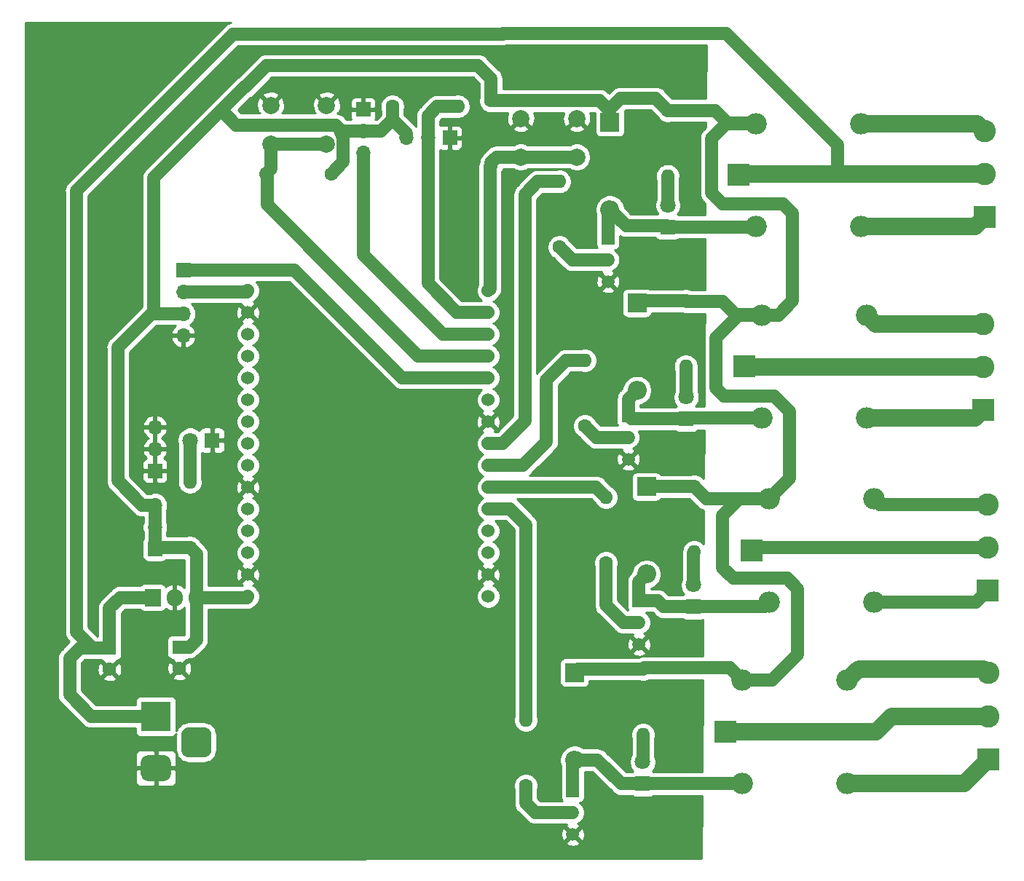
<source format=gbr>
%TF.GenerationSoftware,KiCad,Pcbnew,(5.1.12)-1*%
%TF.CreationDate,2022-03-25T13:57:00+05:30*%
%TF.ProjectId,greenhosue,67726565-6e68-46f7-9375-652e6b696361,rev?*%
%TF.SameCoordinates,Original*%
%TF.FileFunction,Copper,L1,Top*%
%TF.FilePolarity,Positive*%
%FSLAX46Y46*%
G04 Gerber Fmt 4.6, Leading zero omitted, Abs format (unit mm)*
G04 Created by KiCad (PCBNEW (5.1.12)-1) date 2022-03-25 13:57:00*
%MOMM*%
%LPD*%
G01*
G04 APERTURE LIST*
%TA.AperFunction,ComponentPad*%
%ADD10O,2.500000X2.500000*%
%TD*%
%TA.AperFunction,ComponentPad*%
%ADD11R,2.500000X2.500000*%
%TD*%
%TA.AperFunction,ComponentPad*%
%ADD12O,1.600000X1.600000*%
%TD*%
%TA.AperFunction,ComponentPad*%
%ADD13C,1.600000*%
%TD*%
%TA.AperFunction,ComponentPad*%
%ADD14C,2.000000*%
%TD*%
%TA.AperFunction,ComponentPad*%
%ADD15C,1.524000*%
%TD*%
%TA.AperFunction,ComponentPad*%
%ADD16R,1.500000X1.500000*%
%TD*%
%TA.AperFunction,ComponentPad*%
%ADD17C,1.500000*%
%TD*%
%TA.AperFunction,ComponentPad*%
%ADD18O,1.905000X2.000000*%
%TD*%
%TA.AperFunction,ComponentPad*%
%ADD19R,1.905000X2.000000*%
%TD*%
%TA.AperFunction,ComponentPad*%
%ADD20O,1.700000X1.700000*%
%TD*%
%TA.AperFunction,ComponentPad*%
%ADD21R,1.700000X1.700000*%
%TD*%
%TA.AperFunction,ComponentPad*%
%ADD22C,2.600000*%
%TD*%
%TA.AperFunction,ComponentPad*%
%ADD23R,2.600000X2.600000*%
%TD*%
%TA.AperFunction,ComponentPad*%
%ADD24R,3.500000X3.500000*%
%TD*%
%TA.AperFunction,ComponentPad*%
%ADD25C,1.800000*%
%TD*%
%TA.AperFunction,ComponentPad*%
%ADD26R,1.800000X1.800000*%
%TD*%
%TA.AperFunction,ComponentPad*%
%ADD27R,1.600000X1.600000*%
%TD*%
%TA.AperFunction,ComponentPad*%
%ADD28R,2.200000X2.200000*%
%TD*%
%TA.AperFunction,ComponentPad*%
%ADD29O,2.200000X2.200000*%
%TD*%
%TA.AperFunction,Conductor*%
%ADD30C,1.500000*%
%TD*%
%TA.AperFunction,Conductor*%
%ADD31C,2.000000*%
%TD*%
%TA.AperFunction,Conductor*%
%ADD32C,0.254000*%
%TD*%
%TA.AperFunction,Conductor*%
%ADD33C,0.100000*%
%TD*%
G04 APERTURE END LIST*
D10*
%TO.P,K1,5*%
%TO.N,VCC*%
X133876800Y-96819200D03*
%TO.P,K1,4*%
%TO.N,Net-(J5-Pad3)*%
X146076800Y-96819200D03*
%TO.P,K1,3*%
%TO.N,Net-(J5-Pad1)*%
X146076800Y-108819200D03*
%TO.P,K1,2*%
%TO.N,Net-(D2-Pad2)*%
X133876800Y-108819200D03*
D11*
%TO.P,K1,1*%
%TO.N,Net-(J5-Pad2)*%
X131876800Y-102819200D03*
%TD*%
D12*
%TO.P,R4,2*%
%TO.N,S1*%
X104673400Y-37084000D03*
D13*
%TO.P,R4,1*%
%TO.N,VCC*%
X104673400Y-29464000D03*
%TD*%
D14*
%TO.P,SW1,1*%
%TO.N,S1*%
X108130200Y-36017200D03*
%TO.P,SW1,2*%
%TO.N,GND*%
X108130200Y-31517200D03*
%TO.P,SW1,1*%
%TO.N,S1*%
X114630200Y-36017200D03*
%TO.P,SW1,2*%
%TO.N,GND*%
X114630200Y-31517200D03*
%TD*%
%TO.P,SW2,1*%
%TO.N,S2*%
X79047200Y-34493200D03*
%TO.P,SW2,2*%
%TO.N,GND*%
X79047200Y-29993200D03*
%TO.P,SW2,1*%
%TO.N,S2*%
X85547200Y-34493200D03*
%TO.P,SW2,2*%
%TO.N,GND*%
X85547200Y-29993200D03*
%TD*%
D12*
%TO.P,R7,2*%
%TO.N,S2*%
X78460600Y-37998400D03*
D13*
%TO.P,R7,1*%
%TO.N,VCC*%
X86080600Y-37998400D03*
%TD*%
D15*
%TO.P,U1,30*%
%TO.N,S1*%
X104343200Y-51536600D03*
%TO.P,U1,29*%
%TO.N,Net-(J3-Pad2)*%
X104343200Y-54076600D03*
%TO.P,U1,28*%
%TO.N,Net-(J4-Pad3)*%
X104343200Y-56616600D03*
%TO.P,U1,27*%
%TO.N,S2*%
X104343200Y-59156600D03*
%TO.P,U1,26*%
%TO.N,M_data*%
X104343200Y-61696600D03*
%TO.P,U1,25*%
%TO.N,Net-(U1-Pad25)*%
X104343200Y-64236600D03*
%TO.P,U1,24*%
%TO.N,GND*%
X104343200Y-66776600D03*
%TO.P,U1,23*%
%TO.N,relay1*%
X104343200Y-69316600D03*
%TO.P,U1,22*%
%TO.N,relay2*%
X104343200Y-71856600D03*
%TO.P,U1,21*%
%TO.N,relay3*%
X104343200Y-74396600D03*
%TO.P,U1,20*%
%TO.N,relay4*%
X104343200Y-76936600D03*
%TO.P,U1,19*%
%TO.N,S3*%
X104343200Y-79476600D03*
%TO.P,U1,18*%
%TO.N,S4*%
X104343200Y-82016600D03*
%TO.P,U1,17*%
%TO.N,GND*%
X104343200Y-84556600D03*
%TO.P,U1,16*%
%TO.N,Net-(U1-Pad16)*%
X104343200Y-87096600D03*
%TO.P,U1,15*%
%TO.N,VCC*%
X76403200Y-87096600D03*
%TO.P,U1,14*%
%TO.N,GND*%
X76403200Y-84556600D03*
%TO.P,U1,13*%
%TO.N,Net-(U1-Pad13)*%
X76403200Y-82016600D03*
%TO.P,U1,12*%
%TO.N,Net-(U1-Pad12)*%
X76403200Y-79476600D03*
%TO.P,U1,11*%
%TO.N,+3V3*%
X76403200Y-76936600D03*
%TO.P,U1,10*%
%TO.N,GND*%
X76403200Y-74396600D03*
%TO.P,U1,9*%
%TO.N,Net-(U1-Pad9)*%
X76403200Y-71856600D03*
%TO.P,U1,8*%
%TO.N,Net-(U1-Pad8)*%
X76403200Y-69316600D03*
%TO.P,U1,7*%
%TO.N,Net-(U1-Pad7)*%
X76403200Y-66776600D03*
%TO.P,U1,6*%
%TO.N,Net-(U1-Pad6)*%
X76403200Y-64236600D03*
%TO.P,U1,5*%
%TO.N,Net-(U1-Pad5)*%
X76403200Y-61696600D03*
%TO.P,U1,4*%
%TO.N,Net-(U1-Pad4)*%
X76403200Y-59156600D03*
%TO.P,U1,3*%
%TO.N,Net-(U1-Pad3)*%
X76403200Y-56616600D03*
%TO.P,U1,2*%
%TO.N,GND*%
X76403200Y-54076600D03*
%TO.P,U1,1*%
%TO.N,m_analog*%
X76403200Y-51536600D03*
%TD*%
D16*
%TO.P,Q4,1*%
%TO.N,Net-(D6-Pad2)*%
X120624600Y-66065400D03*
D17*
%TO.P,Q4,3*%
%TO.N,GND*%
X120624600Y-71145400D03*
%TO.P,Q4,2*%
%TO.N,Net-(Q4-Pad2)*%
X120624600Y-68605400D03*
%TD*%
D16*
%TO.P,Q3,1*%
%TO.N,Net-(D5-Pad2)*%
X118262400Y-45415200D03*
D17*
%TO.P,Q3,3*%
%TO.N,GND*%
X118262400Y-50495200D03*
%TO.P,Q3,2*%
%TO.N,Net-(Q3-Pad2)*%
X118262400Y-47955200D03*
%TD*%
D16*
%TO.P,Q2,1*%
%TO.N,Net-(D4-Pad2)*%
X121869200Y-87604600D03*
D17*
%TO.P,Q2,3*%
%TO.N,GND*%
X121869200Y-92684600D03*
%TO.P,Q2,2*%
%TO.N,Net-(Q2-Pad2)*%
X121869200Y-90144600D03*
%TD*%
D16*
%TO.P,Q1,1*%
%TO.N,Net-(D2-Pad2)*%
X114173000Y-109702600D03*
D17*
%TO.P,Q1,3*%
%TO.N,GND*%
X114173000Y-114782600D03*
%TO.P,Q1,2*%
%TO.N,Net-(Q1-Pad2)*%
X114173000Y-112242600D03*
%TD*%
D18*
%TO.P,U2,3*%
%TO.N,VCC*%
X70408800Y-87223600D03*
%TO.P,U2,2*%
%TO.N,GND*%
X67868800Y-87223600D03*
D19*
%TO.P,U2,1*%
%TO.N,+12V*%
X65328800Y-87223600D03*
%TD*%
D12*
%TO.P,R14,2*%
%TO.N,Net-(D9-Pad2)*%
X127304800Y-60350400D03*
D13*
%TO.P,R14,1*%
%TO.N,VCC*%
X127304800Y-52730400D03*
%TD*%
D12*
%TO.P,R13,2*%
%TO.N,Net-(D8-Pad2)*%
X125196600Y-38201600D03*
D13*
%TO.P,R13,1*%
%TO.N,VCC*%
X125196600Y-30581600D03*
%TD*%
D12*
%TO.P,R12,2*%
%TO.N,Net-(D7-Pad2)*%
X128270000Y-81940400D03*
D13*
%TO.P,R12,1*%
%TO.N,VCC*%
X128270000Y-74320400D03*
%TD*%
D12*
%TO.P,R11,2*%
%TO.N,relay2*%
X115570000Y-59664600D03*
D13*
%TO.P,R11,1*%
%TO.N,Net-(Q4-Pad2)*%
X115570000Y-67284600D03*
%TD*%
D12*
%TO.P,R10,2*%
%TO.N,relay1*%
X112623600Y-38862000D03*
D13*
%TO.P,R10,1*%
%TO.N,Net-(Q3-Pad2)*%
X112623600Y-46482000D03*
%TD*%
D12*
%TO.P,R9,2*%
%TO.N,relay3*%
X118033800Y-75565000D03*
D13*
%TO.P,R9,1*%
%TO.N,Net-(Q2-Pad2)*%
X118033800Y-83185000D03*
%TD*%
D12*
%TO.P,R6,2*%
%TO.N,Net-(D3-Pad2)*%
X122351800Y-103174800D03*
D13*
%TO.P,R6,1*%
%TO.N,VCC*%
X122351800Y-95554800D03*
%TD*%
D12*
%TO.P,R3,2*%
%TO.N,relay4*%
X108712000Y-101473000D03*
D13*
%TO.P,R3,1*%
%TO.N,Net-(Q1-Pad2)*%
X108712000Y-109093000D03*
%TD*%
D12*
%TO.P,R2,2*%
%TO.N,Net-(J3-Pad2)*%
X100812600Y-30124400D03*
D13*
%TO.P,R2,1*%
%TO.N,VCC*%
X93192600Y-30124400D03*
%TD*%
D12*
%TO.P,R1,2*%
%TO.N,Net-(D1-Pad2)*%
X69646800Y-73812400D03*
D13*
%TO.P,R1,1*%
%TO.N,VCC*%
X69646800Y-81432400D03*
%TD*%
D20*
%TO.P,J10,3*%
%TO.N,GND*%
X65608200Y-67411600D03*
%TO.P,J10,2*%
X65608200Y-69951600D03*
D21*
%TO.P,J10,1*%
X65608200Y-72491600D03*
%TD*%
D20*
%TO.P,J9,3*%
%TO.N,VCC*%
X65608200Y-76504800D03*
%TO.P,J9,2*%
X65608200Y-79044800D03*
D21*
%TO.P,J9,1*%
X65608200Y-81584800D03*
%TD*%
D22*
%TO.P,J8,3*%
%TO.N,Net-(J8-Pad3)*%
X161925000Y-55405000D03*
%TO.P,J8,2*%
%TO.N,Net-(J8-Pad2)*%
X161925000Y-60405000D03*
D23*
%TO.P,J8,1*%
%TO.N,Net-(J8-Pad1)*%
X161925000Y-65405000D03*
%TD*%
D22*
%TO.P,J7,3*%
%TO.N,Net-(J7-Pad3)*%
X162077400Y-32976800D03*
%TO.P,J7,2*%
%TO.N,+12V*%
X162077400Y-37976800D03*
D23*
%TO.P,J7,1*%
%TO.N,Net-(J7-Pad1)*%
X162077400Y-42976800D03*
%TD*%
D22*
%TO.P,J6,3*%
%TO.N,Net-(J6-Pad3)*%
X162356800Y-76410800D03*
%TO.P,J6,2*%
%TO.N,Net-(J6-Pad2)*%
X162356800Y-81410800D03*
D23*
%TO.P,J6,1*%
%TO.N,Net-(J6-Pad1)*%
X162356800Y-86410800D03*
%TD*%
D22*
%TO.P,J5,3*%
%TO.N,Net-(J5-Pad3)*%
X162483800Y-96019600D03*
%TO.P,J5,2*%
%TO.N,Net-(J5-Pad2)*%
X162483800Y-101019600D03*
D23*
%TO.P,J5,1*%
%TO.N,Net-(J5-Pad1)*%
X162483800Y-106019600D03*
%TD*%
D20*
%TO.P,J4,3*%
%TO.N,Net-(J4-Pad3)*%
X89814400Y-35534600D03*
%TO.P,J4,2*%
%TO.N,VCC*%
X89814400Y-32994600D03*
D21*
%TO.P,J4,1*%
%TO.N,GND*%
X89814400Y-30454600D03*
%TD*%
D20*
%TO.P,J3,3*%
%TO.N,VCC*%
X94792800Y-33756600D03*
%TO.P,J3,2*%
%TO.N,Net-(J3-Pad2)*%
X97332800Y-33756600D03*
D21*
%TO.P,J3,1*%
%TO.N,GND*%
X99872800Y-33756600D03*
%TD*%
D24*
%TO.P,J2,1*%
%TO.N,+12V*%
X65709800Y-101066600D03*
%TO.P,J2,2*%
%TO.N,GND*%
%TA.AperFunction,ComponentPad*%
G36*
G01*
X66709800Y-108566600D02*
X64709800Y-108566600D01*
G75*
G02*
X63959800Y-107816600I0J750000D01*
G01*
X63959800Y-106316600D01*
G75*
G02*
X64709800Y-105566600I750000J0D01*
G01*
X66709800Y-105566600D01*
G75*
G02*
X67459800Y-106316600I0J-750000D01*
G01*
X67459800Y-107816600D01*
G75*
G02*
X66709800Y-108566600I-750000J0D01*
G01*
G37*
%TD.AperFunction*%
%TO.P,J2,3*%
%TO.N,N/C*%
%TA.AperFunction,ComponentPad*%
G36*
G01*
X71284800Y-105816600D02*
X69534800Y-105816600D01*
G75*
G02*
X68659800Y-104941600I0J875000D01*
G01*
X68659800Y-103191600D01*
G75*
G02*
X69534800Y-102316600I875000J0D01*
G01*
X71284800Y-102316600D01*
G75*
G02*
X72159800Y-103191600I0J-875000D01*
G01*
X72159800Y-104941600D01*
G75*
G02*
X71284800Y-105816600I-875000J0D01*
G01*
G37*
%TD.AperFunction*%
%TD*%
D25*
%TO.P,D9,2*%
%TO.N,Net-(D9-Pad2)*%
X127355600Y-63931800D03*
D26*
%TO.P,D9,1*%
%TO.N,Net-(D6-Pad2)*%
X127355600Y-66471800D03*
%TD*%
D25*
%TO.P,D8,2*%
%TO.N,Net-(D8-Pad2)*%
X125222000Y-41605200D03*
D26*
%TO.P,D8,1*%
%TO.N,Net-(D5-Pad2)*%
X125222000Y-44145200D03*
%TD*%
D25*
%TO.P,D7,2*%
%TO.N,Net-(D7-Pad2)*%
X128193800Y-85775800D03*
D26*
%TO.P,D7,1*%
%TO.N,Net-(D4-Pad2)*%
X128193800Y-88315800D03*
%TD*%
D25*
%TO.P,D3,2*%
%TO.N,Net-(D3-Pad2)*%
X122301000Y-106349800D03*
D26*
%TO.P,D3,1*%
%TO.N,Net-(D2-Pad2)*%
X122301000Y-108889800D03*
%TD*%
D25*
%TO.P,D1,2*%
%TO.N,Net-(D1-Pad2)*%
X69697600Y-68935600D03*
D26*
%TO.P,D1,1*%
%TO.N,GND*%
X72237600Y-68935600D03*
%TD*%
D13*
%TO.P,C2,2*%
%TO.N,GND*%
X68427600Y-95489400D03*
D27*
%TO.P,C2,1*%
%TO.N,VCC*%
X68427600Y-92989400D03*
%TD*%
D13*
%TO.P,C1,2*%
%TO.N,GND*%
X60325000Y-95591000D03*
D27*
%TO.P,C1,1*%
%TO.N,+12V*%
X60325000Y-93091000D03*
%TD*%
D10*
%TO.P,K4,5*%
%TO.N,VCC*%
X136137400Y-54375800D03*
%TO.P,K4,4*%
%TO.N,Net-(J8-Pad3)*%
X148337400Y-54375800D03*
%TO.P,K4,3*%
%TO.N,Net-(J8-Pad1)*%
X148337400Y-66375800D03*
%TO.P,K4,2*%
%TO.N,Net-(D6-Pad2)*%
X136137400Y-66375800D03*
D11*
%TO.P,K4,1*%
%TO.N,Net-(J8-Pad2)*%
X134137400Y-60375800D03*
%TD*%
D10*
%TO.P,K3,5*%
%TO.N,VCC*%
X135451600Y-32100000D03*
%TO.P,K3,4*%
%TO.N,Net-(J7-Pad3)*%
X147651600Y-32100000D03*
%TO.P,K3,3*%
%TO.N,Net-(J7-Pad1)*%
X147651600Y-44100000D03*
%TO.P,K3,2*%
%TO.N,Net-(D5-Pad2)*%
X135451600Y-44100000D03*
D11*
%TO.P,K3,1*%
%TO.N,+12V*%
X133451600Y-38100000D03*
%TD*%
D10*
%TO.P,K2,5*%
%TO.N,VCC*%
X137001000Y-75762600D03*
%TO.P,K2,4*%
%TO.N,Net-(J6-Pad3)*%
X149201000Y-75762600D03*
%TO.P,K2,3*%
%TO.N,Net-(J6-Pad1)*%
X149201000Y-87762600D03*
%TO.P,K2,2*%
%TO.N,Net-(D4-Pad2)*%
X137001000Y-87762600D03*
D11*
%TO.P,K2,1*%
%TO.N,Net-(J6-Pad2)*%
X135001000Y-81762600D03*
%TD*%
D20*
%TO.P,J1,4*%
%TO.N,GND*%
X68910200Y-56769000D03*
%TO.P,J1,3*%
%TO.N,VCC*%
X68910200Y-54229000D03*
%TO.P,J1,2*%
%TO.N,m_analog*%
X68910200Y-51689000D03*
D21*
%TO.P,J1,1*%
%TO.N,M_data*%
X68910200Y-49149000D03*
%TD*%
D28*
%TO.P,D6,1*%
%TO.N,VCC*%
X121640600Y-52971700D03*
D29*
%TO.P,D6,2*%
%TO.N,Net-(D6-Pad2)*%
X121640600Y-63131700D03*
%TD*%
%TO.P,D5,2*%
%TO.N,Net-(D5-Pad2)*%
X118491000Y-42113200D03*
D28*
%TO.P,D5,1*%
%TO.N,VCC*%
X118491000Y-31953200D03*
%TD*%
D29*
%TO.P,D4,2*%
%TO.N,Net-(D4-Pad2)*%
X122732800Y-84505800D03*
D28*
%TO.P,D4,1*%
%TO.N,VCC*%
X122732800Y-74345800D03*
%TD*%
D29*
%TO.P,D2,2*%
%TO.N,Net-(D2-Pad2)*%
X114376200Y-106121200D03*
D28*
%TO.P,D2,1*%
%TO.N,VCC*%
X114376200Y-95961200D03*
%TD*%
D30*
%TO.N,Net-(D2-Pad2)*%
X114173000Y-106324400D02*
X114376200Y-106121200D01*
X114173000Y-109702600D02*
X114173000Y-106324400D01*
X117017800Y-106121200D02*
X114376200Y-106121200D01*
X119786400Y-108889800D02*
X117017800Y-106121200D01*
X122301000Y-108889800D02*
X119786400Y-108889800D01*
X133806200Y-108889800D02*
X133876800Y-108819200D01*
X122301000Y-108889800D02*
X133806200Y-108889800D01*
%TO.N,VCC*%
X133876800Y-96819200D02*
X132460000Y-95402400D01*
X122504200Y-95402400D02*
X122351800Y-95554800D01*
X132460000Y-95402400D02*
X122504200Y-95402400D01*
X114782600Y-95554800D02*
X114376200Y-95961200D01*
X122351800Y-95554800D02*
X114782600Y-95554800D01*
X127406400Y-52832000D02*
X127304800Y-52730400D01*
X133070600Y-54356000D02*
X131546600Y-52832000D01*
X136117600Y-54356000D02*
X133070600Y-54356000D01*
X131546600Y-52832000D02*
X127406400Y-52832000D01*
X136137400Y-54375800D02*
X136117600Y-54356000D01*
X136137400Y-54375800D02*
X133457200Y-54375800D01*
X133457200Y-54375800D02*
X130810000Y-57023000D01*
X130810000Y-57023000D02*
X130810000Y-62890400D01*
X130810000Y-62890400D02*
X131724400Y-63804800D01*
X136822402Y-63804800D02*
X136847802Y-63779400D01*
X131724400Y-63804800D02*
X136822402Y-63804800D01*
X136847802Y-63779400D02*
X137591800Y-63779400D01*
X137591800Y-63779400D02*
X139369800Y-65557400D01*
X139369800Y-73393800D02*
X137001000Y-75762600D01*
X139369800Y-65557400D02*
X139369800Y-73393800D01*
X122758200Y-74320400D02*
X122732800Y-74345800D01*
X128270000Y-74320400D02*
X122758200Y-74320400D01*
X140335000Y-86233000D02*
X140335000Y-93853000D01*
X132842000Y-85013800D02*
X139115800Y-85013800D01*
X137368800Y-96819200D02*
X133876800Y-96819200D01*
X131597400Y-83769200D02*
X132842000Y-85013800D01*
X140335000Y-93853000D02*
X137368800Y-96819200D01*
X131597400Y-77673200D02*
X131597400Y-83769200D01*
X139115800Y-85013800D02*
X140335000Y-86233000D01*
X133508000Y-75762600D02*
X131597400Y-77673200D01*
X137001000Y-75762600D02*
X133508000Y-75762600D01*
X128917700Y-74968100D02*
X128270000Y-74320400D01*
X129712200Y-75762600D02*
X128917700Y-74968100D01*
X137001000Y-75762600D02*
X129712200Y-75762600D01*
X123799600Y-29184600D02*
X125196600Y-30581600D01*
X119735600Y-29184600D02*
X123799600Y-29184600D01*
X118491000Y-30429200D02*
X119735600Y-29184600D01*
X118491000Y-31953200D02*
X118491000Y-30429200D01*
X135406400Y-32054800D02*
X135451600Y-32100000D01*
X132207000Y-32054800D02*
X135406400Y-32054800D01*
X130733800Y-30581600D02*
X132207000Y-32054800D01*
X125196600Y-30581600D02*
X130733800Y-30581600D01*
X138105400Y-54375800D02*
X136137400Y-54375800D01*
X139725400Y-52755800D02*
X138105400Y-54375800D01*
X139725400Y-42595800D02*
X139725400Y-52755800D01*
X138582400Y-41452800D02*
X139725400Y-42595800D01*
X131546600Y-41452800D02*
X138582400Y-41452800D01*
X130302000Y-40208200D02*
X131546600Y-41452800D01*
X130302000Y-33807400D02*
X130302000Y-40208200D01*
X132009400Y-32100000D02*
X130302000Y-33807400D01*
X135451600Y-32100000D02*
X132009400Y-32100000D01*
X68427600Y-92989400D02*
X69570600Y-92989400D01*
X70408800Y-92151200D02*
X70408800Y-87223600D01*
X69570600Y-92989400D02*
X70408800Y-92151200D01*
X76276200Y-87223600D02*
X76403200Y-87096600D01*
X70408800Y-87223600D02*
X76276200Y-87223600D01*
X70408800Y-82194400D02*
X69646800Y-81432400D01*
X70408800Y-87223600D02*
X70408800Y-82194400D01*
X65760600Y-81432400D02*
X65608200Y-81584800D01*
X69646800Y-81432400D02*
X65760600Y-81432400D01*
X65608200Y-76504800D02*
X65608200Y-79044800D01*
X65608200Y-79044800D02*
X65608200Y-81584800D01*
X87325200Y-32994600D02*
X89814400Y-32994600D01*
X87147400Y-32994600D02*
X87325200Y-32994600D01*
X93218000Y-30149800D02*
X93192600Y-30124400D01*
X93218000Y-31673800D02*
X93218000Y-30149800D01*
X94792800Y-33248600D02*
X93218000Y-31673800D01*
X94792800Y-33756600D02*
X94792800Y-33248600D01*
X89814400Y-32994600D02*
X91897200Y-32994600D01*
X91897200Y-32994600D02*
X93218000Y-31673800D01*
X104673400Y-29464000D02*
X117297200Y-29464000D01*
X117297200Y-29464000D02*
X118491000Y-30657800D01*
X118491000Y-30657800D02*
X118491000Y-31953200D01*
X86080600Y-37998400D02*
X87497201Y-36581799D01*
X87497201Y-36581799D02*
X87497201Y-33557199D01*
X87497201Y-33557199D02*
X87325200Y-33385198D01*
X87325200Y-33385198D02*
X87325200Y-32994600D01*
X65201800Y-54229000D02*
X68910200Y-54229000D01*
X61290200Y-58140600D02*
X65201800Y-54229000D01*
X61290200Y-73660000D02*
X61290200Y-58140600D01*
X64135000Y-76504800D02*
X61290200Y-73660000D01*
X65608200Y-76504800D02*
X64135000Y-76504800D01*
X104673400Y-26898600D02*
X104673400Y-29464000D01*
X103149400Y-25374600D02*
X104673400Y-26898600D01*
X78613000Y-25374600D02*
X103149400Y-25374600D01*
X76034900Y-27838400D02*
X76149200Y-27838400D01*
X76149200Y-27838400D02*
X78613000Y-25374600D01*
X65481200Y-38392100D02*
X76034900Y-27838400D01*
X65481200Y-53949600D02*
X65481200Y-38392100D01*
X65201800Y-54229000D02*
X65481200Y-53949600D01*
X75044300Y-32283400D02*
X73317100Y-30556200D01*
X86614000Y-32283400D02*
X75044300Y-32283400D01*
X87325200Y-32994600D02*
X86614000Y-32283400D01*
X121881900Y-52730400D02*
X127304800Y-52730400D01*
X121640600Y-52971700D02*
X121881900Y-52730400D01*
%TO.N,Net-(D4-Pad2)*%
X121869200Y-87604600D02*
X124002800Y-87604600D01*
X124714000Y-88315800D02*
X128193800Y-88315800D01*
X124002800Y-87604600D02*
X124714000Y-88315800D01*
X121869200Y-85369400D02*
X122732800Y-84505800D01*
X121869200Y-87604600D02*
X121869200Y-85369400D01*
X136447800Y-88315800D02*
X128193800Y-88315800D01*
X137001000Y-87762600D02*
X136447800Y-88315800D01*
%TO.N,Net-(D5-Pad2)*%
X118262400Y-42341800D02*
X118491000Y-42113200D01*
X118262400Y-45415200D02*
X118262400Y-42341800D01*
X118491000Y-42113200D02*
X120370600Y-43992800D01*
X125069600Y-43992800D02*
X125222000Y-44145200D01*
X120370600Y-43992800D02*
X125069600Y-43992800D01*
X135406400Y-44145200D02*
X135451600Y-44100000D01*
X125222000Y-44145200D02*
X135406400Y-44145200D01*
%TO.N,Net-(D6-Pad2)*%
X127451600Y-66375800D02*
X127355600Y-66471800D01*
X136137400Y-66375800D02*
X127451600Y-66375800D01*
X123850400Y-66471800D02*
X127355600Y-66471800D01*
X121031000Y-66471800D02*
X123850400Y-66471800D01*
X120624600Y-66065400D02*
X121031000Y-66471800D01*
X120624600Y-64147700D02*
X120624600Y-66065400D01*
X121640600Y-63131700D02*
X120624600Y-64147700D01*
%TO.N,GND*%
X90115000Y-112094400D02*
X90043000Y-112166400D01*
%TO.N,m_analog*%
X76250800Y-51689000D02*
X76403200Y-51536600D01*
X68910200Y-51689000D02*
X76250800Y-51689000D01*
%TO.N,M_data*%
X94335600Y-61696600D02*
X104343200Y-61696600D01*
X81788000Y-49149000D02*
X94335600Y-61696600D01*
X68910200Y-49149000D02*
X81788000Y-49149000D01*
D31*
%TO.N,Net-(J5-Pad3)*%
X146076800Y-96819200D02*
X147366600Y-95529400D01*
X161993600Y-95529400D02*
X162483800Y-96019600D01*
X147366600Y-95529400D02*
X161993600Y-95529400D01*
%TO.N,Net-(J5-Pad1)*%
X159684200Y-108819200D02*
X162483800Y-106019600D01*
X146076800Y-108819200D02*
X159684200Y-108819200D01*
%TO.N,Net-(J5-Pad2)*%
X162483800Y-101019600D02*
X151253200Y-101019600D01*
X149453600Y-102819200D02*
X131876800Y-102819200D01*
X151253200Y-101019600D02*
X149453600Y-102819200D01*
D30*
%TO.N,Net-(J6-Pad3)*%
X149849200Y-76410800D02*
X149201000Y-75762600D01*
X162356800Y-76410800D02*
X149849200Y-76410800D01*
%TO.N,Net-(J6-Pad1)*%
X161005000Y-87762600D02*
X162356800Y-86410800D01*
X149201000Y-87762600D02*
X161005000Y-87762600D01*
%TO.N,Net-(J6-Pad2)*%
X135352800Y-81410800D02*
X135001000Y-81762600D01*
X162356800Y-81410800D02*
X135352800Y-81410800D01*
D31*
%TO.N,Net-(J7-Pad3)*%
X161200600Y-32100000D02*
X162077400Y-32976800D01*
X147651600Y-32100000D02*
X161200600Y-32100000D01*
%TO.N,Net-(J7-Pad1)*%
X160954200Y-44100000D02*
X162077400Y-42976800D01*
X147651600Y-44100000D02*
X160954200Y-44100000D01*
%TO.N,Net-(J8-Pad3)*%
X149366600Y-55405000D02*
X148337400Y-54375800D01*
X161925000Y-55405000D02*
X149366600Y-55405000D01*
%TO.N,Net-(J8-Pad1)*%
X160954200Y-66375800D02*
X161925000Y-65405000D01*
X148337400Y-66375800D02*
X160954200Y-66375800D01*
%TO.N,Net-(J8-Pad2)*%
X134166600Y-60405000D02*
X134137400Y-60375800D01*
X161925000Y-60405000D02*
X134166600Y-60405000D01*
D30*
%TO.N,Net-(Q1-Pad2)*%
X108712000Y-111125000D02*
X108712000Y-109093000D01*
X109829600Y-112242600D02*
X108712000Y-111125000D01*
X114173000Y-112242600D02*
X109829600Y-112242600D01*
%TO.N,Net-(Q2-Pad2)*%
X118033800Y-88112600D02*
X118033800Y-83185000D01*
X120065800Y-90144600D02*
X118033800Y-88112600D01*
X121869200Y-90144600D02*
X120065800Y-90144600D01*
%TO.N,Net-(Q3-Pad2)*%
X114096800Y-47955200D02*
X112623600Y-46482000D01*
X118262400Y-47955200D02*
X114096800Y-47955200D01*
%TO.N,Net-(Q4-Pad2)*%
X116890800Y-68605400D02*
X120624600Y-68605400D01*
X115570000Y-67284600D02*
X116890800Y-68605400D01*
%TO.N,S1*%
X104343200Y-51536600D02*
X104546400Y-51333400D01*
X104546400Y-51333400D02*
X104546400Y-37084000D01*
X108130200Y-36017200D02*
X114630200Y-36017200D01*
X104673400Y-36639500D02*
X105295700Y-36017200D01*
X104673400Y-37084000D02*
X104673400Y-36639500D01*
X105295700Y-36017200D02*
X108130200Y-36017200D01*
%TO.N,Net-(J3-Pad2)*%
X97332800Y-33756600D02*
X97332800Y-50723800D01*
X100685600Y-54076600D02*
X104343200Y-54076600D01*
X97332800Y-50723800D02*
X100685600Y-54076600D01*
X98425000Y-30124400D02*
X100812600Y-30124400D01*
X97332800Y-31216600D02*
X98425000Y-30124400D01*
X97332800Y-33756600D02*
X97332800Y-31216600D01*
%TO.N,Net-(J4-Pad3)*%
X89814400Y-47396400D02*
X89814400Y-35534600D01*
X99034600Y-56616600D02*
X89814400Y-47396400D01*
X104343200Y-56616600D02*
X99034600Y-56616600D01*
%TO.N,S2*%
X79047200Y-37411800D02*
X79047200Y-34493200D01*
X78460600Y-37998400D02*
X79047200Y-37411800D01*
X85547200Y-34493200D02*
X79047200Y-34493200D01*
X78638400Y-38176200D02*
X78460600Y-37998400D01*
X78638400Y-41579800D02*
X78638400Y-38176200D01*
X96215200Y-59156600D02*
X78638400Y-41579800D01*
X104343200Y-59156600D02*
X96215200Y-59156600D01*
%TO.N,relay1*%
X104343200Y-69316600D02*
X105994200Y-69316600D01*
X105994200Y-69316600D02*
X108610400Y-66700400D01*
X108610400Y-66700400D02*
X108610400Y-40360600D01*
X108610400Y-40360600D02*
X110109000Y-38862000D01*
X110109000Y-38862000D02*
X112623600Y-38862000D01*
%TO.N,relay2*%
X108381800Y-71856600D02*
X104343200Y-71856600D01*
X111125000Y-61950600D02*
X111125000Y-69113400D01*
X111125000Y-69113400D02*
X108381800Y-71856600D01*
X113411000Y-59664600D02*
X111125000Y-61950600D01*
X115570000Y-59664600D02*
X113411000Y-59664600D01*
%TO.N,relay3*%
X116865400Y-74396600D02*
X118033800Y-75565000D01*
X104343200Y-74396600D02*
X116865400Y-74396600D01*
%TO.N,relay4*%
X106883200Y-76936600D02*
X104343200Y-76936600D01*
X108712000Y-78765400D02*
X106883200Y-76936600D01*
X108712000Y-101473000D02*
X108712000Y-78765400D01*
%TO.N,Net-(D1-Pad2)*%
X69646800Y-68986400D02*
X69697600Y-68935600D01*
X69646800Y-73812400D02*
X69646800Y-68986400D01*
%TO.N,Net-(D3-Pad2)*%
X122351800Y-106299000D02*
X122301000Y-106349800D01*
X122351800Y-103174800D02*
X122351800Y-106299000D01*
%TO.N,Net-(D7-Pad2)*%
X128193800Y-82016600D02*
X128270000Y-81940400D01*
X128193800Y-85775800D02*
X128193800Y-82016600D01*
%TO.N,Net-(D8-Pad2)*%
X125222000Y-38227000D02*
X125196600Y-38201600D01*
X125222000Y-41605200D02*
X125222000Y-38227000D01*
%TO.N,Net-(D9-Pad2)*%
X127355600Y-60401200D02*
X127304800Y-60350400D01*
X127355600Y-63931800D02*
X127355600Y-60401200D01*
D31*
%TO.N,+12V*%
X133574800Y-37976800D02*
X133451600Y-38100000D01*
D30*
X65709800Y-101066600D02*
X58191400Y-101066600D01*
X58191400Y-101066600D02*
X55676800Y-98552000D01*
X55676800Y-98552000D02*
X55676800Y-94284800D01*
X56870600Y-93091000D02*
X60325000Y-93091000D01*
X55676800Y-94284800D02*
X56870600Y-93091000D01*
X60325000Y-93091000D02*
X60325000Y-88442800D01*
X61544200Y-87223600D02*
X65328800Y-87223600D01*
X60325000Y-88442800D02*
X61544200Y-87223600D01*
X106070400Y-21653500D02*
X132016500Y-21653500D01*
X106019600Y-21704300D02*
X106070400Y-21653500D01*
X74701400Y-21704300D02*
X106019600Y-21704300D01*
X144941300Y-34578300D02*
X144941300Y-37976800D01*
X56464200Y-91211400D02*
X56464200Y-39941500D01*
X132016500Y-21653500D02*
X144941300Y-34578300D01*
X60325000Y-93091000D02*
X58343800Y-93091000D01*
X58343800Y-93091000D02*
X56464200Y-91211400D01*
D31*
X144941300Y-37976800D02*
X133574800Y-37976800D01*
D30*
X56464200Y-39941500D02*
X74701400Y-21704300D01*
D31*
X162077400Y-37976800D02*
X144941300Y-37976800D01*
%TD*%
D32*
%TO.N,GND*%
X74426737Y-20340297D02*
X74168819Y-20418536D01*
X73928212Y-20547143D01*
X73770166Y-20676848D01*
X73770164Y-20676850D01*
X73717319Y-20720219D01*
X73673950Y-20773064D01*
X55532965Y-38914050D01*
X55480120Y-38957419D01*
X55436751Y-39010264D01*
X55436748Y-39010267D01*
X55307044Y-39168312D01*
X55178436Y-39408920D01*
X55099240Y-39669993D01*
X55072500Y-39941500D01*
X55079201Y-40009539D01*
X55079200Y-91143371D01*
X55072500Y-91211400D01*
X55079200Y-91279429D01*
X55079200Y-91279436D01*
X55088909Y-91378012D01*
X55099240Y-91482907D01*
X55134729Y-91599898D01*
X55178436Y-91743980D01*
X55281344Y-91936506D01*
X55307044Y-91984588D01*
X55407439Y-92106919D01*
X55480119Y-92195480D01*
X55532965Y-92238850D01*
X55648515Y-92354400D01*
X54745564Y-93257351D01*
X54692720Y-93300719D01*
X54649351Y-93353564D01*
X54649348Y-93353567D01*
X54519644Y-93511612D01*
X54391036Y-93752220D01*
X54311840Y-94013293D01*
X54285100Y-94284800D01*
X54291801Y-94352839D01*
X54291800Y-98483971D01*
X54285100Y-98552000D01*
X54291800Y-98620029D01*
X54291800Y-98620036D01*
X54311840Y-98823506D01*
X54391036Y-99084580D01*
X54519643Y-99325187D01*
X54692719Y-99536080D01*
X54745565Y-99579450D01*
X57163950Y-101997836D01*
X57207319Y-102050681D01*
X57260164Y-102094050D01*
X57260166Y-102094052D01*
X57290473Y-102118924D01*
X57418212Y-102223757D01*
X57658819Y-102352364D01*
X57919893Y-102431560D01*
X58123363Y-102451600D01*
X58123372Y-102451600D01*
X58191399Y-102458300D01*
X58259426Y-102451600D01*
X63321728Y-102451600D01*
X63321728Y-102816600D01*
X63333988Y-102941082D01*
X63370298Y-103060780D01*
X63429263Y-103171094D01*
X63508615Y-103267785D01*
X63605306Y-103347137D01*
X63715620Y-103406102D01*
X63835318Y-103442412D01*
X63959800Y-103454672D01*
X67459800Y-103454672D01*
X67584282Y-103442412D01*
X67703980Y-103406102D01*
X67814294Y-103347137D01*
X67910985Y-103267785D01*
X67990337Y-103171094D01*
X68031294Y-103094469D01*
X68021728Y-103191600D01*
X68021728Y-104941600D01*
X68050801Y-105236786D01*
X68136904Y-105520628D01*
X68276727Y-105782218D01*
X68464897Y-106011503D01*
X68694182Y-106199673D01*
X68955772Y-106339496D01*
X69239614Y-106425599D01*
X69534800Y-106454672D01*
X71284800Y-106454672D01*
X71579986Y-106425599D01*
X71863828Y-106339496D01*
X72125418Y-106199673D01*
X72354703Y-106011503D01*
X72542873Y-105782218D01*
X72682696Y-105520628D01*
X72768799Y-105236786D01*
X72797872Y-104941600D01*
X72797872Y-103191600D01*
X72768799Y-102896414D01*
X72682696Y-102612572D01*
X72542873Y-102350982D01*
X72354703Y-102121697D01*
X72125418Y-101933527D01*
X71863828Y-101793704D01*
X71579986Y-101707601D01*
X71284800Y-101678528D01*
X69534800Y-101678528D01*
X69239614Y-101707601D01*
X68955772Y-101793704D01*
X68694182Y-101933527D01*
X68464897Y-102121697D01*
X68276727Y-102350982D01*
X68136904Y-102612572D01*
X68097872Y-102741243D01*
X68097872Y-99316600D01*
X68085612Y-99192118D01*
X68049302Y-99072420D01*
X67990337Y-98962106D01*
X67910985Y-98865415D01*
X67814294Y-98786063D01*
X67703980Y-98727098D01*
X67584282Y-98690788D01*
X67459800Y-98678528D01*
X63959800Y-98678528D01*
X63835318Y-98690788D01*
X63715620Y-98727098D01*
X63605306Y-98786063D01*
X63508615Y-98865415D01*
X63429263Y-98962106D01*
X63370298Y-99072420D01*
X63333988Y-99192118D01*
X63321728Y-99316600D01*
X63321728Y-99681600D01*
X58765086Y-99681600D01*
X57061800Y-97978315D01*
X57061800Y-96583702D01*
X59511903Y-96583702D01*
X59583486Y-96827671D01*
X59838996Y-96948571D01*
X60113184Y-97017300D01*
X60395512Y-97031217D01*
X60675130Y-96989787D01*
X60941292Y-96894603D01*
X61066514Y-96827671D01*
X61138097Y-96583702D01*
X61036497Y-96482102D01*
X67614503Y-96482102D01*
X67686086Y-96726071D01*
X67941596Y-96846971D01*
X68215784Y-96915700D01*
X68498112Y-96929617D01*
X68777730Y-96888187D01*
X69043892Y-96793003D01*
X69169114Y-96726071D01*
X69240697Y-96482102D01*
X68427600Y-95669005D01*
X67614503Y-96482102D01*
X61036497Y-96482102D01*
X60325000Y-95770605D01*
X59511903Y-96583702D01*
X57061800Y-96583702D01*
X57061800Y-95661512D01*
X58884783Y-95661512D01*
X58926213Y-95941130D01*
X59021397Y-96207292D01*
X59088329Y-96332514D01*
X59332298Y-96404097D01*
X60145395Y-95591000D01*
X60504605Y-95591000D01*
X61317702Y-96404097D01*
X61561671Y-96332514D01*
X61682571Y-96077004D01*
X61751300Y-95802816D01*
X61763273Y-95559912D01*
X66987383Y-95559912D01*
X67028813Y-95839530D01*
X67123997Y-96105692D01*
X67190929Y-96230914D01*
X67434898Y-96302497D01*
X68247995Y-95489400D01*
X68607205Y-95489400D01*
X69420302Y-96302497D01*
X69664271Y-96230914D01*
X69785171Y-95975404D01*
X69853900Y-95701216D01*
X69867817Y-95418888D01*
X69826387Y-95139270D01*
X69731203Y-94873108D01*
X69664271Y-94747886D01*
X69420302Y-94676303D01*
X68607205Y-95489400D01*
X68247995Y-95489400D01*
X67434898Y-94676303D01*
X67190929Y-94747886D01*
X67070029Y-95003396D01*
X67001300Y-95277584D01*
X66987383Y-95559912D01*
X61763273Y-95559912D01*
X61765217Y-95520488D01*
X61723787Y-95240870D01*
X61628603Y-94974708D01*
X61561671Y-94849486D01*
X61317702Y-94777903D01*
X60504605Y-95591000D01*
X60145395Y-95591000D01*
X59332298Y-94777903D01*
X59088329Y-94849486D01*
X58967429Y-95104996D01*
X58898700Y-95379184D01*
X58884783Y-95661512D01*
X57061800Y-95661512D01*
X57061800Y-94858485D01*
X57444286Y-94476000D01*
X58275771Y-94476000D01*
X58343800Y-94482700D01*
X58411829Y-94476000D01*
X59272397Y-94476000D01*
X59280820Y-94480502D01*
X59400518Y-94516812D01*
X59525000Y-94529072D01*
X59532215Y-94529072D01*
X59511903Y-94598298D01*
X60325000Y-95411395D01*
X61138097Y-94598298D01*
X61117785Y-94529072D01*
X61125000Y-94529072D01*
X61249482Y-94516812D01*
X61369180Y-94480502D01*
X61479494Y-94421537D01*
X61576185Y-94342185D01*
X61655537Y-94245494D01*
X61714502Y-94135180D01*
X61750812Y-94015482D01*
X61763072Y-93891000D01*
X61763072Y-92291000D01*
X61750812Y-92166518D01*
X61714502Y-92046820D01*
X61710000Y-92038397D01*
X61710000Y-89016485D01*
X62117886Y-88608600D01*
X63870799Y-88608600D01*
X63925115Y-88674785D01*
X64021806Y-88754137D01*
X64132120Y-88813102D01*
X64251818Y-88849412D01*
X64376300Y-88861672D01*
X66281300Y-88861672D01*
X66405782Y-88849412D01*
X66525480Y-88813102D01*
X66635794Y-88754137D01*
X66732485Y-88674785D01*
X66811837Y-88578094D01*
X66860859Y-88486381D01*
X67001877Y-88599569D01*
X67277706Y-88743171D01*
X67495820Y-88814163D01*
X67741800Y-88694194D01*
X67741800Y-87350600D01*
X67721800Y-87350600D01*
X67721800Y-87096600D01*
X67741800Y-87096600D01*
X67741800Y-85753006D01*
X67495820Y-85633037D01*
X67277706Y-85704029D01*
X67001877Y-85847631D01*
X66860859Y-85960819D01*
X66811837Y-85869106D01*
X66732485Y-85772415D01*
X66635794Y-85693063D01*
X66525480Y-85634098D01*
X66405782Y-85597788D01*
X66281300Y-85585528D01*
X64376300Y-85585528D01*
X64251818Y-85597788D01*
X64132120Y-85634098D01*
X64021806Y-85693063D01*
X63925115Y-85772415D01*
X63870799Y-85838600D01*
X61612226Y-85838600D01*
X61544199Y-85831900D01*
X61476172Y-85838600D01*
X61476163Y-85838600D01*
X61272693Y-85858640D01*
X61011619Y-85937836D01*
X60771012Y-86066443D01*
X60771010Y-86066444D01*
X60771011Y-86066444D01*
X60612966Y-86196148D01*
X60612964Y-86196150D01*
X60560119Y-86239519D01*
X60516750Y-86292364D01*
X59393764Y-87415351D01*
X59340920Y-87458719D01*
X59297551Y-87511564D01*
X59297548Y-87511567D01*
X59167844Y-87669612D01*
X59039236Y-87910220D01*
X58960040Y-88171293D01*
X58933300Y-88442800D01*
X58940001Y-88510839D01*
X58940000Y-91706000D01*
X58917486Y-91706000D01*
X57849200Y-90637715D01*
X57849200Y-40515185D01*
X75275086Y-23089300D01*
X105951571Y-23089300D01*
X106019600Y-23096000D01*
X106087629Y-23089300D01*
X106087637Y-23089300D01*
X106291107Y-23069260D01*
X106392509Y-23038500D01*
X129683284Y-23038500D01*
X129647447Y-29196600D01*
X125770286Y-29196600D01*
X124827054Y-28253369D01*
X124783681Y-28200519D01*
X124572788Y-28027443D01*
X124332181Y-27898836D01*
X124071107Y-27819640D01*
X123867637Y-27799600D01*
X123867629Y-27799600D01*
X123799600Y-27792900D01*
X123731571Y-27799600D01*
X119803626Y-27799600D01*
X119735599Y-27792900D01*
X119667572Y-27799600D01*
X119667563Y-27799600D01*
X119464093Y-27819640D01*
X119203019Y-27898836D01*
X118962412Y-28027443D01*
X118962410Y-28027444D01*
X118962411Y-28027444D01*
X118804366Y-28157148D01*
X118804364Y-28157150D01*
X118751519Y-28200519D01*
X118708150Y-28253364D01*
X118376700Y-28584815D01*
X118324654Y-28532769D01*
X118281281Y-28479919D01*
X118070388Y-28306843D01*
X117829781Y-28178236D01*
X117568707Y-28099040D01*
X117365237Y-28079000D01*
X117365229Y-28079000D01*
X117297200Y-28072300D01*
X117229171Y-28079000D01*
X106058400Y-28079000D01*
X106058400Y-26966626D01*
X106065100Y-26898599D01*
X106058400Y-26830572D01*
X106058400Y-26830563D01*
X106038360Y-26627093D01*
X105959164Y-26366019D01*
X105830557Y-26125412D01*
X105657480Y-25914519D01*
X105604635Y-25871150D01*
X104176854Y-24443369D01*
X104133481Y-24390519D01*
X103922588Y-24217443D01*
X103681981Y-24088836D01*
X103420907Y-24009640D01*
X103217437Y-23989600D01*
X103217429Y-23989600D01*
X103149400Y-23982900D01*
X103081371Y-23989600D01*
X78681026Y-23989600D01*
X78612999Y-23982900D01*
X78544972Y-23989600D01*
X78544963Y-23989600D01*
X78341493Y-24009640D01*
X78080419Y-24088836D01*
X77839812Y-24217443D01*
X77839810Y-24217444D01*
X77839811Y-24217444D01*
X77681766Y-24347148D01*
X77681764Y-24347150D01*
X77628919Y-24390519D01*
X77585550Y-24443364D01*
X75446378Y-26582537D01*
X75261712Y-26681243D01*
X75103666Y-26810948D01*
X75103664Y-26810950D01*
X75050819Y-26854319D01*
X75007450Y-26907164D01*
X72385864Y-29528751D01*
X72333019Y-29572119D01*
X72289651Y-29624964D01*
X64549964Y-37364650D01*
X64497120Y-37408019D01*
X64453751Y-37460864D01*
X64453748Y-37460867D01*
X64324044Y-37618912D01*
X64195436Y-37859520D01*
X64116240Y-38120593D01*
X64089500Y-38392100D01*
X64096201Y-38460139D01*
X64096200Y-53375914D01*
X60358964Y-57113151D01*
X60306120Y-57156519D01*
X60262751Y-57209364D01*
X60262748Y-57209367D01*
X60133044Y-57367412D01*
X60004436Y-57608020D01*
X59925240Y-57869093D01*
X59898500Y-58140600D01*
X59905201Y-58208639D01*
X59905200Y-73591971D01*
X59898500Y-73660000D01*
X59905200Y-73728029D01*
X59905200Y-73728036D01*
X59913366Y-73810944D01*
X59925240Y-73931507D01*
X59996673Y-74166988D01*
X60004436Y-74192580D01*
X60114044Y-74397641D01*
X60133044Y-74433188D01*
X60258116Y-74585588D01*
X60306119Y-74644080D01*
X60358965Y-74687450D01*
X63107550Y-77436036D01*
X63150919Y-77488881D01*
X63203764Y-77532250D01*
X63203766Y-77532252D01*
X63357325Y-77658275D01*
X63361812Y-77661957D01*
X63602419Y-77790564D01*
X63863493Y-77869760D01*
X64066963Y-77889800D01*
X64066971Y-77889800D01*
X64135000Y-77896500D01*
X64203029Y-77889800D01*
X64223201Y-77889800D01*
X64223201Y-78507993D01*
X64180268Y-78611642D01*
X64123200Y-78898540D01*
X64123200Y-79191060D01*
X64180268Y-79477958D01*
X64223200Y-79581606D01*
X64223201Y-80388655D01*
X64168698Y-80490620D01*
X64132388Y-80610318D01*
X64120128Y-80734800D01*
X64120128Y-82434800D01*
X64132388Y-82559282D01*
X64168698Y-82678980D01*
X64227663Y-82789294D01*
X64307015Y-82885985D01*
X64403706Y-82965337D01*
X64514020Y-83024302D01*
X64633718Y-83060612D01*
X64758200Y-83072872D01*
X66458200Y-83072872D01*
X66582682Y-83060612D01*
X66702380Y-83024302D01*
X66812694Y-82965337D01*
X66909385Y-82885985D01*
X66965671Y-82817400D01*
X69023801Y-82817400D01*
X69023800Y-86096590D01*
X68978237Y-86042285D01*
X68735723Y-85847631D01*
X68459894Y-85704029D01*
X68241780Y-85633037D01*
X67995800Y-85753006D01*
X67995800Y-87096600D01*
X68015800Y-87096600D01*
X68015800Y-87350600D01*
X67995800Y-87350600D01*
X67995800Y-88694194D01*
X68241780Y-88814163D01*
X68459894Y-88743171D01*
X68735723Y-88599569D01*
X68978237Y-88404915D01*
X69023801Y-88350610D01*
X69023800Y-91551328D01*
X67627600Y-91551328D01*
X67503118Y-91563588D01*
X67383420Y-91599898D01*
X67273106Y-91658863D01*
X67176415Y-91738215D01*
X67097063Y-91834906D01*
X67038098Y-91945220D01*
X67001788Y-92064918D01*
X66989528Y-92189400D01*
X66989528Y-93789400D01*
X67001788Y-93913882D01*
X67038098Y-94033580D01*
X67097063Y-94143894D01*
X67176415Y-94240585D01*
X67273106Y-94319937D01*
X67383420Y-94378902D01*
X67503118Y-94415212D01*
X67627600Y-94427472D01*
X67634815Y-94427472D01*
X67614503Y-94496698D01*
X68427600Y-95309795D01*
X69240697Y-94496698D01*
X69220385Y-94427472D01*
X69227600Y-94427472D01*
X69352082Y-94415212D01*
X69471780Y-94378902D01*
X69480203Y-94374400D01*
X69502571Y-94374400D01*
X69570600Y-94381100D01*
X69638629Y-94374400D01*
X69638637Y-94374400D01*
X69842107Y-94354360D01*
X70103181Y-94275164D01*
X70343788Y-94146557D01*
X70554681Y-93973481D01*
X70598054Y-93920631D01*
X71340035Y-93178650D01*
X71392880Y-93135281D01*
X71504695Y-92999036D01*
X71565957Y-92924388D01*
X71694564Y-92683781D01*
X71773760Y-92422707D01*
X71784091Y-92317812D01*
X71793800Y-92219237D01*
X71793800Y-92219229D01*
X71800500Y-92151200D01*
X71793800Y-92083171D01*
X71793800Y-88608600D01*
X76208171Y-88608600D01*
X76276200Y-88615300D01*
X76344229Y-88608600D01*
X76344237Y-88608600D01*
X76547707Y-88588560D01*
X76808781Y-88509364D01*
X77049388Y-88380757D01*
X77260281Y-88207681D01*
X77266837Y-88199693D01*
X77293735Y-88181720D01*
X77488320Y-87987135D01*
X77641205Y-87758327D01*
X77746514Y-87504090D01*
X77800200Y-87234192D01*
X77800200Y-86959008D01*
X102946200Y-86959008D01*
X102946200Y-87234192D01*
X102999886Y-87504090D01*
X103105195Y-87758327D01*
X103258080Y-87987135D01*
X103452665Y-88181720D01*
X103681473Y-88334605D01*
X103935710Y-88439914D01*
X104205608Y-88493600D01*
X104480792Y-88493600D01*
X104750690Y-88439914D01*
X105004927Y-88334605D01*
X105233735Y-88181720D01*
X105428320Y-87987135D01*
X105581205Y-87758327D01*
X105686514Y-87504090D01*
X105740200Y-87234192D01*
X105740200Y-86959008D01*
X105686514Y-86689110D01*
X105581205Y-86434873D01*
X105428320Y-86206065D01*
X105233735Y-86011480D01*
X105004927Y-85858595D01*
X104933257Y-85828908D01*
X104946223Y-85824236D01*
X105062180Y-85762256D01*
X105129160Y-85522165D01*
X104343200Y-84736205D01*
X103557240Y-85522165D01*
X103624220Y-85762256D01*
X103759960Y-85826085D01*
X103681473Y-85858595D01*
X103452665Y-86011480D01*
X103258080Y-86206065D01*
X103105195Y-86434873D01*
X102999886Y-86689110D01*
X102946200Y-86959008D01*
X77800200Y-86959008D01*
X77746514Y-86689110D01*
X77641205Y-86434873D01*
X77488320Y-86206065D01*
X77293735Y-86011480D01*
X77064927Y-85858595D01*
X76993257Y-85828908D01*
X77006223Y-85824236D01*
X77122180Y-85762256D01*
X77189160Y-85522165D01*
X76403200Y-84736205D01*
X75617240Y-85522165D01*
X75684220Y-85762256D01*
X75819960Y-85826085D01*
X75789745Y-85838600D01*
X71793800Y-85838600D01*
X71793800Y-84628617D01*
X75001290Y-84628617D01*
X75042278Y-84900733D01*
X75135564Y-85159623D01*
X75197544Y-85275580D01*
X75437635Y-85342560D01*
X76223595Y-84556600D01*
X76582805Y-84556600D01*
X77368765Y-85342560D01*
X77608856Y-85275580D01*
X77725956Y-85026552D01*
X77792223Y-84759465D01*
X77798357Y-84628617D01*
X102941290Y-84628617D01*
X102982278Y-84900733D01*
X103075564Y-85159623D01*
X103137544Y-85275580D01*
X103377635Y-85342560D01*
X104163595Y-84556600D01*
X104522805Y-84556600D01*
X105308765Y-85342560D01*
X105548856Y-85275580D01*
X105665956Y-85026552D01*
X105732223Y-84759465D01*
X105745110Y-84484583D01*
X105704122Y-84212467D01*
X105610836Y-83953577D01*
X105548856Y-83837620D01*
X105308765Y-83770640D01*
X104522805Y-84556600D01*
X104163595Y-84556600D01*
X103377635Y-83770640D01*
X103137544Y-83837620D01*
X103020444Y-84086648D01*
X102954177Y-84353735D01*
X102941290Y-84628617D01*
X77798357Y-84628617D01*
X77805110Y-84484583D01*
X77764122Y-84212467D01*
X77670836Y-83953577D01*
X77608856Y-83837620D01*
X77368765Y-83770640D01*
X76582805Y-84556600D01*
X76223595Y-84556600D01*
X75437635Y-83770640D01*
X75197544Y-83837620D01*
X75080444Y-84086648D01*
X75014177Y-84353735D01*
X75001290Y-84628617D01*
X71793800Y-84628617D01*
X71793800Y-82262429D01*
X71800500Y-82194400D01*
X71793800Y-82126371D01*
X71793800Y-82126363D01*
X71773760Y-81922893D01*
X71694564Y-81661819D01*
X71565957Y-81421212D01*
X71392881Y-81210319D01*
X71340031Y-81166946D01*
X70903825Y-80730740D01*
X70761437Y-80517641D01*
X70561559Y-80317763D01*
X70326527Y-80160720D01*
X70065374Y-80052547D01*
X69788135Y-79997400D01*
X69505465Y-79997400D01*
X69254101Y-80047400D01*
X66993200Y-80047400D01*
X66993200Y-79581605D01*
X67036132Y-79477958D01*
X67093200Y-79191060D01*
X67093200Y-78898540D01*
X67036132Y-78611642D01*
X66993200Y-78507995D01*
X66993200Y-77041605D01*
X67036132Y-76937958D01*
X67063771Y-76799008D01*
X75006200Y-76799008D01*
X75006200Y-77074192D01*
X75059886Y-77344090D01*
X75165195Y-77598327D01*
X75318080Y-77827135D01*
X75512665Y-78021720D01*
X75741473Y-78174605D01*
X75818715Y-78206600D01*
X75741473Y-78238595D01*
X75512665Y-78391480D01*
X75318080Y-78586065D01*
X75165195Y-78814873D01*
X75059886Y-79069110D01*
X75006200Y-79339008D01*
X75006200Y-79614192D01*
X75059886Y-79884090D01*
X75165195Y-80138327D01*
X75318080Y-80367135D01*
X75512665Y-80561720D01*
X75741473Y-80714605D01*
X75818715Y-80746600D01*
X75741473Y-80778595D01*
X75512665Y-80931480D01*
X75318080Y-81126065D01*
X75165195Y-81354873D01*
X75059886Y-81609110D01*
X75006200Y-81879008D01*
X75006200Y-82154192D01*
X75059886Y-82424090D01*
X75165195Y-82678327D01*
X75318080Y-82907135D01*
X75512665Y-83101720D01*
X75741473Y-83254605D01*
X75813143Y-83284292D01*
X75800177Y-83288964D01*
X75684220Y-83350944D01*
X75617240Y-83591035D01*
X76403200Y-84376995D01*
X77189160Y-83591035D01*
X77122180Y-83350944D01*
X76986440Y-83287115D01*
X77064927Y-83254605D01*
X77293735Y-83101720D01*
X77488320Y-82907135D01*
X77641205Y-82678327D01*
X77746514Y-82424090D01*
X77800200Y-82154192D01*
X77800200Y-81879008D01*
X77746514Y-81609110D01*
X77641205Y-81354873D01*
X77488320Y-81126065D01*
X77293735Y-80931480D01*
X77064927Y-80778595D01*
X76987685Y-80746600D01*
X77064927Y-80714605D01*
X77293735Y-80561720D01*
X77488320Y-80367135D01*
X77641205Y-80138327D01*
X77746514Y-79884090D01*
X77800200Y-79614192D01*
X77800200Y-79339008D01*
X77746514Y-79069110D01*
X77641205Y-78814873D01*
X77488320Y-78586065D01*
X77293735Y-78391480D01*
X77064927Y-78238595D01*
X76987685Y-78206600D01*
X77064927Y-78174605D01*
X77293735Y-78021720D01*
X77488320Y-77827135D01*
X77641205Y-77598327D01*
X77746514Y-77344090D01*
X77800200Y-77074192D01*
X77800200Y-76799008D01*
X77746514Y-76529110D01*
X77641205Y-76274873D01*
X77488320Y-76046065D01*
X77293735Y-75851480D01*
X77064927Y-75698595D01*
X76993257Y-75668908D01*
X77006223Y-75664236D01*
X77122180Y-75602256D01*
X77189160Y-75362165D01*
X76403200Y-74576205D01*
X75617240Y-75362165D01*
X75684220Y-75602256D01*
X75819960Y-75666085D01*
X75741473Y-75698595D01*
X75512665Y-75851480D01*
X75318080Y-76046065D01*
X75165195Y-76274873D01*
X75059886Y-76529110D01*
X75006200Y-76799008D01*
X67063771Y-76799008D01*
X67093200Y-76651060D01*
X67093200Y-76358540D01*
X67036132Y-76071642D01*
X66924190Y-75801389D01*
X66761675Y-75558168D01*
X66554832Y-75351325D01*
X66311611Y-75188810D01*
X66041358Y-75076868D01*
X65754460Y-75019800D01*
X65461940Y-75019800D01*
X65175042Y-75076868D01*
X65071395Y-75119800D01*
X64708686Y-75119800D01*
X62930486Y-73341600D01*
X64120128Y-73341600D01*
X64132388Y-73466082D01*
X64168698Y-73585780D01*
X64227663Y-73696094D01*
X64307015Y-73792785D01*
X64403706Y-73872137D01*
X64514020Y-73931102D01*
X64633718Y-73967412D01*
X64758200Y-73979672D01*
X65322450Y-73976600D01*
X65481200Y-73817850D01*
X65481200Y-72618600D01*
X65735200Y-72618600D01*
X65735200Y-73817850D01*
X65893950Y-73976600D01*
X66458200Y-73979672D01*
X66582682Y-73967412D01*
X66702380Y-73931102D01*
X66812694Y-73872137D01*
X66909385Y-73792785D01*
X66988737Y-73696094D01*
X67047702Y-73585780D01*
X67084012Y-73466082D01*
X67096272Y-73341600D01*
X67093200Y-72777350D01*
X66934450Y-72618600D01*
X65735200Y-72618600D01*
X65481200Y-72618600D01*
X64281950Y-72618600D01*
X64123200Y-72777350D01*
X64120128Y-73341600D01*
X62930486Y-73341600D01*
X62675200Y-73086315D01*
X62675200Y-71641600D01*
X64120128Y-71641600D01*
X64123200Y-72205850D01*
X64281950Y-72364600D01*
X65481200Y-72364600D01*
X65481200Y-70078600D01*
X65735200Y-70078600D01*
X65735200Y-72364600D01*
X66934450Y-72364600D01*
X67093200Y-72205850D01*
X67096272Y-71641600D01*
X67084012Y-71517118D01*
X67047702Y-71397420D01*
X66988737Y-71287106D01*
X66909385Y-71190415D01*
X66812694Y-71111063D01*
X66702380Y-71052098D01*
X66621734Y-71027634D01*
X66705788Y-70951869D01*
X66879841Y-70718520D01*
X67005025Y-70455699D01*
X67049676Y-70308490D01*
X66928355Y-70078600D01*
X65735200Y-70078600D01*
X65481200Y-70078600D01*
X64288045Y-70078600D01*
X64166724Y-70308490D01*
X64211375Y-70455699D01*
X64336559Y-70718520D01*
X64510612Y-70951869D01*
X64594666Y-71027634D01*
X64514020Y-71052098D01*
X64403706Y-71111063D01*
X64307015Y-71190415D01*
X64227663Y-71287106D01*
X64168698Y-71397420D01*
X64132388Y-71517118D01*
X64120128Y-71641600D01*
X62675200Y-71641600D01*
X62675200Y-67768490D01*
X64166724Y-67768490D01*
X64211375Y-67915699D01*
X64336559Y-68178520D01*
X64510612Y-68411869D01*
X64726845Y-68606778D01*
X64852455Y-68681600D01*
X64726845Y-68756422D01*
X64510612Y-68951331D01*
X64336559Y-69184680D01*
X64211375Y-69447501D01*
X64166724Y-69594710D01*
X64288045Y-69824600D01*
X65481200Y-69824600D01*
X65481200Y-67538600D01*
X65735200Y-67538600D01*
X65735200Y-69824600D01*
X66928355Y-69824600D01*
X67049676Y-69594710D01*
X67005025Y-69447501D01*
X66879841Y-69184680D01*
X66705788Y-68951331D01*
X66520612Y-68784416D01*
X68162600Y-68784416D01*
X68162600Y-69086784D01*
X68221589Y-69383343D01*
X68261801Y-69480423D01*
X68261800Y-73419701D01*
X68211800Y-73671065D01*
X68211800Y-73953735D01*
X68266947Y-74230974D01*
X68375120Y-74492127D01*
X68532163Y-74727159D01*
X68732041Y-74927037D01*
X68967073Y-75084080D01*
X69228226Y-75192253D01*
X69505465Y-75247400D01*
X69788135Y-75247400D01*
X70065374Y-75192253D01*
X70326527Y-75084080D01*
X70561559Y-74927037D01*
X70761437Y-74727159D01*
X70918480Y-74492127D01*
X70928218Y-74468617D01*
X75001290Y-74468617D01*
X75042278Y-74740733D01*
X75135564Y-74999623D01*
X75197544Y-75115580D01*
X75437635Y-75182560D01*
X76223595Y-74396600D01*
X76582805Y-74396600D01*
X77368765Y-75182560D01*
X77608856Y-75115580D01*
X77725956Y-74866552D01*
X77792223Y-74599465D01*
X77805110Y-74324583D01*
X77764122Y-74052467D01*
X77670836Y-73793577D01*
X77608856Y-73677620D01*
X77368765Y-73610640D01*
X76582805Y-74396600D01*
X76223595Y-74396600D01*
X75437635Y-73610640D01*
X75197544Y-73677620D01*
X75080444Y-73926648D01*
X75014177Y-74193735D01*
X75001290Y-74468617D01*
X70928218Y-74468617D01*
X71026653Y-74230974D01*
X71081800Y-73953735D01*
X71081800Y-73671065D01*
X71031800Y-73419701D01*
X71031800Y-70392165D01*
X71093420Y-70425102D01*
X71213118Y-70461412D01*
X71337600Y-70473672D01*
X71951850Y-70470600D01*
X72110600Y-70311850D01*
X72110600Y-69062600D01*
X72364600Y-69062600D01*
X72364600Y-70311850D01*
X72523350Y-70470600D01*
X73137600Y-70473672D01*
X73262082Y-70461412D01*
X73381780Y-70425102D01*
X73492094Y-70366137D01*
X73588785Y-70286785D01*
X73668137Y-70190094D01*
X73727102Y-70079780D01*
X73763412Y-69960082D01*
X73775672Y-69835600D01*
X73772600Y-69221350D01*
X73613850Y-69062600D01*
X72364600Y-69062600D01*
X72110600Y-69062600D01*
X72090600Y-69062600D01*
X72090600Y-68808600D01*
X72110600Y-68808600D01*
X72110600Y-67559350D01*
X72364600Y-67559350D01*
X72364600Y-68808600D01*
X73613850Y-68808600D01*
X73772600Y-68649850D01*
X73775672Y-68035600D01*
X73763412Y-67911118D01*
X73727102Y-67791420D01*
X73668137Y-67681106D01*
X73588785Y-67584415D01*
X73492094Y-67505063D01*
X73381780Y-67446098D01*
X73262082Y-67409788D01*
X73137600Y-67397528D01*
X72523350Y-67400600D01*
X72364600Y-67559350D01*
X72110600Y-67559350D01*
X71951850Y-67400600D01*
X71337600Y-67397528D01*
X71213118Y-67409788D01*
X71093420Y-67446098D01*
X70983106Y-67505063D01*
X70886415Y-67584415D01*
X70807063Y-67681106D01*
X70748098Y-67791420D01*
X70742544Y-67809727D01*
X70676105Y-67743288D01*
X70424695Y-67575301D01*
X70145343Y-67459589D01*
X69848784Y-67400600D01*
X69546416Y-67400600D01*
X69249857Y-67459589D01*
X68970505Y-67575301D01*
X68719095Y-67743288D01*
X68505288Y-67957095D01*
X68337301Y-68208505D01*
X68221589Y-68487857D01*
X68162600Y-68784416D01*
X66520612Y-68784416D01*
X66489555Y-68756422D01*
X66363945Y-68681600D01*
X66489555Y-68606778D01*
X66705788Y-68411869D01*
X66879841Y-68178520D01*
X67005025Y-67915699D01*
X67049676Y-67768490D01*
X66928355Y-67538600D01*
X65735200Y-67538600D01*
X65481200Y-67538600D01*
X64288045Y-67538600D01*
X64166724Y-67768490D01*
X62675200Y-67768490D01*
X62675200Y-67054710D01*
X64166724Y-67054710D01*
X64288045Y-67284600D01*
X65481200Y-67284600D01*
X65481200Y-66090786D01*
X65735200Y-66090786D01*
X65735200Y-67284600D01*
X66928355Y-67284600D01*
X67049676Y-67054710D01*
X67005025Y-66907501D01*
X66879841Y-66644680D01*
X66705788Y-66411331D01*
X66489555Y-66216422D01*
X66239452Y-66067443D01*
X65965091Y-65970119D01*
X65735200Y-66090786D01*
X65481200Y-66090786D01*
X65251309Y-65970119D01*
X64976948Y-66067443D01*
X64726845Y-66216422D01*
X64510612Y-66411331D01*
X64336559Y-66644680D01*
X64211375Y-66907501D01*
X64166724Y-67054710D01*
X62675200Y-67054710D01*
X62675200Y-58714285D01*
X64263595Y-57125890D01*
X67468724Y-57125890D01*
X67513375Y-57273099D01*
X67638559Y-57535920D01*
X67812612Y-57769269D01*
X68028845Y-57964178D01*
X68278948Y-58113157D01*
X68553309Y-58210481D01*
X68783200Y-58089814D01*
X68783200Y-56896000D01*
X69037200Y-56896000D01*
X69037200Y-58089814D01*
X69267091Y-58210481D01*
X69541452Y-58113157D01*
X69791555Y-57964178D01*
X70007788Y-57769269D01*
X70181841Y-57535920D01*
X70307025Y-57273099D01*
X70351676Y-57125890D01*
X70230355Y-56896000D01*
X69037200Y-56896000D01*
X68783200Y-56896000D01*
X67590045Y-56896000D01*
X67468724Y-57125890D01*
X64263595Y-57125890D01*
X65775486Y-55614000D01*
X67984271Y-55614000D01*
X67812612Y-55768731D01*
X67638559Y-56002080D01*
X67513375Y-56264901D01*
X67468724Y-56412110D01*
X67590045Y-56642000D01*
X68783200Y-56642000D01*
X68783200Y-56622000D01*
X69037200Y-56622000D01*
X69037200Y-56642000D01*
X70230355Y-56642000D01*
X70316371Y-56479008D01*
X75006200Y-56479008D01*
X75006200Y-56754192D01*
X75059886Y-57024090D01*
X75165195Y-57278327D01*
X75318080Y-57507135D01*
X75512665Y-57701720D01*
X75741473Y-57854605D01*
X75818715Y-57886600D01*
X75741473Y-57918595D01*
X75512665Y-58071480D01*
X75318080Y-58266065D01*
X75165195Y-58494873D01*
X75059886Y-58749110D01*
X75006200Y-59019008D01*
X75006200Y-59294192D01*
X75059886Y-59564090D01*
X75165195Y-59818327D01*
X75318080Y-60047135D01*
X75512665Y-60241720D01*
X75741473Y-60394605D01*
X75818715Y-60426600D01*
X75741473Y-60458595D01*
X75512665Y-60611480D01*
X75318080Y-60806065D01*
X75165195Y-61034873D01*
X75059886Y-61289110D01*
X75006200Y-61559008D01*
X75006200Y-61834192D01*
X75059886Y-62104090D01*
X75165195Y-62358327D01*
X75318080Y-62587135D01*
X75512665Y-62781720D01*
X75741473Y-62934605D01*
X75818715Y-62966600D01*
X75741473Y-62998595D01*
X75512665Y-63151480D01*
X75318080Y-63346065D01*
X75165195Y-63574873D01*
X75059886Y-63829110D01*
X75006200Y-64099008D01*
X75006200Y-64374192D01*
X75059886Y-64644090D01*
X75165195Y-64898327D01*
X75318080Y-65127135D01*
X75512665Y-65321720D01*
X75741473Y-65474605D01*
X75818715Y-65506600D01*
X75741473Y-65538595D01*
X75512665Y-65691480D01*
X75318080Y-65886065D01*
X75165195Y-66114873D01*
X75059886Y-66369110D01*
X75006200Y-66639008D01*
X75006200Y-66914192D01*
X75059886Y-67184090D01*
X75165195Y-67438327D01*
X75318080Y-67667135D01*
X75512665Y-67861720D01*
X75741473Y-68014605D01*
X75818715Y-68046600D01*
X75741473Y-68078595D01*
X75512665Y-68231480D01*
X75318080Y-68426065D01*
X75165195Y-68654873D01*
X75059886Y-68909110D01*
X75006200Y-69179008D01*
X75006200Y-69454192D01*
X75059886Y-69724090D01*
X75165195Y-69978327D01*
X75318080Y-70207135D01*
X75512665Y-70401720D01*
X75741473Y-70554605D01*
X75818715Y-70586600D01*
X75741473Y-70618595D01*
X75512665Y-70771480D01*
X75318080Y-70966065D01*
X75165195Y-71194873D01*
X75059886Y-71449110D01*
X75006200Y-71719008D01*
X75006200Y-71994192D01*
X75059886Y-72264090D01*
X75165195Y-72518327D01*
X75318080Y-72747135D01*
X75512665Y-72941720D01*
X75741473Y-73094605D01*
X75813143Y-73124292D01*
X75800177Y-73128964D01*
X75684220Y-73190944D01*
X75617240Y-73431035D01*
X76403200Y-74216995D01*
X77189160Y-73431035D01*
X77122180Y-73190944D01*
X76986440Y-73127115D01*
X77064927Y-73094605D01*
X77293735Y-72941720D01*
X77488320Y-72747135D01*
X77641205Y-72518327D01*
X77746514Y-72264090D01*
X77800200Y-71994192D01*
X77800200Y-71719008D01*
X77746514Y-71449110D01*
X77641205Y-71194873D01*
X77488320Y-70966065D01*
X77293735Y-70771480D01*
X77064927Y-70618595D01*
X76987685Y-70586600D01*
X77064927Y-70554605D01*
X77293735Y-70401720D01*
X77488320Y-70207135D01*
X77641205Y-69978327D01*
X77746514Y-69724090D01*
X77800200Y-69454192D01*
X77800200Y-69179008D01*
X102946200Y-69179008D01*
X102946200Y-69454192D01*
X102999886Y-69724090D01*
X103105195Y-69978327D01*
X103258080Y-70207135D01*
X103452665Y-70401720D01*
X103681473Y-70554605D01*
X103758715Y-70586600D01*
X103681473Y-70618595D01*
X103452665Y-70771480D01*
X103258080Y-70966065D01*
X103105195Y-71194873D01*
X102999886Y-71449110D01*
X102946200Y-71719008D01*
X102946200Y-71994192D01*
X102999886Y-72264090D01*
X103105195Y-72518327D01*
X103258080Y-72747135D01*
X103452665Y-72941720D01*
X103681473Y-73094605D01*
X103758715Y-73126600D01*
X103681473Y-73158595D01*
X103452665Y-73311480D01*
X103258080Y-73506065D01*
X103105195Y-73734873D01*
X102999886Y-73989110D01*
X102946200Y-74259008D01*
X102946200Y-74534192D01*
X102999886Y-74804090D01*
X103105195Y-75058327D01*
X103258080Y-75287135D01*
X103452665Y-75481720D01*
X103681473Y-75634605D01*
X103758715Y-75666600D01*
X103681473Y-75698595D01*
X103452665Y-75851480D01*
X103258080Y-76046065D01*
X103105195Y-76274873D01*
X102999886Y-76529110D01*
X102946200Y-76799008D01*
X102946200Y-77074192D01*
X102999886Y-77344090D01*
X103105195Y-77598327D01*
X103258080Y-77827135D01*
X103452665Y-78021720D01*
X103681473Y-78174605D01*
X103758715Y-78206600D01*
X103681473Y-78238595D01*
X103452665Y-78391480D01*
X103258080Y-78586065D01*
X103105195Y-78814873D01*
X102999886Y-79069110D01*
X102946200Y-79339008D01*
X102946200Y-79614192D01*
X102999886Y-79884090D01*
X103105195Y-80138327D01*
X103258080Y-80367135D01*
X103452665Y-80561720D01*
X103681473Y-80714605D01*
X103758715Y-80746600D01*
X103681473Y-80778595D01*
X103452665Y-80931480D01*
X103258080Y-81126065D01*
X103105195Y-81354873D01*
X102999886Y-81609110D01*
X102946200Y-81879008D01*
X102946200Y-82154192D01*
X102999886Y-82424090D01*
X103105195Y-82678327D01*
X103258080Y-82907135D01*
X103452665Y-83101720D01*
X103681473Y-83254605D01*
X103753143Y-83284292D01*
X103740177Y-83288964D01*
X103624220Y-83350944D01*
X103557240Y-83591035D01*
X104343200Y-84376995D01*
X105129160Y-83591035D01*
X105062180Y-83350944D01*
X104926440Y-83287115D01*
X105004927Y-83254605D01*
X105233735Y-83101720D01*
X105428320Y-82907135D01*
X105581205Y-82678327D01*
X105686514Y-82424090D01*
X105740200Y-82154192D01*
X105740200Y-81879008D01*
X105686514Y-81609110D01*
X105581205Y-81354873D01*
X105428320Y-81126065D01*
X105233735Y-80931480D01*
X105004927Y-80778595D01*
X104927685Y-80746600D01*
X105004927Y-80714605D01*
X105233735Y-80561720D01*
X105428320Y-80367135D01*
X105581205Y-80138327D01*
X105686514Y-79884090D01*
X105740200Y-79614192D01*
X105740200Y-79339008D01*
X105686514Y-79069110D01*
X105581205Y-78814873D01*
X105428320Y-78586065D01*
X105233735Y-78391480D01*
X105129152Y-78321600D01*
X106309515Y-78321600D01*
X107327001Y-79339087D01*
X107327000Y-101080301D01*
X107277000Y-101331665D01*
X107277000Y-101614335D01*
X107332147Y-101891574D01*
X107440320Y-102152727D01*
X107597363Y-102387759D01*
X107797241Y-102587637D01*
X108032273Y-102744680D01*
X108293426Y-102852853D01*
X108570665Y-102908000D01*
X108853335Y-102908000D01*
X109130574Y-102852853D01*
X109391727Y-102744680D01*
X109626759Y-102587637D01*
X109826637Y-102387759D01*
X109983680Y-102152727D01*
X110091853Y-101891574D01*
X110147000Y-101614335D01*
X110147000Y-101331665D01*
X110097000Y-101080301D01*
X110097000Y-93641593D01*
X121091812Y-93641593D01*
X121157337Y-93880460D01*
X121404316Y-93996360D01*
X121669160Y-94061850D01*
X121941692Y-94074412D01*
X122211438Y-94033565D01*
X122468032Y-93940877D01*
X122581063Y-93880460D01*
X122646588Y-93641593D01*
X121869200Y-92864205D01*
X121091812Y-93641593D01*
X110097000Y-93641593D01*
X110097000Y-92757092D01*
X120479388Y-92757092D01*
X120520235Y-93026838D01*
X120612923Y-93283432D01*
X120673340Y-93396463D01*
X120912207Y-93461988D01*
X121689595Y-92684600D01*
X122048805Y-92684600D01*
X122826193Y-93461988D01*
X123065060Y-93396463D01*
X123180960Y-93149484D01*
X123246450Y-92884640D01*
X123259012Y-92612108D01*
X123218165Y-92342362D01*
X123125477Y-92085768D01*
X123065060Y-91972737D01*
X122826193Y-91907212D01*
X122048805Y-92684600D01*
X121689595Y-92684600D01*
X120912207Y-91907212D01*
X120673340Y-91972737D01*
X120557440Y-92219716D01*
X120491950Y-92484560D01*
X120479388Y-92757092D01*
X110097000Y-92757092D01*
X110097000Y-78833429D01*
X110103700Y-78765400D01*
X110097000Y-78697371D01*
X110097000Y-78697363D01*
X110076960Y-78493893D01*
X109997764Y-78232819D01*
X109869157Y-77992212D01*
X109810453Y-77920681D01*
X109739452Y-77834166D01*
X109739450Y-77834164D01*
X109696081Y-77781319D01*
X109643236Y-77737950D01*
X107910654Y-76005369D01*
X107867281Y-75952519D01*
X107659016Y-75781600D01*
X116291715Y-75781600D01*
X116776777Y-76266663D01*
X116919163Y-76479759D01*
X117119041Y-76679637D01*
X117354073Y-76836680D01*
X117615226Y-76944853D01*
X117892465Y-77000000D01*
X118175135Y-77000000D01*
X118452374Y-76944853D01*
X118713527Y-76836680D01*
X118948559Y-76679637D01*
X119148437Y-76479759D01*
X119305480Y-76244727D01*
X119413653Y-75983574D01*
X119468800Y-75706335D01*
X119468800Y-75423665D01*
X119413653Y-75146426D01*
X119305480Y-74885273D01*
X119148437Y-74650241D01*
X118948559Y-74450363D01*
X118735463Y-74307977D01*
X117892854Y-73465369D01*
X117849481Y-73412519D01*
X117638588Y-73239443D01*
X117397981Y-73110836D01*
X117136907Y-73031640D01*
X116933437Y-73011600D01*
X116933429Y-73011600D01*
X116865400Y-73004900D01*
X116797371Y-73011600D01*
X109157616Y-73011600D01*
X109365881Y-72840681D01*
X109409254Y-72787831D01*
X110094692Y-72102393D01*
X119847212Y-72102393D01*
X119912737Y-72341260D01*
X120159716Y-72457160D01*
X120424560Y-72522650D01*
X120697092Y-72535212D01*
X120966838Y-72494365D01*
X121223432Y-72401677D01*
X121336463Y-72341260D01*
X121401988Y-72102393D01*
X120624600Y-71325005D01*
X119847212Y-72102393D01*
X110094692Y-72102393D01*
X110979193Y-71217892D01*
X119234788Y-71217892D01*
X119275635Y-71487638D01*
X119368323Y-71744232D01*
X119428740Y-71857263D01*
X119667607Y-71922788D01*
X120444995Y-71145400D01*
X120804205Y-71145400D01*
X121581593Y-71922788D01*
X121820460Y-71857263D01*
X121936360Y-71610284D01*
X122001850Y-71345440D01*
X122014412Y-71072908D01*
X121973565Y-70803162D01*
X121880877Y-70546568D01*
X121820460Y-70433537D01*
X121581593Y-70368012D01*
X120804205Y-71145400D01*
X120444995Y-71145400D01*
X119667607Y-70368012D01*
X119428740Y-70433537D01*
X119312840Y-70680516D01*
X119247350Y-70945360D01*
X119234788Y-71217892D01*
X110979193Y-71217892D01*
X112056236Y-70140850D01*
X112109081Y-70097481D01*
X112196961Y-69990400D01*
X112282157Y-69886588D01*
X112410764Y-69645981D01*
X112489960Y-69384907D01*
X112490582Y-69378587D01*
X112510000Y-69181437D01*
X112510000Y-69181429D01*
X112516700Y-69113400D01*
X112510000Y-69045371D01*
X112510000Y-62524285D01*
X113984686Y-61049600D01*
X115177301Y-61049600D01*
X115428665Y-61099600D01*
X115711335Y-61099600D01*
X115988574Y-61044453D01*
X116249727Y-60936280D01*
X116484759Y-60779237D01*
X116684637Y-60579359D01*
X116841680Y-60344327D01*
X116949853Y-60083174D01*
X117005000Y-59805935D01*
X117005000Y-59523265D01*
X116949853Y-59246026D01*
X116841680Y-58984873D01*
X116684637Y-58749841D01*
X116484759Y-58549963D01*
X116249727Y-58392920D01*
X115988574Y-58284747D01*
X115711335Y-58229600D01*
X115428665Y-58229600D01*
X115177301Y-58279600D01*
X113479026Y-58279600D01*
X113410999Y-58272900D01*
X113342972Y-58279600D01*
X113342963Y-58279600D01*
X113139493Y-58299640D01*
X112878419Y-58378836D01*
X112637812Y-58507443D01*
X112637810Y-58507444D01*
X112637811Y-58507444D01*
X112479766Y-58637148D01*
X112479764Y-58637150D01*
X112426919Y-58680519D01*
X112383550Y-58733364D01*
X110193765Y-60923150D01*
X110140919Y-60966520D01*
X110097550Y-61019365D01*
X110097548Y-61019367D01*
X110031703Y-61099600D01*
X109995400Y-61143835D01*
X109995400Y-51452193D01*
X117485012Y-51452193D01*
X117550537Y-51691060D01*
X117797516Y-51806960D01*
X118062360Y-51872450D01*
X118334892Y-51885012D01*
X118604638Y-51844165D01*
X118861232Y-51751477D01*
X118974263Y-51691060D01*
X119039788Y-51452193D01*
X118262400Y-50674805D01*
X117485012Y-51452193D01*
X109995400Y-51452193D01*
X109995400Y-50567692D01*
X116872588Y-50567692D01*
X116913435Y-50837438D01*
X117006123Y-51094032D01*
X117066540Y-51207063D01*
X117305407Y-51272588D01*
X118082795Y-50495200D01*
X118442005Y-50495200D01*
X119219393Y-51272588D01*
X119458260Y-51207063D01*
X119574160Y-50960084D01*
X119639650Y-50695240D01*
X119652212Y-50422708D01*
X119611365Y-50152962D01*
X119518677Y-49896368D01*
X119458260Y-49783337D01*
X119219393Y-49717812D01*
X118442005Y-50495200D01*
X118082795Y-50495200D01*
X117305407Y-49717812D01*
X117066540Y-49783337D01*
X116950640Y-50030316D01*
X116885150Y-50295160D01*
X116872588Y-50567692D01*
X109995400Y-50567692D01*
X109995400Y-40934285D01*
X110682686Y-40247000D01*
X112230901Y-40247000D01*
X112482265Y-40297000D01*
X112764935Y-40297000D01*
X113042174Y-40241853D01*
X113303327Y-40133680D01*
X113538359Y-39976637D01*
X113738237Y-39776759D01*
X113895280Y-39541727D01*
X114003453Y-39280574D01*
X114058600Y-39003335D01*
X114058600Y-38720665D01*
X114003453Y-38443426D01*
X113895280Y-38182273D01*
X113738237Y-37947241D01*
X113538359Y-37747363D01*
X113303327Y-37590320D01*
X113042174Y-37482147D01*
X112764935Y-37427000D01*
X112482265Y-37427000D01*
X112230901Y-37477000D01*
X110177026Y-37477000D01*
X110108999Y-37470300D01*
X110040972Y-37477000D01*
X110040963Y-37477000D01*
X109837493Y-37497040D01*
X109576419Y-37576236D01*
X109335812Y-37704843D01*
X109335810Y-37704844D01*
X109335811Y-37704844D01*
X109177766Y-37834548D01*
X109177764Y-37834550D01*
X109124919Y-37877919D01*
X109081550Y-37930764D01*
X107679164Y-39333151D01*
X107626320Y-39376519D01*
X107582951Y-39429364D01*
X107582948Y-39429367D01*
X107453244Y-39587412D01*
X107324636Y-39828020D01*
X107245440Y-40089093D01*
X107218700Y-40360600D01*
X107225401Y-40428639D01*
X107225400Y-66126714D01*
X105420515Y-67931600D01*
X105076312Y-67931600D01*
X105129160Y-67742165D01*
X104343200Y-66956205D01*
X103557240Y-67742165D01*
X103624220Y-67982256D01*
X103759960Y-68046085D01*
X103681473Y-68078595D01*
X103452665Y-68231480D01*
X103258080Y-68426065D01*
X103105195Y-68654873D01*
X102999886Y-68909110D01*
X102946200Y-69179008D01*
X77800200Y-69179008D01*
X77746514Y-68909110D01*
X77641205Y-68654873D01*
X77488320Y-68426065D01*
X77293735Y-68231480D01*
X77064927Y-68078595D01*
X76987685Y-68046600D01*
X77064927Y-68014605D01*
X77293735Y-67861720D01*
X77488320Y-67667135D01*
X77641205Y-67438327D01*
X77746514Y-67184090D01*
X77800200Y-66914192D01*
X77800200Y-66848617D01*
X102941290Y-66848617D01*
X102982278Y-67120733D01*
X103075564Y-67379623D01*
X103137544Y-67495580D01*
X103377635Y-67562560D01*
X104163595Y-66776600D01*
X104522805Y-66776600D01*
X105308765Y-67562560D01*
X105548856Y-67495580D01*
X105665956Y-67246552D01*
X105732223Y-66979465D01*
X105745110Y-66704583D01*
X105704122Y-66432467D01*
X105610836Y-66173577D01*
X105548856Y-66057620D01*
X105308765Y-65990640D01*
X104522805Y-66776600D01*
X104163595Y-66776600D01*
X103377635Y-65990640D01*
X103137544Y-66057620D01*
X103020444Y-66306648D01*
X102954177Y-66573735D01*
X102941290Y-66848617D01*
X77800200Y-66848617D01*
X77800200Y-66639008D01*
X77746514Y-66369110D01*
X77641205Y-66114873D01*
X77488320Y-65886065D01*
X77293735Y-65691480D01*
X77064927Y-65538595D01*
X76987685Y-65506600D01*
X77064927Y-65474605D01*
X77293735Y-65321720D01*
X77488320Y-65127135D01*
X77641205Y-64898327D01*
X77746514Y-64644090D01*
X77800200Y-64374192D01*
X77800200Y-64099008D01*
X77746514Y-63829110D01*
X77641205Y-63574873D01*
X77488320Y-63346065D01*
X77293735Y-63151480D01*
X77064927Y-62998595D01*
X76987685Y-62966600D01*
X77064927Y-62934605D01*
X77293735Y-62781720D01*
X77488320Y-62587135D01*
X77641205Y-62358327D01*
X77746514Y-62104090D01*
X77800200Y-61834192D01*
X77800200Y-61559008D01*
X77746514Y-61289110D01*
X77641205Y-61034873D01*
X77488320Y-60806065D01*
X77293735Y-60611480D01*
X77064927Y-60458595D01*
X76987685Y-60426600D01*
X77064927Y-60394605D01*
X77293735Y-60241720D01*
X77488320Y-60047135D01*
X77641205Y-59818327D01*
X77746514Y-59564090D01*
X77800200Y-59294192D01*
X77800200Y-59019008D01*
X77746514Y-58749110D01*
X77641205Y-58494873D01*
X77488320Y-58266065D01*
X77293735Y-58071480D01*
X77064927Y-57918595D01*
X76987685Y-57886600D01*
X77064927Y-57854605D01*
X77293735Y-57701720D01*
X77488320Y-57507135D01*
X77641205Y-57278327D01*
X77746514Y-57024090D01*
X77800200Y-56754192D01*
X77800200Y-56479008D01*
X77746514Y-56209110D01*
X77641205Y-55954873D01*
X77488320Y-55726065D01*
X77293735Y-55531480D01*
X77064927Y-55378595D01*
X76993257Y-55348908D01*
X77006223Y-55344236D01*
X77122180Y-55282256D01*
X77189160Y-55042165D01*
X76403200Y-54256205D01*
X75617240Y-55042165D01*
X75684220Y-55282256D01*
X75819960Y-55346085D01*
X75741473Y-55378595D01*
X75512665Y-55531480D01*
X75318080Y-55726065D01*
X75165195Y-55954873D01*
X75059886Y-56209110D01*
X75006200Y-56479008D01*
X70316371Y-56479008D01*
X70351676Y-56412110D01*
X70307025Y-56264901D01*
X70181841Y-56002080D01*
X70007788Y-55768731D01*
X69791555Y-55573822D01*
X69674666Y-55504195D01*
X69856832Y-55382475D01*
X70063675Y-55175632D01*
X70226190Y-54932411D01*
X70338132Y-54662158D01*
X70395200Y-54375260D01*
X70395200Y-54148617D01*
X75001290Y-54148617D01*
X75042278Y-54420733D01*
X75135564Y-54679623D01*
X75197544Y-54795580D01*
X75437635Y-54862560D01*
X76223595Y-54076600D01*
X76582805Y-54076600D01*
X77368765Y-54862560D01*
X77608856Y-54795580D01*
X77725956Y-54546552D01*
X77792223Y-54279465D01*
X77805110Y-54004583D01*
X77764122Y-53732467D01*
X77670836Y-53473577D01*
X77608856Y-53357620D01*
X77368765Y-53290640D01*
X76582805Y-54076600D01*
X76223595Y-54076600D01*
X75437635Y-53290640D01*
X75197544Y-53357620D01*
X75080444Y-53606648D01*
X75014177Y-53873735D01*
X75001290Y-54148617D01*
X70395200Y-54148617D01*
X70395200Y-54082740D01*
X70338132Y-53795842D01*
X70226190Y-53525589D01*
X70063675Y-53282368D01*
X69856832Y-53075525D01*
X69854550Y-53074000D01*
X75627572Y-53074000D01*
X75617240Y-53111035D01*
X76403200Y-53896995D01*
X77189160Y-53111035D01*
X77122180Y-52870944D01*
X77040554Y-52832561D01*
X77234881Y-52673081D01*
X77256752Y-52646431D01*
X77293735Y-52621720D01*
X77488320Y-52427135D01*
X77641205Y-52198327D01*
X77746514Y-51944090D01*
X77800200Y-51674192D01*
X77800200Y-51399008D01*
X77746514Y-51129110D01*
X77641205Y-50874873D01*
X77488320Y-50646065D01*
X77376255Y-50534000D01*
X81214315Y-50534000D01*
X93308150Y-62627836D01*
X93351519Y-62680681D01*
X93404364Y-62724050D01*
X93404366Y-62724052D01*
X93443294Y-62755999D01*
X93562412Y-62853757D01*
X93803019Y-62982364D01*
X94064093Y-63061560D01*
X94267563Y-63081600D01*
X94267572Y-63081600D01*
X94335599Y-63088300D01*
X94403626Y-63081600D01*
X103557248Y-63081600D01*
X103452665Y-63151480D01*
X103258080Y-63346065D01*
X103105195Y-63574873D01*
X102999886Y-63829110D01*
X102946200Y-64099008D01*
X102946200Y-64374192D01*
X102999886Y-64644090D01*
X103105195Y-64898327D01*
X103258080Y-65127135D01*
X103452665Y-65321720D01*
X103681473Y-65474605D01*
X103753143Y-65504292D01*
X103740177Y-65508964D01*
X103624220Y-65570944D01*
X103557240Y-65811035D01*
X104343200Y-66596995D01*
X105129160Y-65811035D01*
X105062180Y-65570944D01*
X104926440Y-65507115D01*
X105004927Y-65474605D01*
X105233735Y-65321720D01*
X105428320Y-65127135D01*
X105581205Y-64898327D01*
X105686514Y-64644090D01*
X105740200Y-64374192D01*
X105740200Y-64099008D01*
X105686514Y-63829110D01*
X105581205Y-63574873D01*
X105428320Y-63346065D01*
X105233735Y-63151480D01*
X105004927Y-62998595D01*
X104927685Y-62966600D01*
X105004927Y-62934605D01*
X105233735Y-62781720D01*
X105428320Y-62587135D01*
X105581205Y-62358327D01*
X105686514Y-62104090D01*
X105740200Y-61834192D01*
X105740200Y-61559008D01*
X105686514Y-61289110D01*
X105581205Y-61034873D01*
X105428320Y-60806065D01*
X105233735Y-60611480D01*
X105004927Y-60458595D01*
X104927685Y-60426600D01*
X105004927Y-60394605D01*
X105233735Y-60241720D01*
X105428320Y-60047135D01*
X105581205Y-59818327D01*
X105686514Y-59564090D01*
X105740200Y-59294192D01*
X105740200Y-59019008D01*
X105686514Y-58749110D01*
X105581205Y-58494873D01*
X105428320Y-58266065D01*
X105233735Y-58071480D01*
X105004927Y-57918595D01*
X104927685Y-57886600D01*
X105004927Y-57854605D01*
X105233735Y-57701720D01*
X105428320Y-57507135D01*
X105581205Y-57278327D01*
X105686514Y-57024090D01*
X105740200Y-56754192D01*
X105740200Y-56479008D01*
X105686514Y-56209110D01*
X105581205Y-55954873D01*
X105428320Y-55726065D01*
X105233735Y-55531480D01*
X105004927Y-55378595D01*
X104927685Y-55346600D01*
X105004927Y-55314605D01*
X105233735Y-55161720D01*
X105428320Y-54967135D01*
X105581205Y-54738327D01*
X105686514Y-54484090D01*
X105740200Y-54214192D01*
X105740200Y-53939008D01*
X105686514Y-53669110D01*
X105581205Y-53414873D01*
X105428320Y-53186065D01*
X105233735Y-52991480D01*
X105004927Y-52838595D01*
X104927685Y-52806600D01*
X105004927Y-52774605D01*
X105233735Y-52621720D01*
X105428320Y-52427135D01*
X105462492Y-52375993D01*
X105477635Y-52360850D01*
X105530480Y-52317481D01*
X105703557Y-52106588D01*
X105832164Y-51865981D01*
X105911360Y-51604907D01*
X105931400Y-51401437D01*
X105931400Y-51401427D01*
X105938100Y-51333401D01*
X105931400Y-51265374D01*
X105931400Y-37784201D01*
X105945080Y-37763727D01*
X106053253Y-37502574D01*
X106073219Y-37402200D01*
X107260077Y-37402200D01*
X107355737Y-37466118D01*
X107653288Y-37589368D01*
X107969167Y-37652200D01*
X108291233Y-37652200D01*
X108607112Y-37589368D01*
X108904663Y-37466118D01*
X109000323Y-37402200D01*
X113760077Y-37402200D01*
X113855737Y-37466118D01*
X114153288Y-37589368D01*
X114469167Y-37652200D01*
X114791233Y-37652200D01*
X115107112Y-37589368D01*
X115404663Y-37466118D01*
X115672452Y-37287187D01*
X115900187Y-37059452D01*
X116079118Y-36791663D01*
X116202368Y-36494112D01*
X116265200Y-36178233D01*
X116265200Y-35856167D01*
X116202368Y-35540288D01*
X116079118Y-35242737D01*
X115900187Y-34974948D01*
X115672452Y-34747213D01*
X115404663Y-34568282D01*
X115107112Y-34445032D01*
X114791233Y-34382200D01*
X114469167Y-34382200D01*
X114153288Y-34445032D01*
X113855737Y-34568282D01*
X113760077Y-34632200D01*
X109000323Y-34632200D01*
X108904663Y-34568282D01*
X108607112Y-34445032D01*
X108291233Y-34382200D01*
X107969167Y-34382200D01*
X107653288Y-34445032D01*
X107355737Y-34568282D01*
X107260077Y-34632200D01*
X105363726Y-34632200D01*
X105295699Y-34625500D01*
X105227672Y-34632200D01*
X105227663Y-34632200D01*
X105024193Y-34652240D01*
X104763119Y-34731436D01*
X104522512Y-34860043D01*
X104311619Y-35033119D01*
X104268246Y-35085969D01*
X103742165Y-35612050D01*
X103689320Y-35655419D01*
X103516243Y-35866312D01*
X103387636Y-36106919D01*
X103308440Y-36367993D01*
X103297091Y-36483218D01*
X103260637Y-36551419D01*
X103181441Y-36812493D01*
X103161401Y-37015963D01*
X103161400Y-50790756D01*
X103105195Y-50874873D01*
X102999886Y-51129110D01*
X102946200Y-51399008D01*
X102946200Y-51674192D01*
X102999886Y-51944090D01*
X103105195Y-52198327D01*
X103258080Y-52427135D01*
X103452665Y-52621720D01*
X103557248Y-52691600D01*
X101259286Y-52691600D01*
X98717800Y-50150115D01*
X98717800Y-35163593D01*
X98778620Y-35196102D01*
X98898318Y-35232412D01*
X99022800Y-35244672D01*
X99587050Y-35241600D01*
X99745800Y-35082850D01*
X99745800Y-33883600D01*
X99999800Y-33883600D01*
X99999800Y-35082850D01*
X100158550Y-35241600D01*
X100722800Y-35244672D01*
X100847282Y-35232412D01*
X100966980Y-35196102D01*
X101077294Y-35137137D01*
X101173985Y-35057785D01*
X101253337Y-34961094D01*
X101312302Y-34850780D01*
X101348612Y-34731082D01*
X101360872Y-34606600D01*
X101357800Y-34042350D01*
X101199050Y-33883600D01*
X99999800Y-33883600D01*
X99745800Y-33883600D01*
X99725800Y-33883600D01*
X99725800Y-33629600D01*
X99745800Y-33629600D01*
X99745800Y-32430350D01*
X99999800Y-32430350D01*
X99999800Y-33629600D01*
X101199050Y-33629600D01*
X101357800Y-33470850D01*
X101360872Y-32906600D01*
X101348612Y-32782118D01*
X101312302Y-32662420D01*
X101307060Y-32652613D01*
X107174392Y-32652613D01*
X107270156Y-32917014D01*
X107559771Y-33057904D01*
X107871308Y-33139584D01*
X108192795Y-33158918D01*
X108511875Y-33115161D01*
X108816288Y-33009995D01*
X108990244Y-32917014D01*
X109086008Y-32652613D01*
X113674392Y-32652613D01*
X113770156Y-32917014D01*
X114059771Y-33057904D01*
X114371308Y-33139584D01*
X114692795Y-33158918D01*
X115011875Y-33115161D01*
X115316288Y-33009995D01*
X115490244Y-32917014D01*
X115586008Y-32652613D01*
X114630200Y-31696805D01*
X113674392Y-32652613D01*
X109086008Y-32652613D01*
X108130200Y-31696805D01*
X107174392Y-32652613D01*
X101307060Y-32652613D01*
X101253337Y-32552106D01*
X101173985Y-32455415D01*
X101077294Y-32376063D01*
X100966980Y-32317098D01*
X100847282Y-32280788D01*
X100722800Y-32268528D01*
X100158550Y-32271600D01*
X99999800Y-32430350D01*
X99745800Y-32430350D01*
X99587050Y-32271600D01*
X99022800Y-32268528D01*
X98898318Y-32280788D01*
X98778620Y-32317098D01*
X98717800Y-32349607D01*
X98717800Y-31790285D01*
X98998686Y-31509400D01*
X100419901Y-31509400D01*
X100671265Y-31559400D01*
X100953935Y-31559400D01*
X101231174Y-31504253D01*
X101492327Y-31396080D01*
X101727359Y-31239037D01*
X101927237Y-31039159D01*
X102084280Y-30804127D01*
X102192453Y-30542974D01*
X102247600Y-30265735D01*
X102247600Y-29983065D01*
X102192453Y-29705826D01*
X102084280Y-29444673D01*
X101927237Y-29209641D01*
X101727359Y-29009763D01*
X101492327Y-28852720D01*
X101231174Y-28744547D01*
X100953935Y-28689400D01*
X100671265Y-28689400D01*
X100419901Y-28739400D01*
X98493028Y-28739400D01*
X98424999Y-28732700D01*
X98356970Y-28739400D01*
X98356963Y-28739400D01*
X98179099Y-28756918D01*
X98153492Y-28759440D01*
X98069760Y-28784840D01*
X97892419Y-28838636D01*
X97651812Y-28967243D01*
X97620862Y-28992643D01*
X97493766Y-29096948D01*
X97493764Y-29096950D01*
X97440919Y-29140319D01*
X97397550Y-29193164D01*
X96401564Y-30189151D01*
X96348720Y-30232519D01*
X96305351Y-30285364D01*
X96305348Y-30285367D01*
X96175644Y-30443412D01*
X96047036Y-30684020D01*
X95967840Y-30945093D01*
X95941100Y-31216600D01*
X95947801Y-31284639D01*
X95947801Y-32472784D01*
X95820252Y-32317366D01*
X95820250Y-32317364D01*
X95776881Y-32264519D01*
X95724036Y-32221150D01*
X94603000Y-31100115D01*
X94603000Y-30389406D01*
X94627600Y-30265735D01*
X94627600Y-29983065D01*
X94572453Y-29705826D01*
X94464280Y-29444673D01*
X94307237Y-29209641D01*
X94107359Y-29009763D01*
X93872327Y-28852720D01*
X93611174Y-28744547D01*
X93333935Y-28689400D01*
X93051265Y-28689400D01*
X92774026Y-28744547D01*
X92512873Y-28852720D01*
X92277841Y-29009763D01*
X92077963Y-29209641D01*
X91920920Y-29444673D01*
X91812747Y-29705826D01*
X91757600Y-29983065D01*
X91757600Y-30265735D01*
X91812747Y-30542974D01*
X91833000Y-30591869D01*
X91833000Y-31100114D01*
X91323515Y-31609600D01*
X91221393Y-31609600D01*
X91253902Y-31548780D01*
X91290212Y-31429082D01*
X91302472Y-31304600D01*
X91299400Y-30740350D01*
X91140650Y-30581600D01*
X89941400Y-30581600D01*
X89941400Y-30601600D01*
X89687400Y-30601600D01*
X89687400Y-30581600D01*
X88488150Y-30581600D01*
X88329400Y-30740350D01*
X88326328Y-31304600D01*
X88338588Y-31429082D01*
X88374898Y-31548780D01*
X88407407Y-31609600D01*
X87898885Y-31609600D01*
X87641454Y-31352169D01*
X87598081Y-31299319D01*
X87387188Y-31126243D01*
X87146581Y-30997636D01*
X86885507Y-30918440D01*
X86792344Y-30909264D01*
X86947014Y-30853244D01*
X87087904Y-30563629D01*
X87169584Y-30252092D01*
X87188918Y-29930605D01*
X87145161Y-29611525D01*
X87142769Y-29604600D01*
X88326328Y-29604600D01*
X88329400Y-30168850D01*
X88488150Y-30327600D01*
X89687400Y-30327600D01*
X89687400Y-29128350D01*
X89941400Y-29128350D01*
X89941400Y-30327600D01*
X91140650Y-30327600D01*
X91299400Y-30168850D01*
X91302472Y-29604600D01*
X91290212Y-29480118D01*
X91253902Y-29360420D01*
X91194937Y-29250106D01*
X91115585Y-29153415D01*
X91018894Y-29074063D01*
X90908580Y-29015098D01*
X90788882Y-28978788D01*
X90664400Y-28966528D01*
X90100150Y-28969600D01*
X89941400Y-29128350D01*
X89687400Y-29128350D01*
X89528650Y-28969600D01*
X88964400Y-28966528D01*
X88839918Y-28978788D01*
X88720220Y-29015098D01*
X88609906Y-29074063D01*
X88513215Y-29153415D01*
X88433863Y-29250106D01*
X88374898Y-29360420D01*
X88338588Y-29480118D01*
X88326328Y-29604600D01*
X87142769Y-29604600D01*
X87039995Y-29307112D01*
X86947014Y-29133156D01*
X86682613Y-29037392D01*
X85726805Y-29993200D01*
X85740948Y-30007343D01*
X85561343Y-30186948D01*
X85547200Y-30172805D01*
X85533058Y-30186948D01*
X85353453Y-30007343D01*
X85367595Y-29993200D01*
X84411787Y-29037392D01*
X84147386Y-29133156D01*
X84006496Y-29422771D01*
X83924816Y-29734308D01*
X83905482Y-30055795D01*
X83949239Y-30374875D01*
X84054405Y-30679288D01*
X84147386Y-30853244D01*
X84272060Y-30898400D01*
X80322340Y-30898400D01*
X80447014Y-30853244D01*
X80587904Y-30563629D01*
X80669584Y-30252092D01*
X80688918Y-29930605D01*
X80645161Y-29611525D01*
X80539995Y-29307112D01*
X80447014Y-29133156D01*
X80182613Y-29037392D01*
X79226805Y-29993200D01*
X79240948Y-30007343D01*
X79061343Y-30186948D01*
X79047200Y-30172805D01*
X79033058Y-30186948D01*
X78853453Y-30007343D01*
X78867595Y-29993200D01*
X77911787Y-29037392D01*
X77647386Y-29133156D01*
X77506496Y-29422771D01*
X77424816Y-29734308D01*
X77405482Y-30055795D01*
X77449239Y-30374875D01*
X77554405Y-30679288D01*
X77647386Y-30853244D01*
X77772060Y-30898400D01*
X75617986Y-30898400D01*
X75275786Y-30556200D01*
X76737724Y-29094262D01*
X76922388Y-28995557D01*
X77090260Y-28857787D01*
X78091392Y-28857787D01*
X79047200Y-29813595D01*
X80003008Y-28857787D01*
X84591392Y-28857787D01*
X85547200Y-29813595D01*
X86503008Y-28857787D01*
X86407244Y-28593386D01*
X86117629Y-28452496D01*
X85806092Y-28370816D01*
X85484605Y-28351482D01*
X85165525Y-28395239D01*
X84861112Y-28500405D01*
X84687156Y-28593386D01*
X84591392Y-28857787D01*
X80003008Y-28857787D01*
X79907244Y-28593386D01*
X79617629Y-28452496D01*
X79306092Y-28370816D01*
X78984605Y-28351482D01*
X78665525Y-28395239D01*
X78361112Y-28500405D01*
X78187156Y-28593386D01*
X78091392Y-28857787D01*
X77090260Y-28857787D01*
X77133281Y-28822481D01*
X77176654Y-28769631D01*
X79186686Y-26759600D01*
X102575715Y-26759600D01*
X103288400Y-27472285D01*
X103288401Y-29071297D01*
X103238400Y-29322665D01*
X103238400Y-29605335D01*
X103293547Y-29882574D01*
X103401720Y-30143727D01*
X103558763Y-30378759D01*
X103758641Y-30578637D01*
X103993673Y-30735680D01*
X104254826Y-30843853D01*
X104532065Y-30899000D01*
X104814735Y-30899000D01*
X105066099Y-30849000D01*
X106637059Y-30849000D01*
X106589496Y-30946771D01*
X106507816Y-31258308D01*
X106488482Y-31579795D01*
X106532239Y-31898875D01*
X106637405Y-32203288D01*
X106730386Y-32377244D01*
X106994787Y-32473008D01*
X107950595Y-31517200D01*
X107936453Y-31503058D01*
X108116058Y-31323453D01*
X108130200Y-31337595D01*
X108144343Y-31323453D01*
X108323948Y-31503058D01*
X108309805Y-31517200D01*
X109265613Y-32473008D01*
X109530014Y-32377244D01*
X109670904Y-32087629D01*
X109752584Y-31776092D01*
X109771918Y-31454605D01*
X109728161Y-31135525D01*
X109629175Y-30849000D01*
X113137059Y-30849000D01*
X113089496Y-30946771D01*
X113007816Y-31258308D01*
X112988482Y-31579795D01*
X113032239Y-31898875D01*
X113137405Y-32203288D01*
X113230386Y-32377244D01*
X113494787Y-32473008D01*
X114450595Y-31517200D01*
X114436453Y-31503058D01*
X114616058Y-31323453D01*
X114630200Y-31337595D01*
X114644343Y-31323453D01*
X114823948Y-31503058D01*
X114809805Y-31517200D01*
X115765613Y-32473008D01*
X116030014Y-32377244D01*
X116170904Y-32087629D01*
X116252584Y-31776092D01*
X116271918Y-31454605D01*
X116228161Y-31135525D01*
X116129175Y-30849000D01*
X116723515Y-30849000D01*
X116752928Y-30878413D01*
X116752928Y-33053200D01*
X116765188Y-33177682D01*
X116801498Y-33297380D01*
X116860463Y-33407694D01*
X116939815Y-33504385D01*
X117036506Y-33583737D01*
X117146820Y-33642702D01*
X117266518Y-33679012D01*
X117391000Y-33691272D01*
X119591000Y-33691272D01*
X119715482Y-33679012D01*
X119835180Y-33642702D01*
X119945494Y-33583737D01*
X120042185Y-33504385D01*
X120121537Y-33407694D01*
X120180502Y-33297380D01*
X120216812Y-33177682D01*
X120229072Y-33053200D01*
X120229072Y-30853200D01*
X120216812Y-30728718D01*
X120201301Y-30677585D01*
X120309286Y-30569600D01*
X123225915Y-30569600D01*
X123939577Y-31283263D01*
X124081963Y-31496359D01*
X124281841Y-31696237D01*
X124516873Y-31853280D01*
X124778026Y-31961453D01*
X125055265Y-32016600D01*
X125337935Y-32016600D01*
X125589299Y-31966600D01*
X129631327Y-31966600D01*
X129628091Y-32522624D01*
X129370765Y-32779950D01*
X129317919Y-32823320D01*
X129274550Y-32876165D01*
X129274548Y-32876167D01*
X129186534Y-32983412D01*
X129144843Y-33034213D01*
X129043390Y-33224019D01*
X129016236Y-33274820D01*
X128937040Y-33535893D01*
X128934942Y-33557198D01*
X128917000Y-33739364D01*
X128917000Y-33739371D01*
X128910300Y-33807400D01*
X128917000Y-33875429D01*
X128917001Y-40140161D01*
X128910300Y-40208200D01*
X128937040Y-40479707D01*
X129016236Y-40740780D01*
X129144844Y-40981388D01*
X129274548Y-41139433D01*
X129274551Y-41139436D01*
X129317920Y-41192281D01*
X129370764Y-41235649D01*
X129576190Y-41441075D01*
X129568513Y-42760200D01*
X126531981Y-42760200D01*
X126476494Y-42714663D01*
X126366180Y-42655698D01*
X126347873Y-42650144D01*
X126414312Y-42583705D01*
X126582299Y-42332295D01*
X126698011Y-42052943D01*
X126757000Y-41756384D01*
X126757000Y-41454016D01*
X126698011Y-41157457D01*
X126607000Y-40937738D01*
X126607000Y-38466606D01*
X126631600Y-38342935D01*
X126631600Y-38060265D01*
X126576453Y-37783026D01*
X126468280Y-37521873D01*
X126311237Y-37286841D01*
X126111359Y-37086963D01*
X125876327Y-36929920D01*
X125615174Y-36821747D01*
X125337935Y-36766600D01*
X125055265Y-36766600D01*
X124778026Y-36821747D01*
X124516873Y-36929920D01*
X124281841Y-37086963D01*
X124081963Y-37286841D01*
X123924920Y-37521873D01*
X123816747Y-37783026D01*
X123761600Y-38060265D01*
X123761600Y-38342935D01*
X123816747Y-38620174D01*
X123837001Y-38669071D01*
X123837000Y-40937738D01*
X123745989Y-41157457D01*
X123687000Y-41454016D01*
X123687000Y-41756384D01*
X123745989Y-42052943D01*
X123861701Y-42332295D01*
X124029688Y-42583705D01*
X124053783Y-42607800D01*
X120944286Y-42607800D01*
X120212889Y-41876404D01*
X120159325Y-41607119D01*
X120028537Y-41291369D01*
X119838663Y-41007202D01*
X119596998Y-40765537D01*
X119312831Y-40575663D01*
X118997081Y-40444875D01*
X118661883Y-40378200D01*
X118320117Y-40378200D01*
X117984919Y-40444875D01*
X117669169Y-40575663D01*
X117385002Y-40765537D01*
X117143337Y-41007202D01*
X116953463Y-41291369D01*
X116822675Y-41607119D01*
X116756000Y-41942317D01*
X116756000Y-42284083D01*
X116822675Y-42619281D01*
X116877401Y-42751401D01*
X116877400Y-44634006D01*
X116874328Y-44665200D01*
X116874328Y-46165200D01*
X116886588Y-46289682D01*
X116922898Y-46409380D01*
X116981863Y-46519694D01*
X117023312Y-46570200D01*
X114670486Y-46570200D01*
X113880624Y-45780339D01*
X113738237Y-45567241D01*
X113538359Y-45367363D01*
X113303327Y-45210320D01*
X113042174Y-45102147D01*
X112764935Y-45047000D01*
X112482265Y-45047000D01*
X112205026Y-45102147D01*
X111943873Y-45210320D01*
X111708841Y-45367363D01*
X111508963Y-45567241D01*
X111351920Y-45802273D01*
X111243747Y-46063426D01*
X111188600Y-46340665D01*
X111188600Y-46623335D01*
X111243747Y-46900574D01*
X111351920Y-47161727D01*
X111508963Y-47396759D01*
X111708841Y-47596637D01*
X111921939Y-47739024D01*
X113069350Y-48886436D01*
X113112719Y-48939281D01*
X113165564Y-48982650D01*
X113165566Y-48982652D01*
X113224477Y-49030999D01*
X113323612Y-49112357D01*
X113564219Y-49240964D01*
X113825293Y-49320160D01*
X114028763Y-49340200D01*
X114028772Y-49340200D01*
X114096799Y-49346900D01*
X114164826Y-49340200D01*
X117539328Y-49340200D01*
X117485012Y-49538207D01*
X118262400Y-50315595D01*
X119039788Y-49538207D01*
X118974263Y-49299340D01*
X118820640Y-49227249D01*
X118855277Y-49208735D01*
X118918443Y-49182571D01*
X118975290Y-49144587D01*
X119035588Y-49112357D01*
X119088440Y-49068983D01*
X119145286Y-49030999D01*
X119193633Y-48982652D01*
X119246481Y-48939281D01*
X119289854Y-48886431D01*
X119338199Y-48838086D01*
X119376183Y-48781240D01*
X119419557Y-48728388D01*
X119451787Y-48668090D01*
X119489771Y-48611243D01*
X119515935Y-48548077D01*
X119548164Y-48487781D01*
X119568011Y-48422355D01*
X119594175Y-48359189D01*
X119607514Y-48292132D01*
X119627360Y-48226707D01*
X119634061Y-48158670D01*
X119647400Y-48091611D01*
X119647400Y-48023237D01*
X119654101Y-47955200D01*
X119647400Y-47887163D01*
X119647400Y-47818789D01*
X119634061Y-47751730D01*
X119627360Y-47683693D01*
X119607514Y-47618268D01*
X119594175Y-47551211D01*
X119568011Y-47488045D01*
X119548164Y-47422619D01*
X119515935Y-47362323D01*
X119489771Y-47299157D01*
X119451787Y-47242310D01*
X119419557Y-47182012D01*
X119376183Y-47129160D01*
X119338199Y-47072314D01*
X119289854Y-47023969D01*
X119246481Y-46971119D01*
X119193631Y-46927746D01*
X119145286Y-46879401D01*
X119088440Y-46841417D01*
X119038792Y-46800673D01*
X119136882Y-46791012D01*
X119256580Y-46754702D01*
X119366894Y-46695737D01*
X119463585Y-46616385D01*
X119542937Y-46519694D01*
X119601902Y-46409380D01*
X119638212Y-46289682D01*
X119650472Y-46165200D01*
X119650472Y-45178318D01*
X119838019Y-45278564D01*
X120099093Y-45357760D01*
X120302563Y-45377800D01*
X120302571Y-45377800D01*
X120370600Y-45384500D01*
X120438629Y-45377800D01*
X123779760Y-45377800D01*
X123791463Y-45399694D01*
X123870815Y-45496385D01*
X123967506Y-45575737D01*
X124077820Y-45634702D01*
X124197518Y-45671012D01*
X124322000Y-45683272D01*
X126122000Y-45683272D01*
X126246482Y-45671012D01*
X126366180Y-45634702D01*
X126476494Y-45575737D01*
X126531981Y-45530200D01*
X129552393Y-45530200D01*
X129517960Y-51447000D01*
X127956232Y-51447000D01*
X127723374Y-51350547D01*
X127446135Y-51295400D01*
X127163465Y-51295400D01*
X126912101Y-51345400D01*
X123100257Y-51345400D01*
X123095094Y-51341163D01*
X122984780Y-51282198D01*
X122865082Y-51245888D01*
X122740600Y-51233628D01*
X120540600Y-51233628D01*
X120416118Y-51245888D01*
X120296420Y-51282198D01*
X120186106Y-51341163D01*
X120089415Y-51420515D01*
X120010063Y-51517206D01*
X119951098Y-51627520D01*
X119914788Y-51747218D01*
X119902528Y-51871700D01*
X119902528Y-54071700D01*
X119914788Y-54196182D01*
X119951098Y-54315880D01*
X120010063Y-54426194D01*
X120089415Y-54522885D01*
X120186106Y-54602237D01*
X120296420Y-54661202D01*
X120416118Y-54697512D01*
X120540600Y-54709772D01*
X122740600Y-54709772D01*
X122865082Y-54697512D01*
X122984780Y-54661202D01*
X123095094Y-54602237D01*
X123191785Y-54522885D01*
X123271137Y-54426194D01*
X123330102Y-54315880D01*
X123366412Y-54196182D01*
X123374368Y-54115400D01*
X126869396Y-54115400D01*
X126873819Y-54117764D01*
X127134893Y-54196960D01*
X127338363Y-54217000D01*
X127338373Y-54217000D01*
X127406399Y-54223700D01*
X127474426Y-54217000D01*
X129501840Y-54217000D01*
X129487913Y-56610160D01*
X129478255Y-56642000D01*
X129445040Y-56751494D01*
X129425000Y-56954964D01*
X129425000Y-56954971D01*
X129418300Y-57023000D01*
X129425000Y-57091029D01*
X129425001Y-62822361D01*
X129418300Y-62890400D01*
X129445040Y-63161907D01*
X129449696Y-63177254D01*
X129439142Y-64990800D01*
X128515686Y-64990800D01*
X128499780Y-64982298D01*
X128481473Y-64976744D01*
X128547912Y-64910305D01*
X128715899Y-64658895D01*
X128831611Y-64379543D01*
X128890600Y-64082984D01*
X128890600Y-63780616D01*
X128831611Y-63484057D01*
X128740600Y-63264338D01*
X128740600Y-60469228D01*
X128747300Y-60401199D01*
X128740600Y-60333170D01*
X128740600Y-60333163D01*
X128739800Y-60325040D01*
X128739800Y-60209065D01*
X128684653Y-59931826D01*
X128576480Y-59670673D01*
X128419437Y-59435641D01*
X128219559Y-59235763D01*
X127984527Y-59078720D01*
X127723374Y-58970547D01*
X127446135Y-58915400D01*
X127163465Y-58915400D01*
X126886226Y-58970547D01*
X126625073Y-59078720D01*
X126390041Y-59235763D01*
X126190163Y-59435641D01*
X126033120Y-59670673D01*
X125924947Y-59931826D01*
X125869800Y-60209065D01*
X125869800Y-60491735D01*
X125924947Y-60768974D01*
X125970601Y-60879192D01*
X125970600Y-63264338D01*
X125879589Y-63484057D01*
X125820600Y-63780616D01*
X125820600Y-64082984D01*
X125879589Y-64379543D01*
X125995301Y-64658895D01*
X126163288Y-64910305D01*
X126229727Y-64976744D01*
X126211420Y-64982298D01*
X126101106Y-65041263D01*
X126045619Y-65086800D01*
X122009600Y-65086800D01*
X122009600Y-64827292D01*
X122146681Y-64800025D01*
X122462431Y-64669237D01*
X122746598Y-64479363D01*
X122988263Y-64237698D01*
X123178137Y-63953531D01*
X123308925Y-63637781D01*
X123375600Y-63302583D01*
X123375600Y-62960817D01*
X123308925Y-62625619D01*
X123178137Y-62309869D01*
X122988263Y-62025702D01*
X122746598Y-61784037D01*
X122462431Y-61594163D01*
X122146681Y-61463375D01*
X121811483Y-61396700D01*
X121469717Y-61396700D01*
X121134519Y-61463375D01*
X120818769Y-61594163D01*
X120534602Y-61784037D01*
X120292937Y-62025702D01*
X120103063Y-62309869D01*
X119972275Y-62625619D01*
X119918711Y-62894904D01*
X119693364Y-63120250D01*
X119640519Y-63163620D01*
X119467443Y-63374513D01*
X119338837Y-63615119D01*
X119338836Y-63615120D01*
X119260160Y-63874481D01*
X119259640Y-63876194D01*
X119239600Y-64079664D01*
X119239600Y-64079671D01*
X119232900Y-64147700D01*
X119239600Y-64215730D01*
X119239601Y-65284202D01*
X119236528Y-65315400D01*
X119236528Y-66028563D01*
X119232900Y-66065400D01*
X119236528Y-66102237D01*
X119236528Y-66815400D01*
X119248788Y-66939882D01*
X119285098Y-67059580D01*
X119344063Y-67169894D01*
X119385512Y-67220400D01*
X117464486Y-67220400D01*
X116827024Y-66582939D01*
X116684637Y-66369841D01*
X116484759Y-66169963D01*
X116249727Y-66012920D01*
X115988574Y-65904747D01*
X115711335Y-65849600D01*
X115428665Y-65849600D01*
X115151426Y-65904747D01*
X114890273Y-66012920D01*
X114655241Y-66169963D01*
X114455363Y-66369841D01*
X114298320Y-66604873D01*
X114190147Y-66866026D01*
X114135000Y-67143265D01*
X114135000Y-67425935D01*
X114190147Y-67703174D01*
X114298320Y-67964327D01*
X114455363Y-68199359D01*
X114655241Y-68399237D01*
X114868339Y-68541624D01*
X115863350Y-69536636D01*
X115906719Y-69589481D01*
X115959564Y-69632850D01*
X115959566Y-69632852D01*
X116070740Y-69724090D01*
X116117612Y-69762557D01*
X116358219Y-69891164D01*
X116619293Y-69970360D01*
X116822763Y-69990400D01*
X116822772Y-69990400D01*
X116890799Y-69997100D01*
X116958826Y-69990400D01*
X119901528Y-69990400D01*
X119847212Y-70188407D01*
X120624600Y-70965795D01*
X121401988Y-70188407D01*
X121336463Y-69949540D01*
X121182840Y-69877449D01*
X121217477Y-69858935D01*
X121280643Y-69832771D01*
X121337490Y-69794787D01*
X121397788Y-69762557D01*
X121450640Y-69719183D01*
X121507486Y-69681199D01*
X121555833Y-69632852D01*
X121608681Y-69589481D01*
X121652054Y-69536631D01*
X121700399Y-69488286D01*
X121738383Y-69431440D01*
X121781757Y-69378588D01*
X121813987Y-69318290D01*
X121851971Y-69261443D01*
X121878135Y-69198277D01*
X121910364Y-69137981D01*
X121930211Y-69072555D01*
X121956375Y-69009389D01*
X121969714Y-68942332D01*
X121989560Y-68876907D01*
X121996261Y-68808870D01*
X122009600Y-68741811D01*
X122009600Y-68673437D01*
X122016301Y-68605400D01*
X122009600Y-68537363D01*
X122009600Y-68468989D01*
X121996261Y-68401930D01*
X121989560Y-68333893D01*
X121969714Y-68268468D01*
X121956375Y-68201411D01*
X121930211Y-68138245D01*
X121910364Y-68072819D01*
X121878135Y-68012523D01*
X121851971Y-67949357D01*
X121813987Y-67892510D01*
X121794900Y-67856800D01*
X126045619Y-67856800D01*
X126101106Y-67902337D01*
X126211420Y-67961302D01*
X126331118Y-67997612D01*
X126455600Y-68009872D01*
X128255600Y-68009872D01*
X128380082Y-67997612D01*
X128499780Y-67961302D01*
X128610094Y-67902337D01*
X128706785Y-67822985D01*
X128757819Y-67760800D01*
X129423022Y-67760800D01*
X129390123Y-73413852D01*
X129384637Y-73405641D01*
X129184759Y-73205763D01*
X128949727Y-73048720D01*
X128688574Y-72940547D01*
X128411335Y-72885400D01*
X128128665Y-72885400D01*
X127877301Y-72935400D01*
X124386906Y-72935400D01*
X124363337Y-72891306D01*
X124283985Y-72794615D01*
X124187294Y-72715263D01*
X124076980Y-72656298D01*
X123957282Y-72619988D01*
X123832800Y-72607728D01*
X121632800Y-72607728D01*
X121508318Y-72619988D01*
X121388620Y-72656298D01*
X121278306Y-72715263D01*
X121181615Y-72794615D01*
X121102263Y-72891306D01*
X121043298Y-73001620D01*
X121006988Y-73121318D01*
X120994728Y-73245800D01*
X120994728Y-75445800D01*
X121006988Y-75570282D01*
X121043298Y-75689980D01*
X121102263Y-75800294D01*
X121181615Y-75896985D01*
X121278306Y-75976337D01*
X121388620Y-76035302D01*
X121508318Y-76071612D01*
X121632800Y-76083872D01*
X123832800Y-76083872D01*
X123957282Y-76071612D01*
X124076980Y-76035302D01*
X124187294Y-75976337D01*
X124283985Y-75896985D01*
X124363337Y-75800294D01*
X124414060Y-75705400D01*
X127696315Y-75705400D01*
X128684746Y-76693831D01*
X128728119Y-76746681D01*
X128939012Y-76919757D01*
X129179619Y-77048364D01*
X129368639Y-77105703D01*
X129346051Y-80987055D01*
X129184759Y-80825763D01*
X128949727Y-80668720D01*
X128688574Y-80560547D01*
X128411335Y-80505400D01*
X128128665Y-80505400D01*
X127851426Y-80560547D01*
X127590273Y-80668720D01*
X127355241Y-80825763D01*
X127155363Y-81025641D01*
X126998320Y-81260673D01*
X126890147Y-81521826D01*
X126877918Y-81583307D01*
X126828840Y-81745093D01*
X126802100Y-82016600D01*
X126808801Y-82084639D01*
X126808800Y-85108338D01*
X126717789Y-85328057D01*
X126658800Y-85624616D01*
X126658800Y-85926984D01*
X126717789Y-86223543D01*
X126833501Y-86502895D01*
X127001488Y-86754305D01*
X127067927Y-86820744D01*
X127049620Y-86826298D01*
X126939306Y-86885263D01*
X126883819Y-86930800D01*
X125287685Y-86930800D01*
X125030254Y-86673369D01*
X124986881Y-86620519D01*
X124775988Y-86447443D01*
X124535381Y-86318836D01*
X124274307Y-86239640D01*
X124070837Y-86219600D01*
X124070829Y-86219600D01*
X124002800Y-86212900D01*
X123934771Y-86219600D01*
X123254200Y-86219600D01*
X123254200Y-86167780D01*
X123554631Y-86043337D01*
X123838798Y-85853463D01*
X124080463Y-85611798D01*
X124270337Y-85327631D01*
X124401125Y-85011881D01*
X124467800Y-84676683D01*
X124467800Y-84334917D01*
X124401125Y-83999719D01*
X124270337Y-83683969D01*
X124080463Y-83399802D01*
X123838798Y-83158137D01*
X123554631Y-82968263D01*
X123238881Y-82837475D01*
X122903683Y-82770800D01*
X122561917Y-82770800D01*
X122226719Y-82837475D01*
X121910969Y-82968263D01*
X121626802Y-83158137D01*
X121385137Y-83399802D01*
X121195263Y-83683969D01*
X121064475Y-83999719D01*
X121010911Y-84269004D01*
X120937965Y-84341950D01*
X120885120Y-84385319D01*
X120841751Y-84438164D01*
X120841748Y-84438167D01*
X120712044Y-84596212D01*
X120583436Y-84836820D01*
X120504240Y-85097893D01*
X120477500Y-85369400D01*
X120484201Y-85437439D01*
X120484200Y-86823405D01*
X120481128Y-86854600D01*
X120481128Y-87567754D01*
X120477499Y-87604600D01*
X120481128Y-87641446D01*
X120481128Y-88354600D01*
X120493388Y-88479082D01*
X120529698Y-88598780D01*
X120588299Y-88708413D01*
X119418800Y-87538915D01*
X119418800Y-83577699D01*
X119468800Y-83326335D01*
X119468800Y-83043665D01*
X119413653Y-82766426D01*
X119305480Y-82505273D01*
X119148437Y-82270241D01*
X118948559Y-82070363D01*
X118713527Y-81913320D01*
X118452374Y-81805147D01*
X118175135Y-81750000D01*
X117892465Y-81750000D01*
X117615226Y-81805147D01*
X117354073Y-81913320D01*
X117119041Y-82070363D01*
X116919163Y-82270241D01*
X116762120Y-82505273D01*
X116653947Y-82766426D01*
X116598800Y-83043665D01*
X116598800Y-83326335D01*
X116648801Y-83577703D01*
X116648800Y-88044571D01*
X116642100Y-88112600D01*
X116648800Y-88180629D01*
X116648800Y-88180636D01*
X116663965Y-88334605D01*
X116668840Y-88384107D01*
X116714852Y-88535787D01*
X116748036Y-88645180D01*
X116863754Y-88861672D01*
X116876644Y-88885788D01*
X116964362Y-88992672D01*
X117049719Y-89096680D01*
X117102565Y-89140050D01*
X119038350Y-91075836D01*
X119081719Y-91128681D01*
X119134564Y-91172050D01*
X119134566Y-91172052D01*
X119182512Y-91211400D01*
X119292612Y-91301757D01*
X119529401Y-91428323D01*
X119533219Y-91430364D01*
X119794292Y-91509560D01*
X119817692Y-91511865D01*
X119997763Y-91529600D01*
X119997771Y-91529600D01*
X120065800Y-91536300D01*
X120133829Y-91529600D01*
X121146128Y-91529600D01*
X121091812Y-91727607D01*
X121869200Y-92504995D01*
X122646588Y-91727607D01*
X122581063Y-91488740D01*
X122427440Y-91416649D01*
X122462077Y-91398135D01*
X122525243Y-91371971D01*
X122582090Y-91333987D01*
X122642388Y-91301757D01*
X122695240Y-91258383D01*
X122752086Y-91220399D01*
X122800433Y-91172052D01*
X122853281Y-91128681D01*
X122896654Y-91075831D01*
X122944999Y-91027486D01*
X122982983Y-90970640D01*
X123026357Y-90917788D01*
X123058587Y-90857490D01*
X123096571Y-90800643D01*
X123122735Y-90737477D01*
X123154964Y-90677181D01*
X123174811Y-90611755D01*
X123200975Y-90548589D01*
X123214314Y-90481532D01*
X123234160Y-90416107D01*
X123240861Y-90348070D01*
X123254200Y-90281011D01*
X123254200Y-90212637D01*
X123260901Y-90144600D01*
X123254200Y-90076563D01*
X123254200Y-90008189D01*
X123240861Y-89941130D01*
X123234160Y-89873093D01*
X123214314Y-89807668D01*
X123200975Y-89740611D01*
X123174811Y-89677445D01*
X123154964Y-89612019D01*
X123122735Y-89551723D01*
X123096571Y-89488557D01*
X123058587Y-89431710D01*
X123026357Y-89371412D01*
X122982983Y-89318560D01*
X122944999Y-89261714D01*
X122896654Y-89213369D01*
X122853281Y-89160519D01*
X122800431Y-89117146D01*
X122752086Y-89068801D01*
X122695240Y-89030817D01*
X122645592Y-88990073D01*
X122650392Y-88989600D01*
X123429115Y-88989600D01*
X123686546Y-89247031D01*
X123729919Y-89299881D01*
X123940812Y-89472957D01*
X124181419Y-89601564D01*
X124442493Y-89680760D01*
X124645963Y-89700800D01*
X124645971Y-89700800D01*
X124714000Y-89707500D01*
X124782029Y-89700800D01*
X126883819Y-89700800D01*
X126939306Y-89746337D01*
X127049620Y-89805302D01*
X127169318Y-89841612D01*
X127293800Y-89853872D01*
X129093800Y-89853872D01*
X129218282Y-89841612D01*
X129294657Y-89818444D01*
X129270221Y-94017400D01*
X122572226Y-94017400D01*
X122504199Y-94010700D01*
X122436173Y-94017400D01*
X122436163Y-94017400D01*
X122232693Y-94037440D01*
X121971619Y-94116636D01*
X121872156Y-94169800D01*
X114850626Y-94169800D01*
X114782599Y-94163100D01*
X114714572Y-94169800D01*
X114714563Y-94169800D01*
X114511093Y-94189840D01*
X114401357Y-94223128D01*
X113276200Y-94223128D01*
X113151718Y-94235388D01*
X113032020Y-94271698D01*
X112921706Y-94330663D01*
X112825015Y-94410015D01*
X112745663Y-94506706D01*
X112686698Y-94617020D01*
X112650388Y-94736718D01*
X112638128Y-94861200D01*
X112638128Y-97061200D01*
X112650388Y-97185682D01*
X112686698Y-97305380D01*
X112745663Y-97415694D01*
X112825015Y-97512385D01*
X112921706Y-97591737D01*
X113032020Y-97650702D01*
X113151718Y-97687012D01*
X113276200Y-97699272D01*
X115476200Y-97699272D01*
X115600682Y-97687012D01*
X115720380Y-97650702D01*
X115830694Y-97591737D01*
X115927385Y-97512385D01*
X116006737Y-97415694D01*
X116065702Y-97305380D01*
X116102012Y-97185682D01*
X116114272Y-97061200D01*
X116114272Y-96939800D01*
X121959101Y-96939800D01*
X122210465Y-96989800D01*
X122493135Y-96989800D01*
X122770374Y-96934653D01*
X123031527Y-96826480D01*
X123090014Y-96787400D01*
X129254101Y-96787400D01*
X129191730Y-107504800D01*
X123610981Y-107504800D01*
X123555494Y-107459263D01*
X123445180Y-107400298D01*
X123426873Y-107394744D01*
X123493312Y-107328305D01*
X123661299Y-107076895D01*
X123777011Y-106797543D01*
X123836000Y-106500984D01*
X123836000Y-106198616D01*
X123777011Y-105902057D01*
X123736800Y-105804980D01*
X123736800Y-103567499D01*
X123786800Y-103316135D01*
X123786800Y-103033465D01*
X123731653Y-102756226D01*
X123623480Y-102495073D01*
X123466437Y-102260041D01*
X123266559Y-102060163D01*
X123031527Y-101903120D01*
X122770374Y-101794947D01*
X122493135Y-101739800D01*
X122210465Y-101739800D01*
X121933226Y-101794947D01*
X121672073Y-101903120D01*
X121437041Y-102060163D01*
X121237163Y-102260041D01*
X121080120Y-102495073D01*
X120971947Y-102756226D01*
X120916800Y-103033465D01*
X120916800Y-103316135D01*
X120966800Y-103567499D01*
X120966801Y-105583644D01*
X120940701Y-105622705D01*
X120824989Y-105902057D01*
X120766000Y-106198616D01*
X120766000Y-106500984D01*
X120824989Y-106797543D01*
X120940701Y-107076895D01*
X121108688Y-107328305D01*
X121175127Y-107394744D01*
X121156820Y-107400298D01*
X121046506Y-107459263D01*
X120991019Y-107504800D01*
X120360086Y-107504800D01*
X118045254Y-105189969D01*
X118001881Y-105137119D01*
X117790988Y-104964043D01*
X117550381Y-104835436D01*
X117289307Y-104756240D01*
X117085837Y-104736200D01*
X117085829Y-104736200D01*
X117017800Y-104729500D01*
X116949771Y-104736200D01*
X115426319Y-104736200D01*
X115198031Y-104583663D01*
X114882281Y-104452875D01*
X114547083Y-104386200D01*
X114205317Y-104386200D01*
X113870119Y-104452875D01*
X113554369Y-104583663D01*
X113270202Y-104773537D01*
X113028537Y-105015202D01*
X112838663Y-105299369D01*
X112707875Y-105615119D01*
X112641200Y-105950317D01*
X112641200Y-106292083D01*
X112707875Y-106627281D01*
X112788001Y-106820722D01*
X112788000Y-108921406D01*
X112784928Y-108952600D01*
X112784928Y-110452600D01*
X112797188Y-110577082D01*
X112833498Y-110696780D01*
X112892463Y-110807094D01*
X112933912Y-110857600D01*
X110403286Y-110857600D01*
X110097000Y-110551315D01*
X110097000Y-109485699D01*
X110147000Y-109234335D01*
X110147000Y-108951665D01*
X110091853Y-108674426D01*
X109983680Y-108413273D01*
X109826637Y-108178241D01*
X109626759Y-107978363D01*
X109391727Y-107821320D01*
X109130574Y-107713147D01*
X108853335Y-107658000D01*
X108570665Y-107658000D01*
X108293426Y-107713147D01*
X108032273Y-107821320D01*
X107797241Y-107978363D01*
X107597363Y-108178241D01*
X107440320Y-108413273D01*
X107332147Y-108674426D01*
X107277000Y-108951665D01*
X107277000Y-109234335D01*
X107327001Y-109485703D01*
X107327000Y-111056970D01*
X107320300Y-111125000D01*
X107327000Y-111193029D01*
X107327000Y-111193036D01*
X107343416Y-111359714D01*
X107347040Y-111396507D01*
X107369156Y-111469412D01*
X107426236Y-111657580D01*
X107554843Y-111898187D01*
X107727919Y-112109080D01*
X107780764Y-112152450D01*
X108802150Y-113173836D01*
X108845519Y-113226681D01*
X108898364Y-113270050D01*
X108898366Y-113270052D01*
X108957277Y-113318399D01*
X109056412Y-113399757D01*
X109297019Y-113528364D01*
X109558093Y-113607560D01*
X109761563Y-113627600D01*
X109761572Y-113627600D01*
X109829599Y-113634300D01*
X109897626Y-113627600D01*
X113449928Y-113627600D01*
X113395612Y-113825607D01*
X114173000Y-114602995D01*
X114950388Y-113825607D01*
X114884863Y-113586740D01*
X114731240Y-113514649D01*
X114765877Y-113496135D01*
X114829043Y-113469971D01*
X114885890Y-113431987D01*
X114946188Y-113399757D01*
X114999040Y-113356383D01*
X115055886Y-113318399D01*
X115104233Y-113270052D01*
X115157081Y-113226681D01*
X115200454Y-113173831D01*
X115248799Y-113125486D01*
X115286783Y-113068640D01*
X115330157Y-113015788D01*
X115362387Y-112955490D01*
X115400371Y-112898643D01*
X115426535Y-112835477D01*
X115458764Y-112775181D01*
X115478611Y-112709755D01*
X115504775Y-112646589D01*
X115518114Y-112579532D01*
X115537960Y-112514107D01*
X115544661Y-112446070D01*
X115558000Y-112379011D01*
X115558000Y-112310637D01*
X115564701Y-112242600D01*
X115558000Y-112174563D01*
X115558000Y-112106189D01*
X115544661Y-112039130D01*
X115537960Y-111971093D01*
X115518114Y-111905668D01*
X115504775Y-111838611D01*
X115478611Y-111775445D01*
X115458764Y-111710019D01*
X115426535Y-111649723D01*
X115400371Y-111586557D01*
X115362387Y-111529710D01*
X115330157Y-111469412D01*
X115286783Y-111416560D01*
X115248799Y-111359714D01*
X115200454Y-111311369D01*
X115157081Y-111258519D01*
X115104231Y-111215146D01*
X115055886Y-111166801D01*
X114999040Y-111128817D01*
X114949392Y-111088073D01*
X115047482Y-111078412D01*
X115167180Y-111042102D01*
X115277494Y-110983137D01*
X115374185Y-110903785D01*
X115453537Y-110807094D01*
X115512502Y-110696780D01*
X115548812Y-110577082D01*
X115561072Y-110452600D01*
X115561072Y-108952600D01*
X115558000Y-108921408D01*
X115558000Y-107506200D01*
X116444115Y-107506200D01*
X118758950Y-109821036D01*
X118802319Y-109873881D01*
X118855164Y-109917250D01*
X118855166Y-109917252D01*
X119013211Y-110046956D01*
X119013212Y-110046957D01*
X119253819Y-110175564D01*
X119514893Y-110254760D01*
X119718363Y-110274800D01*
X119718371Y-110274800D01*
X119786400Y-110281500D01*
X119854429Y-110274800D01*
X120991019Y-110274800D01*
X121046506Y-110320337D01*
X121156820Y-110379302D01*
X121276518Y-110415612D01*
X121401000Y-110427872D01*
X123201000Y-110427872D01*
X123325482Y-110415612D01*
X123445180Y-110379302D01*
X123555494Y-110320337D01*
X123610981Y-110274800D01*
X129175610Y-110274800D01*
X129133602Y-117493311D01*
X129135542Y-117516175D01*
X129142261Y-117540147D01*
X129152823Y-117560958D01*
X50546000Y-117627293D01*
X50546000Y-115739593D01*
X113395612Y-115739593D01*
X113461137Y-115978460D01*
X113708116Y-116094360D01*
X113972960Y-116159850D01*
X114245492Y-116172412D01*
X114515238Y-116131565D01*
X114771832Y-116038877D01*
X114884863Y-115978460D01*
X114950388Y-115739593D01*
X114173000Y-114962205D01*
X113395612Y-115739593D01*
X50546000Y-115739593D01*
X50546000Y-114855092D01*
X112783188Y-114855092D01*
X112824035Y-115124838D01*
X112916723Y-115381432D01*
X112977140Y-115494463D01*
X113216007Y-115559988D01*
X113993395Y-114782600D01*
X114352605Y-114782600D01*
X115129993Y-115559988D01*
X115368860Y-115494463D01*
X115484760Y-115247484D01*
X115550250Y-114982640D01*
X115562812Y-114710108D01*
X115521965Y-114440362D01*
X115429277Y-114183768D01*
X115368860Y-114070737D01*
X115129993Y-114005212D01*
X114352605Y-114782600D01*
X113993395Y-114782600D01*
X113216007Y-114005212D01*
X112977140Y-114070737D01*
X112861240Y-114317716D01*
X112795750Y-114582560D01*
X112783188Y-114855092D01*
X50546000Y-114855092D01*
X50546000Y-108566600D01*
X63321728Y-108566600D01*
X63333988Y-108691082D01*
X63370298Y-108810780D01*
X63429263Y-108921094D01*
X63508615Y-109017785D01*
X63605306Y-109097137D01*
X63715620Y-109156102D01*
X63835318Y-109192412D01*
X63959800Y-109204672D01*
X65424050Y-109201600D01*
X65582800Y-109042850D01*
X65582800Y-107193600D01*
X65836800Y-107193600D01*
X65836800Y-109042850D01*
X65995550Y-109201600D01*
X67459800Y-109204672D01*
X67584282Y-109192412D01*
X67703980Y-109156102D01*
X67814294Y-109097137D01*
X67910985Y-109017785D01*
X67990337Y-108921094D01*
X68049302Y-108810780D01*
X68085612Y-108691082D01*
X68097872Y-108566600D01*
X68094800Y-107352350D01*
X67936050Y-107193600D01*
X65836800Y-107193600D01*
X65582800Y-107193600D01*
X63483550Y-107193600D01*
X63324800Y-107352350D01*
X63321728Y-108566600D01*
X50546000Y-108566600D01*
X50546000Y-105566600D01*
X63321728Y-105566600D01*
X63324800Y-106780850D01*
X63483550Y-106939600D01*
X65582800Y-106939600D01*
X65582800Y-105090350D01*
X65836800Y-105090350D01*
X65836800Y-106939600D01*
X67936050Y-106939600D01*
X68094800Y-106780850D01*
X68097872Y-105566600D01*
X68085612Y-105442118D01*
X68049302Y-105322420D01*
X67990337Y-105212106D01*
X67910985Y-105115415D01*
X67814294Y-105036063D01*
X67703980Y-104977098D01*
X67584282Y-104940788D01*
X67459800Y-104928528D01*
X65995550Y-104931600D01*
X65836800Y-105090350D01*
X65582800Y-105090350D01*
X65424050Y-104931600D01*
X63959800Y-104928528D01*
X63835318Y-104940788D01*
X63715620Y-104977098D01*
X63605306Y-105036063D01*
X63508615Y-105115415D01*
X63429263Y-105212106D01*
X63370298Y-105322420D01*
X63333988Y-105442118D01*
X63321728Y-105566600D01*
X50546000Y-105566600D01*
X50546000Y-20332740D01*
X74426737Y-20340297D01*
%TA.AperFunction,Conductor*%
D33*
G36*
X74426737Y-20340297D02*
G01*
X74168819Y-20418536D01*
X73928212Y-20547143D01*
X73770166Y-20676848D01*
X73770164Y-20676850D01*
X73717319Y-20720219D01*
X73673950Y-20773064D01*
X55532965Y-38914050D01*
X55480120Y-38957419D01*
X55436751Y-39010264D01*
X55436748Y-39010267D01*
X55307044Y-39168312D01*
X55178436Y-39408920D01*
X55099240Y-39669993D01*
X55072500Y-39941500D01*
X55079201Y-40009539D01*
X55079200Y-91143371D01*
X55072500Y-91211400D01*
X55079200Y-91279429D01*
X55079200Y-91279436D01*
X55088909Y-91378012D01*
X55099240Y-91482907D01*
X55134729Y-91599898D01*
X55178436Y-91743980D01*
X55281344Y-91936506D01*
X55307044Y-91984588D01*
X55407439Y-92106919D01*
X55480119Y-92195480D01*
X55532965Y-92238850D01*
X55648515Y-92354400D01*
X54745564Y-93257351D01*
X54692720Y-93300719D01*
X54649351Y-93353564D01*
X54649348Y-93353567D01*
X54519644Y-93511612D01*
X54391036Y-93752220D01*
X54311840Y-94013293D01*
X54285100Y-94284800D01*
X54291801Y-94352839D01*
X54291800Y-98483971D01*
X54285100Y-98552000D01*
X54291800Y-98620029D01*
X54291800Y-98620036D01*
X54311840Y-98823506D01*
X54391036Y-99084580D01*
X54519643Y-99325187D01*
X54692719Y-99536080D01*
X54745565Y-99579450D01*
X57163950Y-101997836D01*
X57207319Y-102050681D01*
X57260164Y-102094050D01*
X57260166Y-102094052D01*
X57290473Y-102118924D01*
X57418212Y-102223757D01*
X57658819Y-102352364D01*
X57919893Y-102431560D01*
X58123363Y-102451600D01*
X58123372Y-102451600D01*
X58191399Y-102458300D01*
X58259426Y-102451600D01*
X63321728Y-102451600D01*
X63321728Y-102816600D01*
X63333988Y-102941082D01*
X63370298Y-103060780D01*
X63429263Y-103171094D01*
X63508615Y-103267785D01*
X63605306Y-103347137D01*
X63715620Y-103406102D01*
X63835318Y-103442412D01*
X63959800Y-103454672D01*
X67459800Y-103454672D01*
X67584282Y-103442412D01*
X67703980Y-103406102D01*
X67814294Y-103347137D01*
X67910985Y-103267785D01*
X67990337Y-103171094D01*
X68031294Y-103094469D01*
X68021728Y-103191600D01*
X68021728Y-104941600D01*
X68050801Y-105236786D01*
X68136904Y-105520628D01*
X68276727Y-105782218D01*
X68464897Y-106011503D01*
X68694182Y-106199673D01*
X68955772Y-106339496D01*
X69239614Y-106425599D01*
X69534800Y-106454672D01*
X71284800Y-106454672D01*
X71579986Y-106425599D01*
X71863828Y-106339496D01*
X72125418Y-106199673D01*
X72354703Y-106011503D01*
X72542873Y-105782218D01*
X72682696Y-105520628D01*
X72768799Y-105236786D01*
X72797872Y-104941600D01*
X72797872Y-103191600D01*
X72768799Y-102896414D01*
X72682696Y-102612572D01*
X72542873Y-102350982D01*
X72354703Y-102121697D01*
X72125418Y-101933527D01*
X71863828Y-101793704D01*
X71579986Y-101707601D01*
X71284800Y-101678528D01*
X69534800Y-101678528D01*
X69239614Y-101707601D01*
X68955772Y-101793704D01*
X68694182Y-101933527D01*
X68464897Y-102121697D01*
X68276727Y-102350982D01*
X68136904Y-102612572D01*
X68097872Y-102741243D01*
X68097872Y-99316600D01*
X68085612Y-99192118D01*
X68049302Y-99072420D01*
X67990337Y-98962106D01*
X67910985Y-98865415D01*
X67814294Y-98786063D01*
X67703980Y-98727098D01*
X67584282Y-98690788D01*
X67459800Y-98678528D01*
X63959800Y-98678528D01*
X63835318Y-98690788D01*
X63715620Y-98727098D01*
X63605306Y-98786063D01*
X63508615Y-98865415D01*
X63429263Y-98962106D01*
X63370298Y-99072420D01*
X63333988Y-99192118D01*
X63321728Y-99316600D01*
X63321728Y-99681600D01*
X58765086Y-99681600D01*
X57061800Y-97978315D01*
X57061800Y-96583702D01*
X59511903Y-96583702D01*
X59583486Y-96827671D01*
X59838996Y-96948571D01*
X60113184Y-97017300D01*
X60395512Y-97031217D01*
X60675130Y-96989787D01*
X60941292Y-96894603D01*
X61066514Y-96827671D01*
X61138097Y-96583702D01*
X61036497Y-96482102D01*
X67614503Y-96482102D01*
X67686086Y-96726071D01*
X67941596Y-96846971D01*
X68215784Y-96915700D01*
X68498112Y-96929617D01*
X68777730Y-96888187D01*
X69043892Y-96793003D01*
X69169114Y-96726071D01*
X69240697Y-96482102D01*
X68427600Y-95669005D01*
X67614503Y-96482102D01*
X61036497Y-96482102D01*
X60325000Y-95770605D01*
X59511903Y-96583702D01*
X57061800Y-96583702D01*
X57061800Y-95661512D01*
X58884783Y-95661512D01*
X58926213Y-95941130D01*
X59021397Y-96207292D01*
X59088329Y-96332514D01*
X59332298Y-96404097D01*
X60145395Y-95591000D01*
X60504605Y-95591000D01*
X61317702Y-96404097D01*
X61561671Y-96332514D01*
X61682571Y-96077004D01*
X61751300Y-95802816D01*
X61763273Y-95559912D01*
X66987383Y-95559912D01*
X67028813Y-95839530D01*
X67123997Y-96105692D01*
X67190929Y-96230914D01*
X67434898Y-96302497D01*
X68247995Y-95489400D01*
X68607205Y-95489400D01*
X69420302Y-96302497D01*
X69664271Y-96230914D01*
X69785171Y-95975404D01*
X69853900Y-95701216D01*
X69867817Y-95418888D01*
X69826387Y-95139270D01*
X69731203Y-94873108D01*
X69664271Y-94747886D01*
X69420302Y-94676303D01*
X68607205Y-95489400D01*
X68247995Y-95489400D01*
X67434898Y-94676303D01*
X67190929Y-94747886D01*
X67070029Y-95003396D01*
X67001300Y-95277584D01*
X66987383Y-95559912D01*
X61763273Y-95559912D01*
X61765217Y-95520488D01*
X61723787Y-95240870D01*
X61628603Y-94974708D01*
X61561671Y-94849486D01*
X61317702Y-94777903D01*
X60504605Y-95591000D01*
X60145395Y-95591000D01*
X59332298Y-94777903D01*
X59088329Y-94849486D01*
X58967429Y-95104996D01*
X58898700Y-95379184D01*
X58884783Y-95661512D01*
X57061800Y-95661512D01*
X57061800Y-94858485D01*
X57444286Y-94476000D01*
X58275771Y-94476000D01*
X58343800Y-94482700D01*
X58411829Y-94476000D01*
X59272397Y-94476000D01*
X59280820Y-94480502D01*
X59400518Y-94516812D01*
X59525000Y-94529072D01*
X59532215Y-94529072D01*
X59511903Y-94598298D01*
X60325000Y-95411395D01*
X61138097Y-94598298D01*
X61117785Y-94529072D01*
X61125000Y-94529072D01*
X61249482Y-94516812D01*
X61369180Y-94480502D01*
X61479494Y-94421537D01*
X61576185Y-94342185D01*
X61655537Y-94245494D01*
X61714502Y-94135180D01*
X61750812Y-94015482D01*
X61763072Y-93891000D01*
X61763072Y-92291000D01*
X61750812Y-92166518D01*
X61714502Y-92046820D01*
X61710000Y-92038397D01*
X61710000Y-89016485D01*
X62117886Y-88608600D01*
X63870799Y-88608600D01*
X63925115Y-88674785D01*
X64021806Y-88754137D01*
X64132120Y-88813102D01*
X64251818Y-88849412D01*
X64376300Y-88861672D01*
X66281300Y-88861672D01*
X66405782Y-88849412D01*
X66525480Y-88813102D01*
X66635794Y-88754137D01*
X66732485Y-88674785D01*
X66811837Y-88578094D01*
X66860859Y-88486381D01*
X67001877Y-88599569D01*
X67277706Y-88743171D01*
X67495820Y-88814163D01*
X67741800Y-88694194D01*
X67741800Y-87350600D01*
X67721800Y-87350600D01*
X67721800Y-87096600D01*
X67741800Y-87096600D01*
X67741800Y-85753006D01*
X67495820Y-85633037D01*
X67277706Y-85704029D01*
X67001877Y-85847631D01*
X66860859Y-85960819D01*
X66811837Y-85869106D01*
X66732485Y-85772415D01*
X66635794Y-85693063D01*
X66525480Y-85634098D01*
X66405782Y-85597788D01*
X66281300Y-85585528D01*
X64376300Y-85585528D01*
X64251818Y-85597788D01*
X64132120Y-85634098D01*
X64021806Y-85693063D01*
X63925115Y-85772415D01*
X63870799Y-85838600D01*
X61612226Y-85838600D01*
X61544199Y-85831900D01*
X61476172Y-85838600D01*
X61476163Y-85838600D01*
X61272693Y-85858640D01*
X61011619Y-85937836D01*
X60771012Y-86066443D01*
X60771010Y-86066444D01*
X60771011Y-86066444D01*
X60612966Y-86196148D01*
X60612964Y-86196150D01*
X60560119Y-86239519D01*
X60516750Y-86292364D01*
X59393764Y-87415351D01*
X59340920Y-87458719D01*
X59297551Y-87511564D01*
X59297548Y-87511567D01*
X59167844Y-87669612D01*
X59039236Y-87910220D01*
X58960040Y-88171293D01*
X58933300Y-88442800D01*
X58940001Y-88510839D01*
X58940000Y-91706000D01*
X58917486Y-91706000D01*
X57849200Y-90637715D01*
X57849200Y-40515185D01*
X75275086Y-23089300D01*
X105951571Y-23089300D01*
X106019600Y-23096000D01*
X106087629Y-23089300D01*
X106087637Y-23089300D01*
X106291107Y-23069260D01*
X106392509Y-23038500D01*
X129683284Y-23038500D01*
X129647447Y-29196600D01*
X125770286Y-29196600D01*
X124827054Y-28253369D01*
X124783681Y-28200519D01*
X124572788Y-28027443D01*
X124332181Y-27898836D01*
X124071107Y-27819640D01*
X123867637Y-27799600D01*
X123867629Y-27799600D01*
X123799600Y-27792900D01*
X123731571Y-27799600D01*
X119803626Y-27799600D01*
X119735599Y-27792900D01*
X119667572Y-27799600D01*
X119667563Y-27799600D01*
X119464093Y-27819640D01*
X119203019Y-27898836D01*
X118962412Y-28027443D01*
X118962410Y-28027444D01*
X118962411Y-28027444D01*
X118804366Y-28157148D01*
X118804364Y-28157150D01*
X118751519Y-28200519D01*
X118708150Y-28253364D01*
X118376700Y-28584815D01*
X118324654Y-28532769D01*
X118281281Y-28479919D01*
X118070388Y-28306843D01*
X117829781Y-28178236D01*
X117568707Y-28099040D01*
X117365237Y-28079000D01*
X117365229Y-28079000D01*
X117297200Y-28072300D01*
X117229171Y-28079000D01*
X106058400Y-28079000D01*
X106058400Y-26966626D01*
X106065100Y-26898599D01*
X106058400Y-26830572D01*
X106058400Y-26830563D01*
X106038360Y-26627093D01*
X105959164Y-26366019D01*
X105830557Y-26125412D01*
X105657480Y-25914519D01*
X105604635Y-25871150D01*
X104176854Y-24443369D01*
X104133481Y-24390519D01*
X103922588Y-24217443D01*
X103681981Y-24088836D01*
X103420907Y-24009640D01*
X103217437Y-23989600D01*
X103217429Y-23989600D01*
X103149400Y-23982900D01*
X103081371Y-23989600D01*
X78681026Y-23989600D01*
X78612999Y-23982900D01*
X78544972Y-23989600D01*
X78544963Y-23989600D01*
X78341493Y-24009640D01*
X78080419Y-24088836D01*
X77839812Y-24217443D01*
X77839810Y-24217444D01*
X77839811Y-24217444D01*
X77681766Y-24347148D01*
X77681764Y-24347150D01*
X77628919Y-24390519D01*
X77585550Y-24443364D01*
X75446378Y-26582537D01*
X75261712Y-26681243D01*
X75103666Y-26810948D01*
X75103664Y-26810950D01*
X75050819Y-26854319D01*
X75007450Y-26907164D01*
X72385864Y-29528751D01*
X72333019Y-29572119D01*
X72289651Y-29624964D01*
X64549964Y-37364650D01*
X64497120Y-37408019D01*
X64453751Y-37460864D01*
X64453748Y-37460867D01*
X64324044Y-37618912D01*
X64195436Y-37859520D01*
X64116240Y-38120593D01*
X64089500Y-38392100D01*
X64096201Y-38460139D01*
X64096200Y-53375914D01*
X60358964Y-57113151D01*
X60306120Y-57156519D01*
X60262751Y-57209364D01*
X60262748Y-57209367D01*
X60133044Y-57367412D01*
X60004436Y-57608020D01*
X59925240Y-57869093D01*
X59898500Y-58140600D01*
X59905201Y-58208639D01*
X59905200Y-73591971D01*
X59898500Y-73660000D01*
X59905200Y-73728029D01*
X59905200Y-73728036D01*
X59913366Y-73810944D01*
X59925240Y-73931507D01*
X59996673Y-74166988D01*
X60004436Y-74192580D01*
X60114044Y-74397641D01*
X60133044Y-74433188D01*
X60258116Y-74585588D01*
X60306119Y-74644080D01*
X60358965Y-74687450D01*
X63107550Y-77436036D01*
X63150919Y-77488881D01*
X63203764Y-77532250D01*
X63203766Y-77532252D01*
X63357325Y-77658275D01*
X63361812Y-77661957D01*
X63602419Y-77790564D01*
X63863493Y-77869760D01*
X64066963Y-77889800D01*
X64066971Y-77889800D01*
X64135000Y-77896500D01*
X64203029Y-77889800D01*
X64223201Y-77889800D01*
X64223201Y-78507993D01*
X64180268Y-78611642D01*
X64123200Y-78898540D01*
X64123200Y-79191060D01*
X64180268Y-79477958D01*
X64223200Y-79581606D01*
X64223201Y-80388655D01*
X64168698Y-80490620D01*
X64132388Y-80610318D01*
X64120128Y-80734800D01*
X64120128Y-82434800D01*
X64132388Y-82559282D01*
X64168698Y-82678980D01*
X64227663Y-82789294D01*
X64307015Y-82885985D01*
X64403706Y-82965337D01*
X64514020Y-83024302D01*
X64633718Y-83060612D01*
X64758200Y-83072872D01*
X66458200Y-83072872D01*
X66582682Y-83060612D01*
X66702380Y-83024302D01*
X66812694Y-82965337D01*
X66909385Y-82885985D01*
X66965671Y-82817400D01*
X69023801Y-82817400D01*
X69023800Y-86096590D01*
X68978237Y-86042285D01*
X68735723Y-85847631D01*
X68459894Y-85704029D01*
X68241780Y-85633037D01*
X67995800Y-85753006D01*
X67995800Y-87096600D01*
X68015800Y-87096600D01*
X68015800Y-87350600D01*
X67995800Y-87350600D01*
X67995800Y-88694194D01*
X68241780Y-88814163D01*
X68459894Y-88743171D01*
X68735723Y-88599569D01*
X68978237Y-88404915D01*
X69023801Y-88350610D01*
X69023800Y-91551328D01*
X67627600Y-91551328D01*
X67503118Y-91563588D01*
X67383420Y-91599898D01*
X67273106Y-91658863D01*
X67176415Y-91738215D01*
X67097063Y-91834906D01*
X67038098Y-91945220D01*
X67001788Y-92064918D01*
X66989528Y-92189400D01*
X66989528Y-93789400D01*
X67001788Y-93913882D01*
X67038098Y-94033580D01*
X67097063Y-94143894D01*
X67176415Y-94240585D01*
X67273106Y-94319937D01*
X67383420Y-94378902D01*
X67503118Y-94415212D01*
X67627600Y-94427472D01*
X67634815Y-94427472D01*
X67614503Y-94496698D01*
X68427600Y-95309795D01*
X69240697Y-94496698D01*
X69220385Y-94427472D01*
X69227600Y-94427472D01*
X69352082Y-94415212D01*
X69471780Y-94378902D01*
X69480203Y-94374400D01*
X69502571Y-94374400D01*
X69570600Y-94381100D01*
X69638629Y-94374400D01*
X69638637Y-94374400D01*
X69842107Y-94354360D01*
X70103181Y-94275164D01*
X70343788Y-94146557D01*
X70554681Y-93973481D01*
X70598054Y-93920631D01*
X71340035Y-93178650D01*
X71392880Y-93135281D01*
X71504695Y-92999036D01*
X71565957Y-92924388D01*
X71694564Y-92683781D01*
X71773760Y-92422707D01*
X71784091Y-92317812D01*
X71793800Y-92219237D01*
X71793800Y-92219229D01*
X71800500Y-92151200D01*
X71793800Y-92083171D01*
X71793800Y-88608600D01*
X76208171Y-88608600D01*
X76276200Y-88615300D01*
X76344229Y-88608600D01*
X76344237Y-88608600D01*
X76547707Y-88588560D01*
X76808781Y-88509364D01*
X77049388Y-88380757D01*
X77260281Y-88207681D01*
X77266837Y-88199693D01*
X77293735Y-88181720D01*
X77488320Y-87987135D01*
X77641205Y-87758327D01*
X77746514Y-87504090D01*
X77800200Y-87234192D01*
X77800200Y-86959008D01*
X102946200Y-86959008D01*
X102946200Y-87234192D01*
X102999886Y-87504090D01*
X103105195Y-87758327D01*
X103258080Y-87987135D01*
X103452665Y-88181720D01*
X103681473Y-88334605D01*
X103935710Y-88439914D01*
X104205608Y-88493600D01*
X104480792Y-88493600D01*
X104750690Y-88439914D01*
X105004927Y-88334605D01*
X105233735Y-88181720D01*
X105428320Y-87987135D01*
X105581205Y-87758327D01*
X105686514Y-87504090D01*
X105740200Y-87234192D01*
X105740200Y-86959008D01*
X105686514Y-86689110D01*
X105581205Y-86434873D01*
X105428320Y-86206065D01*
X105233735Y-86011480D01*
X105004927Y-85858595D01*
X104933257Y-85828908D01*
X104946223Y-85824236D01*
X105062180Y-85762256D01*
X105129160Y-85522165D01*
X104343200Y-84736205D01*
X103557240Y-85522165D01*
X103624220Y-85762256D01*
X103759960Y-85826085D01*
X103681473Y-85858595D01*
X103452665Y-86011480D01*
X103258080Y-86206065D01*
X103105195Y-86434873D01*
X102999886Y-86689110D01*
X102946200Y-86959008D01*
X77800200Y-86959008D01*
X77746514Y-86689110D01*
X77641205Y-86434873D01*
X77488320Y-86206065D01*
X77293735Y-86011480D01*
X77064927Y-85858595D01*
X76993257Y-85828908D01*
X77006223Y-85824236D01*
X77122180Y-85762256D01*
X77189160Y-85522165D01*
X76403200Y-84736205D01*
X75617240Y-85522165D01*
X75684220Y-85762256D01*
X75819960Y-85826085D01*
X75789745Y-85838600D01*
X71793800Y-85838600D01*
X71793800Y-84628617D01*
X75001290Y-84628617D01*
X75042278Y-84900733D01*
X75135564Y-85159623D01*
X75197544Y-85275580D01*
X75437635Y-85342560D01*
X76223595Y-84556600D01*
X76582805Y-84556600D01*
X77368765Y-85342560D01*
X77608856Y-85275580D01*
X77725956Y-85026552D01*
X77792223Y-84759465D01*
X77798357Y-84628617D01*
X102941290Y-84628617D01*
X102982278Y-84900733D01*
X103075564Y-85159623D01*
X103137544Y-85275580D01*
X103377635Y-85342560D01*
X104163595Y-84556600D01*
X104522805Y-84556600D01*
X105308765Y-85342560D01*
X105548856Y-85275580D01*
X105665956Y-85026552D01*
X105732223Y-84759465D01*
X105745110Y-84484583D01*
X105704122Y-84212467D01*
X105610836Y-83953577D01*
X105548856Y-83837620D01*
X105308765Y-83770640D01*
X104522805Y-84556600D01*
X104163595Y-84556600D01*
X103377635Y-83770640D01*
X103137544Y-83837620D01*
X103020444Y-84086648D01*
X102954177Y-84353735D01*
X102941290Y-84628617D01*
X77798357Y-84628617D01*
X77805110Y-84484583D01*
X77764122Y-84212467D01*
X77670836Y-83953577D01*
X77608856Y-83837620D01*
X77368765Y-83770640D01*
X76582805Y-84556600D01*
X76223595Y-84556600D01*
X75437635Y-83770640D01*
X75197544Y-83837620D01*
X75080444Y-84086648D01*
X75014177Y-84353735D01*
X75001290Y-84628617D01*
X71793800Y-84628617D01*
X71793800Y-82262429D01*
X71800500Y-82194400D01*
X71793800Y-82126371D01*
X71793800Y-82126363D01*
X71773760Y-81922893D01*
X71694564Y-81661819D01*
X71565957Y-81421212D01*
X71392881Y-81210319D01*
X71340031Y-81166946D01*
X70903825Y-80730740D01*
X70761437Y-80517641D01*
X70561559Y-80317763D01*
X70326527Y-80160720D01*
X70065374Y-80052547D01*
X69788135Y-79997400D01*
X69505465Y-79997400D01*
X69254101Y-80047400D01*
X66993200Y-80047400D01*
X66993200Y-79581605D01*
X67036132Y-79477958D01*
X67093200Y-79191060D01*
X67093200Y-78898540D01*
X67036132Y-78611642D01*
X66993200Y-78507995D01*
X66993200Y-77041605D01*
X67036132Y-76937958D01*
X67063771Y-76799008D01*
X75006200Y-76799008D01*
X75006200Y-77074192D01*
X75059886Y-77344090D01*
X75165195Y-77598327D01*
X75318080Y-77827135D01*
X75512665Y-78021720D01*
X75741473Y-78174605D01*
X75818715Y-78206600D01*
X75741473Y-78238595D01*
X75512665Y-78391480D01*
X75318080Y-78586065D01*
X75165195Y-78814873D01*
X75059886Y-79069110D01*
X75006200Y-79339008D01*
X75006200Y-79614192D01*
X75059886Y-79884090D01*
X75165195Y-80138327D01*
X75318080Y-80367135D01*
X75512665Y-80561720D01*
X75741473Y-80714605D01*
X75818715Y-80746600D01*
X75741473Y-80778595D01*
X75512665Y-80931480D01*
X75318080Y-81126065D01*
X75165195Y-81354873D01*
X75059886Y-81609110D01*
X75006200Y-81879008D01*
X75006200Y-82154192D01*
X75059886Y-82424090D01*
X75165195Y-82678327D01*
X75318080Y-82907135D01*
X75512665Y-83101720D01*
X75741473Y-83254605D01*
X75813143Y-83284292D01*
X75800177Y-83288964D01*
X75684220Y-83350944D01*
X75617240Y-83591035D01*
X76403200Y-84376995D01*
X77189160Y-83591035D01*
X77122180Y-83350944D01*
X76986440Y-83287115D01*
X77064927Y-83254605D01*
X77293735Y-83101720D01*
X77488320Y-82907135D01*
X77641205Y-82678327D01*
X77746514Y-82424090D01*
X77800200Y-82154192D01*
X77800200Y-81879008D01*
X77746514Y-81609110D01*
X77641205Y-81354873D01*
X77488320Y-81126065D01*
X77293735Y-80931480D01*
X77064927Y-80778595D01*
X76987685Y-80746600D01*
X77064927Y-80714605D01*
X77293735Y-80561720D01*
X77488320Y-80367135D01*
X77641205Y-80138327D01*
X77746514Y-79884090D01*
X77800200Y-79614192D01*
X77800200Y-79339008D01*
X77746514Y-79069110D01*
X77641205Y-78814873D01*
X77488320Y-78586065D01*
X77293735Y-78391480D01*
X77064927Y-78238595D01*
X76987685Y-78206600D01*
X77064927Y-78174605D01*
X77293735Y-78021720D01*
X77488320Y-77827135D01*
X77641205Y-77598327D01*
X77746514Y-77344090D01*
X77800200Y-77074192D01*
X77800200Y-76799008D01*
X77746514Y-76529110D01*
X77641205Y-76274873D01*
X77488320Y-76046065D01*
X77293735Y-75851480D01*
X77064927Y-75698595D01*
X76993257Y-75668908D01*
X77006223Y-75664236D01*
X77122180Y-75602256D01*
X77189160Y-75362165D01*
X76403200Y-74576205D01*
X75617240Y-75362165D01*
X75684220Y-75602256D01*
X75819960Y-75666085D01*
X75741473Y-75698595D01*
X75512665Y-75851480D01*
X75318080Y-76046065D01*
X75165195Y-76274873D01*
X75059886Y-76529110D01*
X75006200Y-76799008D01*
X67063771Y-76799008D01*
X67093200Y-76651060D01*
X67093200Y-76358540D01*
X67036132Y-76071642D01*
X66924190Y-75801389D01*
X66761675Y-75558168D01*
X66554832Y-75351325D01*
X66311611Y-75188810D01*
X66041358Y-75076868D01*
X65754460Y-75019800D01*
X65461940Y-75019800D01*
X65175042Y-75076868D01*
X65071395Y-75119800D01*
X64708686Y-75119800D01*
X62930486Y-73341600D01*
X64120128Y-73341600D01*
X64132388Y-73466082D01*
X64168698Y-73585780D01*
X64227663Y-73696094D01*
X64307015Y-73792785D01*
X64403706Y-73872137D01*
X64514020Y-73931102D01*
X64633718Y-73967412D01*
X64758200Y-73979672D01*
X65322450Y-73976600D01*
X65481200Y-73817850D01*
X65481200Y-72618600D01*
X65735200Y-72618600D01*
X65735200Y-73817850D01*
X65893950Y-73976600D01*
X66458200Y-73979672D01*
X66582682Y-73967412D01*
X66702380Y-73931102D01*
X66812694Y-73872137D01*
X66909385Y-73792785D01*
X66988737Y-73696094D01*
X67047702Y-73585780D01*
X67084012Y-73466082D01*
X67096272Y-73341600D01*
X67093200Y-72777350D01*
X66934450Y-72618600D01*
X65735200Y-72618600D01*
X65481200Y-72618600D01*
X64281950Y-72618600D01*
X64123200Y-72777350D01*
X64120128Y-73341600D01*
X62930486Y-73341600D01*
X62675200Y-73086315D01*
X62675200Y-71641600D01*
X64120128Y-71641600D01*
X64123200Y-72205850D01*
X64281950Y-72364600D01*
X65481200Y-72364600D01*
X65481200Y-70078600D01*
X65735200Y-70078600D01*
X65735200Y-72364600D01*
X66934450Y-72364600D01*
X67093200Y-72205850D01*
X67096272Y-71641600D01*
X67084012Y-71517118D01*
X67047702Y-71397420D01*
X66988737Y-71287106D01*
X66909385Y-71190415D01*
X66812694Y-71111063D01*
X66702380Y-71052098D01*
X66621734Y-71027634D01*
X66705788Y-70951869D01*
X66879841Y-70718520D01*
X67005025Y-70455699D01*
X67049676Y-70308490D01*
X66928355Y-70078600D01*
X65735200Y-70078600D01*
X65481200Y-70078600D01*
X64288045Y-70078600D01*
X64166724Y-70308490D01*
X64211375Y-70455699D01*
X64336559Y-70718520D01*
X64510612Y-70951869D01*
X64594666Y-71027634D01*
X64514020Y-71052098D01*
X64403706Y-71111063D01*
X64307015Y-71190415D01*
X64227663Y-71287106D01*
X64168698Y-71397420D01*
X64132388Y-71517118D01*
X64120128Y-71641600D01*
X62675200Y-71641600D01*
X62675200Y-67768490D01*
X64166724Y-67768490D01*
X64211375Y-67915699D01*
X64336559Y-68178520D01*
X64510612Y-68411869D01*
X64726845Y-68606778D01*
X64852455Y-68681600D01*
X64726845Y-68756422D01*
X64510612Y-68951331D01*
X64336559Y-69184680D01*
X64211375Y-69447501D01*
X64166724Y-69594710D01*
X64288045Y-69824600D01*
X65481200Y-69824600D01*
X65481200Y-67538600D01*
X65735200Y-67538600D01*
X65735200Y-69824600D01*
X66928355Y-69824600D01*
X67049676Y-69594710D01*
X67005025Y-69447501D01*
X66879841Y-69184680D01*
X66705788Y-68951331D01*
X66520612Y-68784416D01*
X68162600Y-68784416D01*
X68162600Y-69086784D01*
X68221589Y-69383343D01*
X68261801Y-69480423D01*
X68261800Y-73419701D01*
X68211800Y-73671065D01*
X68211800Y-73953735D01*
X68266947Y-74230974D01*
X68375120Y-74492127D01*
X68532163Y-74727159D01*
X68732041Y-74927037D01*
X68967073Y-75084080D01*
X69228226Y-75192253D01*
X69505465Y-75247400D01*
X69788135Y-75247400D01*
X70065374Y-75192253D01*
X70326527Y-75084080D01*
X70561559Y-74927037D01*
X70761437Y-74727159D01*
X70918480Y-74492127D01*
X70928218Y-74468617D01*
X75001290Y-74468617D01*
X75042278Y-74740733D01*
X75135564Y-74999623D01*
X75197544Y-75115580D01*
X75437635Y-75182560D01*
X76223595Y-74396600D01*
X76582805Y-74396600D01*
X77368765Y-75182560D01*
X77608856Y-75115580D01*
X77725956Y-74866552D01*
X77792223Y-74599465D01*
X77805110Y-74324583D01*
X77764122Y-74052467D01*
X77670836Y-73793577D01*
X77608856Y-73677620D01*
X77368765Y-73610640D01*
X76582805Y-74396600D01*
X76223595Y-74396600D01*
X75437635Y-73610640D01*
X75197544Y-73677620D01*
X75080444Y-73926648D01*
X75014177Y-74193735D01*
X75001290Y-74468617D01*
X70928218Y-74468617D01*
X71026653Y-74230974D01*
X71081800Y-73953735D01*
X71081800Y-73671065D01*
X71031800Y-73419701D01*
X71031800Y-70392165D01*
X71093420Y-70425102D01*
X71213118Y-70461412D01*
X71337600Y-70473672D01*
X71951850Y-70470600D01*
X72110600Y-70311850D01*
X72110600Y-69062600D01*
X72364600Y-69062600D01*
X72364600Y-70311850D01*
X72523350Y-70470600D01*
X73137600Y-70473672D01*
X73262082Y-70461412D01*
X73381780Y-70425102D01*
X73492094Y-70366137D01*
X73588785Y-70286785D01*
X73668137Y-70190094D01*
X73727102Y-70079780D01*
X73763412Y-69960082D01*
X73775672Y-69835600D01*
X73772600Y-69221350D01*
X73613850Y-69062600D01*
X72364600Y-69062600D01*
X72110600Y-69062600D01*
X72090600Y-69062600D01*
X72090600Y-68808600D01*
X72110600Y-68808600D01*
X72110600Y-67559350D01*
X72364600Y-67559350D01*
X72364600Y-68808600D01*
X73613850Y-68808600D01*
X73772600Y-68649850D01*
X73775672Y-68035600D01*
X73763412Y-67911118D01*
X73727102Y-67791420D01*
X73668137Y-67681106D01*
X73588785Y-67584415D01*
X73492094Y-67505063D01*
X73381780Y-67446098D01*
X73262082Y-67409788D01*
X73137600Y-67397528D01*
X72523350Y-67400600D01*
X72364600Y-67559350D01*
X72110600Y-67559350D01*
X71951850Y-67400600D01*
X71337600Y-67397528D01*
X71213118Y-67409788D01*
X71093420Y-67446098D01*
X70983106Y-67505063D01*
X70886415Y-67584415D01*
X70807063Y-67681106D01*
X70748098Y-67791420D01*
X70742544Y-67809727D01*
X70676105Y-67743288D01*
X70424695Y-67575301D01*
X70145343Y-67459589D01*
X69848784Y-67400600D01*
X69546416Y-67400600D01*
X69249857Y-67459589D01*
X68970505Y-67575301D01*
X68719095Y-67743288D01*
X68505288Y-67957095D01*
X68337301Y-68208505D01*
X68221589Y-68487857D01*
X68162600Y-68784416D01*
X66520612Y-68784416D01*
X66489555Y-68756422D01*
X66363945Y-68681600D01*
X66489555Y-68606778D01*
X66705788Y-68411869D01*
X66879841Y-68178520D01*
X67005025Y-67915699D01*
X67049676Y-67768490D01*
X66928355Y-67538600D01*
X65735200Y-67538600D01*
X65481200Y-67538600D01*
X64288045Y-67538600D01*
X64166724Y-67768490D01*
X62675200Y-67768490D01*
X62675200Y-67054710D01*
X64166724Y-67054710D01*
X64288045Y-67284600D01*
X65481200Y-67284600D01*
X65481200Y-66090786D01*
X65735200Y-66090786D01*
X65735200Y-67284600D01*
X66928355Y-67284600D01*
X67049676Y-67054710D01*
X67005025Y-66907501D01*
X66879841Y-66644680D01*
X66705788Y-66411331D01*
X66489555Y-66216422D01*
X66239452Y-66067443D01*
X65965091Y-65970119D01*
X65735200Y-66090786D01*
X65481200Y-66090786D01*
X65251309Y-65970119D01*
X64976948Y-66067443D01*
X64726845Y-66216422D01*
X64510612Y-66411331D01*
X64336559Y-66644680D01*
X64211375Y-66907501D01*
X64166724Y-67054710D01*
X62675200Y-67054710D01*
X62675200Y-58714285D01*
X64263595Y-57125890D01*
X67468724Y-57125890D01*
X67513375Y-57273099D01*
X67638559Y-57535920D01*
X67812612Y-57769269D01*
X68028845Y-57964178D01*
X68278948Y-58113157D01*
X68553309Y-58210481D01*
X68783200Y-58089814D01*
X68783200Y-56896000D01*
X69037200Y-56896000D01*
X69037200Y-58089814D01*
X69267091Y-58210481D01*
X69541452Y-58113157D01*
X69791555Y-57964178D01*
X70007788Y-57769269D01*
X70181841Y-57535920D01*
X70307025Y-57273099D01*
X70351676Y-57125890D01*
X70230355Y-56896000D01*
X69037200Y-56896000D01*
X68783200Y-56896000D01*
X67590045Y-56896000D01*
X67468724Y-57125890D01*
X64263595Y-57125890D01*
X65775486Y-55614000D01*
X67984271Y-55614000D01*
X67812612Y-55768731D01*
X67638559Y-56002080D01*
X67513375Y-56264901D01*
X67468724Y-56412110D01*
X67590045Y-56642000D01*
X68783200Y-56642000D01*
X68783200Y-56622000D01*
X69037200Y-56622000D01*
X69037200Y-56642000D01*
X70230355Y-56642000D01*
X70316371Y-56479008D01*
X75006200Y-56479008D01*
X75006200Y-56754192D01*
X75059886Y-57024090D01*
X75165195Y-57278327D01*
X75318080Y-57507135D01*
X75512665Y-57701720D01*
X75741473Y-57854605D01*
X75818715Y-57886600D01*
X75741473Y-57918595D01*
X75512665Y-58071480D01*
X75318080Y-58266065D01*
X75165195Y-58494873D01*
X75059886Y-58749110D01*
X75006200Y-59019008D01*
X75006200Y-59294192D01*
X75059886Y-59564090D01*
X75165195Y-59818327D01*
X75318080Y-60047135D01*
X75512665Y-60241720D01*
X75741473Y-60394605D01*
X75818715Y-60426600D01*
X75741473Y-60458595D01*
X75512665Y-60611480D01*
X75318080Y-60806065D01*
X75165195Y-61034873D01*
X75059886Y-61289110D01*
X75006200Y-61559008D01*
X75006200Y-61834192D01*
X75059886Y-62104090D01*
X75165195Y-62358327D01*
X75318080Y-62587135D01*
X75512665Y-62781720D01*
X75741473Y-62934605D01*
X75818715Y-62966600D01*
X75741473Y-62998595D01*
X75512665Y-63151480D01*
X75318080Y-63346065D01*
X75165195Y-63574873D01*
X75059886Y-63829110D01*
X75006200Y-64099008D01*
X75006200Y-64374192D01*
X75059886Y-64644090D01*
X75165195Y-64898327D01*
X75318080Y-65127135D01*
X75512665Y-65321720D01*
X75741473Y-65474605D01*
X75818715Y-65506600D01*
X75741473Y-65538595D01*
X75512665Y-65691480D01*
X75318080Y-65886065D01*
X75165195Y-66114873D01*
X75059886Y-66369110D01*
X75006200Y-66639008D01*
X75006200Y-66914192D01*
X75059886Y-67184090D01*
X75165195Y-67438327D01*
X75318080Y-67667135D01*
X75512665Y-67861720D01*
X75741473Y-68014605D01*
X75818715Y-68046600D01*
X75741473Y-68078595D01*
X75512665Y-68231480D01*
X75318080Y-68426065D01*
X75165195Y-68654873D01*
X75059886Y-68909110D01*
X75006200Y-69179008D01*
X75006200Y-69454192D01*
X75059886Y-69724090D01*
X75165195Y-69978327D01*
X75318080Y-70207135D01*
X75512665Y-70401720D01*
X75741473Y-70554605D01*
X75818715Y-70586600D01*
X75741473Y-70618595D01*
X75512665Y-70771480D01*
X75318080Y-70966065D01*
X75165195Y-71194873D01*
X75059886Y-71449110D01*
X75006200Y-71719008D01*
X75006200Y-71994192D01*
X75059886Y-72264090D01*
X75165195Y-72518327D01*
X75318080Y-72747135D01*
X75512665Y-72941720D01*
X75741473Y-73094605D01*
X75813143Y-73124292D01*
X75800177Y-73128964D01*
X75684220Y-73190944D01*
X75617240Y-73431035D01*
X76403200Y-74216995D01*
X77189160Y-73431035D01*
X77122180Y-73190944D01*
X76986440Y-73127115D01*
X77064927Y-73094605D01*
X77293735Y-72941720D01*
X77488320Y-72747135D01*
X77641205Y-72518327D01*
X77746514Y-72264090D01*
X77800200Y-71994192D01*
X77800200Y-71719008D01*
X77746514Y-71449110D01*
X77641205Y-71194873D01*
X77488320Y-70966065D01*
X77293735Y-70771480D01*
X77064927Y-70618595D01*
X76987685Y-70586600D01*
X77064927Y-70554605D01*
X77293735Y-70401720D01*
X77488320Y-70207135D01*
X77641205Y-69978327D01*
X77746514Y-69724090D01*
X77800200Y-69454192D01*
X77800200Y-69179008D01*
X102946200Y-69179008D01*
X102946200Y-69454192D01*
X102999886Y-69724090D01*
X103105195Y-69978327D01*
X103258080Y-70207135D01*
X103452665Y-70401720D01*
X103681473Y-70554605D01*
X103758715Y-70586600D01*
X103681473Y-70618595D01*
X103452665Y-70771480D01*
X103258080Y-70966065D01*
X103105195Y-71194873D01*
X102999886Y-71449110D01*
X102946200Y-71719008D01*
X102946200Y-71994192D01*
X102999886Y-72264090D01*
X103105195Y-72518327D01*
X103258080Y-72747135D01*
X103452665Y-72941720D01*
X103681473Y-73094605D01*
X103758715Y-73126600D01*
X103681473Y-73158595D01*
X103452665Y-73311480D01*
X103258080Y-73506065D01*
X103105195Y-73734873D01*
X102999886Y-73989110D01*
X102946200Y-74259008D01*
X102946200Y-74534192D01*
X102999886Y-74804090D01*
X103105195Y-75058327D01*
X103258080Y-75287135D01*
X103452665Y-75481720D01*
X103681473Y-75634605D01*
X103758715Y-75666600D01*
X103681473Y-75698595D01*
X103452665Y-75851480D01*
X103258080Y-76046065D01*
X103105195Y-76274873D01*
X102999886Y-76529110D01*
X102946200Y-76799008D01*
X102946200Y-77074192D01*
X102999886Y-77344090D01*
X103105195Y-77598327D01*
X103258080Y-77827135D01*
X103452665Y-78021720D01*
X103681473Y-78174605D01*
X103758715Y-78206600D01*
X103681473Y-78238595D01*
X103452665Y-78391480D01*
X103258080Y-78586065D01*
X103105195Y-78814873D01*
X102999886Y-79069110D01*
X102946200Y-79339008D01*
X102946200Y-79614192D01*
X102999886Y-79884090D01*
X103105195Y-80138327D01*
X103258080Y-80367135D01*
X103452665Y-80561720D01*
X103681473Y-80714605D01*
X103758715Y-80746600D01*
X103681473Y-80778595D01*
X103452665Y-80931480D01*
X103258080Y-81126065D01*
X103105195Y-81354873D01*
X102999886Y-81609110D01*
X102946200Y-81879008D01*
X102946200Y-82154192D01*
X102999886Y-82424090D01*
X103105195Y-82678327D01*
X103258080Y-82907135D01*
X103452665Y-83101720D01*
X103681473Y-83254605D01*
X103753143Y-83284292D01*
X103740177Y-83288964D01*
X103624220Y-83350944D01*
X103557240Y-83591035D01*
X104343200Y-84376995D01*
X105129160Y-83591035D01*
X105062180Y-83350944D01*
X104926440Y-83287115D01*
X105004927Y-83254605D01*
X105233735Y-83101720D01*
X105428320Y-82907135D01*
X105581205Y-82678327D01*
X105686514Y-82424090D01*
X105740200Y-82154192D01*
X105740200Y-81879008D01*
X105686514Y-81609110D01*
X105581205Y-81354873D01*
X105428320Y-81126065D01*
X105233735Y-80931480D01*
X105004927Y-80778595D01*
X104927685Y-80746600D01*
X105004927Y-80714605D01*
X105233735Y-80561720D01*
X105428320Y-80367135D01*
X105581205Y-80138327D01*
X105686514Y-79884090D01*
X105740200Y-79614192D01*
X105740200Y-79339008D01*
X105686514Y-79069110D01*
X105581205Y-78814873D01*
X105428320Y-78586065D01*
X105233735Y-78391480D01*
X105129152Y-78321600D01*
X106309515Y-78321600D01*
X107327001Y-79339087D01*
X107327000Y-101080301D01*
X107277000Y-101331665D01*
X107277000Y-101614335D01*
X107332147Y-101891574D01*
X107440320Y-102152727D01*
X107597363Y-102387759D01*
X107797241Y-102587637D01*
X108032273Y-102744680D01*
X108293426Y-102852853D01*
X108570665Y-102908000D01*
X108853335Y-102908000D01*
X109130574Y-102852853D01*
X109391727Y-102744680D01*
X109626759Y-102587637D01*
X109826637Y-102387759D01*
X109983680Y-102152727D01*
X110091853Y-101891574D01*
X110147000Y-101614335D01*
X110147000Y-101331665D01*
X110097000Y-101080301D01*
X110097000Y-93641593D01*
X121091812Y-93641593D01*
X121157337Y-93880460D01*
X121404316Y-93996360D01*
X121669160Y-94061850D01*
X121941692Y-94074412D01*
X122211438Y-94033565D01*
X122468032Y-93940877D01*
X122581063Y-93880460D01*
X122646588Y-93641593D01*
X121869200Y-92864205D01*
X121091812Y-93641593D01*
X110097000Y-93641593D01*
X110097000Y-92757092D01*
X120479388Y-92757092D01*
X120520235Y-93026838D01*
X120612923Y-93283432D01*
X120673340Y-93396463D01*
X120912207Y-93461988D01*
X121689595Y-92684600D01*
X122048805Y-92684600D01*
X122826193Y-93461988D01*
X123065060Y-93396463D01*
X123180960Y-93149484D01*
X123246450Y-92884640D01*
X123259012Y-92612108D01*
X123218165Y-92342362D01*
X123125477Y-92085768D01*
X123065060Y-91972737D01*
X122826193Y-91907212D01*
X122048805Y-92684600D01*
X121689595Y-92684600D01*
X120912207Y-91907212D01*
X120673340Y-91972737D01*
X120557440Y-92219716D01*
X120491950Y-92484560D01*
X120479388Y-92757092D01*
X110097000Y-92757092D01*
X110097000Y-78833429D01*
X110103700Y-78765400D01*
X110097000Y-78697371D01*
X110097000Y-78697363D01*
X110076960Y-78493893D01*
X109997764Y-78232819D01*
X109869157Y-77992212D01*
X109810453Y-77920681D01*
X109739452Y-77834166D01*
X109739450Y-77834164D01*
X109696081Y-77781319D01*
X109643236Y-77737950D01*
X107910654Y-76005369D01*
X107867281Y-75952519D01*
X107659016Y-75781600D01*
X116291715Y-75781600D01*
X116776777Y-76266663D01*
X116919163Y-76479759D01*
X117119041Y-76679637D01*
X117354073Y-76836680D01*
X117615226Y-76944853D01*
X117892465Y-77000000D01*
X118175135Y-77000000D01*
X118452374Y-76944853D01*
X118713527Y-76836680D01*
X118948559Y-76679637D01*
X119148437Y-76479759D01*
X119305480Y-76244727D01*
X119413653Y-75983574D01*
X119468800Y-75706335D01*
X119468800Y-75423665D01*
X119413653Y-75146426D01*
X119305480Y-74885273D01*
X119148437Y-74650241D01*
X118948559Y-74450363D01*
X118735463Y-74307977D01*
X117892854Y-73465369D01*
X117849481Y-73412519D01*
X117638588Y-73239443D01*
X117397981Y-73110836D01*
X117136907Y-73031640D01*
X116933437Y-73011600D01*
X116933429Y-73011600D01*
X116865400Y-73004900D01*
X116797371Y-73011600D01*
X109157616Y-73011600D01*
X109365881Y-72840681D01*
X109409254Y-72787831D01*
X110094692Y-72102393D01*
X119847212Y-72102393D01*
X119912737Y-72341260D01*
X120159716Y-72457160D01*
X120424560Y-72522650D01*
X120697092Y-72535212D01*
X120966838Y-72494365D01*
X121223432Y-72401677D01*
X121336463Y-72341260D01*
X121401988Y-72102393D01*
X120624600Y-71325005D01*
X119847212Y-72102393D01*
X110094692Y-72102393D01*
X110979193Y-71217892D01*
X119234788Y-71217892D01*
X119275635Y-71487638D01*
X119368323Y-71744232D01*
X119428740Y-71857263D01*
X119667607Y-71922788D01*
X120444995Y-71145400D01*
X120804205Y-71145400D01*
X121581593Y-71922788D01*
X121820460Y-71857263D01*
X121936360Y-71610284D01*
X122001850Y-71345440D01*
X122014412Y-71072908D01*
X121973565Y-70803162D01*
X121880877Y-70546568D01*
X121820460Y-70433537D01*
X121581593Y-70368012D01*
X120804205Y-71145400D01*
X120444995Y-71145400D01*
X119667607Y-70368012D01*
X119428740Y-70433537D01*
X119312840Y-70680516D01*
X119247350Y-70945360D01*
X119234788Y-71217892D01*
X110979193Y-71217892D01*
X112056236Y-70140850D01*
X112109081Y-70097481D01*
X112196961Y-69990400D01*
X112282157Y-69886588D01*
X112410764Y-69645981D01*
X112489960Y-69384907D01*
X112490582Y-69378587D01*
X112510000Y-69181437D01*
X112510000Y-69181429D01*
X112516700Y-69113400D01*
X112510000Y-69045371D01*
X112510000Y-62524285D01*
X113984686Y-61049600D01*
X115177301Y-61049600D01*
X115428665Y-61099600D01*
X115711335Y-61099600D01*
X115988574Y-61044453D01*
X116249727Y-60936280D01*
X116484759Y-60779237D01*
X116684637Y-60579359D01*
X116841680Y-60344327D01*
X116949853Y-60083174D01*
X117005000Y-59805935D01*
X117005000Y-59523265D01*
X116949853Y-59246026D01*
X116841680Y-58984873D01*
X116684637Y-58749841D01*
X116484759Y-58549963D01*
X116249727Y-58392920D01*
X115988574Y-58284747D01*
X115711335Y-58229600D01*
X115428665Y-58229600D01*
X115177301Y-58279600D01*
X113479026Y-58279600D01*
X113410999Y-58272900D01*
X113342972Y-58279600D01*
X113342963Y-58279600D01*
X113139493Y-58299640D01*
X112878419Y-58378836D01*
X112637812Y-58507443D01*
X112637810Y-58507444D01*
X112637811Y-58507444D01*
X112479766Y-58637148D01*
X112479764Y-58637150D01*
X112426919Y-58680519D01*
X112383550Y-58733364D01*
X110193765Y-60923150D01*
X110140919Y-60966520D01*
X110097550Y-61019365D01*
X110097548Y-61019367D01*
X110031703Y-61099600D01*
X109995400Y-61143835D01*
X109995400Y-51452193D01*
X117485012Y-51452193D01*
X117550537Y-51691060D01*
X117797516Y-51806960D01*
X118062360Y-51872450D01*
X118334892Y-51885012D01*
X118604638Y-51844165D01*
X118861232Y-51751477D01*
X118974263Y-51691060D01*
X119039788Y-51452193D01*
X118262400Y-50674805D01*
X117485012Y-51452193D01*
X109995400Y-51452193D01*
X109995400Y-50567692D01*
X116872588Y-50567692D01*
X116913435Y-50837438D01*
X117006123Y-51094032D01*
X117066540Y-51207063D01*
X117305407Y-51272588D01*
X118082795Y-50495200D01*
X118442005Y-50495200D01*
X119219393Y-51272588D01*
X119458260Y-51207063D01*
X119574160Y-50960084D01*
X119639650Y-50695240D01*
X119652212Y-50422708D01*
X119611365Y-50152962D01*
X119518677Y-49896368D01*
X119458260Y-49783337D01*
X119219393Y-49717812D01*
X118442005Y-50495200D01*
X118082795Y-50495200D01*
X117305407Y-49717812D01*
X117066540Y-49783337D01*
X116950640Y-50030316D01*
X116885150Y-50295160D01*
X116872588Y-50567692D01*
X109995400Y-50567692D01*
X109995400Y-40934285D01*
X110682686Y-40247000D01*
X112230901Y-40247000D01*
X112482265Y-40297000D01*
X112764935Y-40297000D01*
X113042174Y-40241853D01*
X113303327Y-40133680D01*
X113538359Y-39976637D01*
X113738237Y-39776759D01*
X113895280Y-39541727D01*
X114003453Y-39280574D01*
X114058600Y-39003335D01*
X114058600Y-38720665D01*
X114003453Y-38443426D01*
X113895280Y-38182273D01*
X113738237Y-37947241D01*
X113538359Y-37747363D01*
X113303327Y-37590320D01*
X113042174Y-37482147D01*
X112764935Y-37427000D01*
X112482265Y-37427000D01*
X112230901Y-37477000D01*
X110177026Y-37477000D01*
X110108999Y-37470300D01*
X110040972Y-37477000D01*
X110040963Y-37477000D01*
X109837493Y-37497040D01*
X109576419Y-37576236D01*
X109335812Y-37704843D01*
X109335810Y-37704844D01*
X109335811Y-37704844D01*
X109177766Y-37834548D01*
X109177764Y-37834550D01*
X109124919Y-37877919D01*
X109081550Y-37930764D01*
X107679164Y-39333151D01*
X107626320Y-39376519D01*
X107582951Y-39429364D01*
X107582948Y-39429367D01*
X107453244Y-39587412D01*
X107324636Y-39828020D01*
X107245440Y-40089093D01*
X107218700Y-40360600D01*
X107225401Y-40428639D01*
X107225400Y-66126714D01*
X105420515Y-67931600D01*
X105076312Y-67931600D01*
X105129160Y-67742165D01*
X104343200Y-66956205D01*
X103557240Y-67742165D01*
X103624220Y-67982256D01*
X103759960Y-68046085D01*
X103681473Y-68078595D01*
X103452665Y-68231480D01*
X103258080Y-68426065D01*
X103105195Y-68654873D01*
X102999886Y-68909110D01*
X102946200Y-69179008D01*
X77800200Y-69179008D01*
X77746514Y-68909110D01*
X77641205Y-68654873D01*
X77488320Y-68426065D01*
X77293735Y-68231480D01*
X77064927Y-68078595D01*
X76987685Y-68046600D01*
X77064927Y-68014605D01*
X77293735Y-67861720D01*
X77488320Y-67667135D01*
X77641205Y-67438327D01*
X77746514Y-67184090D01*
X77800200Y-66914192D01*
X77800200Y-66848617D01*
X102941290Y-66848617D01*
X102982278Y-67120733D01*
X103075564Y-67379623D01*
X103137544Y-67495580D01*
X103377635Y-67562560D01*
X104163595Y-66776600D01*
X104522805Y-66776600D01*
X105308765Y-67562560D01*
X105548856Y-67495580D01*
X105665956Y-67246552D01*
X105732223Y-66979465D01*
X105745110Y-66704583D01*
X105704122Y-66432467D01*
X105610836Y-66173577D01*
X105548856Y-66057620D01*
X105308765Y-65990640D01*
X104522805Y-66776600D01*
X104163595Y-66776600D01*
X103377635Y-65990640D01*
X103137544Y-66057620D01*
X103020444Y-66306648D01*
X102954177Y-66573735D01*
X102941290Y-66848617D01*
X77800200Y-66848617D01*
X77800200Y-66639008D01*
X77746514Y-66369110D01*
X77641205Y-66114873D01*
X77488320Y-65886065D01*
X77293735Y-65691480D01*
X77064927Y-65538595D01*
X76987685Y-65506600D01*
X77064927Y-65474605D01*
X77293735Y-65321720D01*
X77488320Y-65127135D01*
X77641205Y-64898327D01*
X77746514Y-64644090D01*
X77800200Y-64374192D01*
X77800200Y-64099008D01*
X77746514Y-63829110D01*
X77641205Y-63574873D01*
X77488320Y-63346065D01*
X77293735Y-63151480D01*
X77064927Y-62998595D01*
X76987685Y-62966600D01*
X77064927Y-62934605D01*
X77293735Y-62781720D01*
X77488320Y-62587135D01*
X77641205Y-62358327D01*
X77746514Y-62104090D01*
X77800200Y-61834192D01*
X77800200Y-61559008D01*
X77746514Y-61289110D01*
X77641205Y-61034873D01*
X77488320Y-60806065D01*
X77293735Y-60611480D01*
X77064927Y-60458595D01*
X76987685Y-60426600D01*
X77064927Y-60394605D01*
X77293735Y-60241720D01*
X77488320Y-60047135D01*
X77641205Y-59818327D01*
X77746514Y-59564090D01*
X77800200Y-59294192D01*
X77800200Y-59019008D01*
X77746514Y-58749110D01*
X77641205Y-58494873D01*
X77488320Y-58266065D01*
X77293735Y-58071480D01*
X77064927Y-57918595D01*
X76987685Y-57886600D01*
X77064927Y-57854605D01*
X77293735Y-57701720D01*
X77488320Y-57507135D01*
X77641205Y-57278327D01*
X77746514Y-57024090D01*
X77800200Y-56754192D01*
X77800200Y-56479008D01*
X77746514Y-56209110D01*
X77641205Y-55954873D01*
X77488320Y-55726065D01*
X77293735Y-55531480D01*
X77064927Y-55378595D01*
X76993257Y-55348908D01*
X77006223Y-55344236D01*
X77122180Y-55282256D01*
X77189160Y-55042165D01*
X76403200Y-54256205D01*
X75617240Y-55042165D01*
X75684220Y-55282256D01*
X75819960Y-55346085D01*
X75741473Y-55378595D01*
X75512665Y-55531480D01*
X75318080Y-55726065D01*
X75165195Y-55954873D01*
X75059886Y-56209110D01*
X75006200Y-56479008D01*
X70316371Y-56479008D01*
X70351676Y-56412110D01*
X70307025Y-56264901D01*
X70181841Y-56002080D01*
X70007788Y-55768731D01*
X69791555Y-55573822D01*
X69674666Y-55504195D01*
X69856832Y-55382475D01*
X70063675Y-55175632D01*
X70226190Y-54932411D01*
X70338132Y-54662158D01*
X70395200Y-54375260D01*
X70395200Y-54148617D01*
X75001290Y-54148617D01*
X75042278Y-54420733D01*
X75135564Y-54679623D01*
X75197544Y-54795580D01*
X75437635Y-54862560D01*
X76223595Y-54076600D01*
X76582805Y-54076600D01*
X77368765Y-54862560D01*
X77608856Y-54795580D01*
X77725956Y-54546552D01*
X77792223Y-54279465D01*
X77805110Y-54004583D01*
X77764122Y-53732467D01*
X77670836Y-53473577D01*
X77608856Y-53357620D01*
X77368765Y-53290640D01*
X76582805Y-54076600D01*
X76223595Y-54076600D01*
X75437635Y-53290640D01*
X75197544Y-53357620D01*
X75080444Y-53606648D01*
X75014177Y-53873735D01*
X75001290Y-54148617D01*
X70395200Y-54148617D01*
X70395200Y-54082740D01*
X70338132Y-53795842D01*
X70226190Y-53525589D01*
X70063675Y-53282368D01*
X69856832Y-53075525D01*
X69854550Y-53074000D01*
X75627572Y-53074000D01*
X75617240Y-53111035D01*
X76403200Y-53896995D01*
X77189160Y-53111035D01*
X77122180Y-52870944D01*
X77040554Y-52832561D01*
X77234881Y-52673081D01*
X77256752Y-52646431D01*
X77293735Y-52621720D01*
X77488320Y-52427135D01*
X77641205Y-52198327D01*
X77746514Y-51944090D01*
X77800200Y-51674192D01*
X77800200Y-51399008D01*
X77746514Y-51129110D01*
X77641205Y-50874873D01*
X77488320Y-50646065D01*
X77376255Y-50534000D01*
X81214315Y-50534000D01*
X93308150Y-62627836D01*
X93351519Y-62680681D01*
X93404364Y-62724050D01*
X93404366Y-62724052D01*
X93443294Y-62755999D01*
X93562412Y-62853757D01*
X93803019Y-62982364D01*
X94064093Y-63061560D01*
X94267563Y-63081600D01*
X94267572Y-63081600D01*
X94335599Y-63088300D01*
X94403626Y-63081600D01*
X103557248Y-63081600D01*
X103452665Y-63151480D01*
X103258080Y-63346065D01*
X103105195Y-63574873D01*
X102999886Y-63829110D01*
X102946200Y-64099008D01*
X102946200Y-64374192D01*
X102999886Y-64644090D01*
X103105195Y-64898327D01*
X103258080Y-65127135D01*
X103452665Y-65321720D01*
X103681473Y-65474605D01*
X103753143Y-65504292D01*
X103740177Y-65508964D01*
X103624220Y-65570944D01*
X103557240Y-65811035D01*
X104343200Y-66596995D01*
X105129160Y-65811035D01*
X105062180Y-65570944D01*
X104926440Y-65507115D01*
X105004927Y-65474605D01*
X105233735Y-65321720D01*
X105428320Y-65127135D01*
X105581205Y-64898327D01*
X105686514Y-64644090D01*
X105740200Y-64374192D01*
X105740200Y-64099008D01*
X105686514Y-63829110D01*
X105581205Y-63574873D01*
X105428320Y-63346065D01*
X105233735Y-63151480D01*
X105004927Y-62998595D01*
X104927685Y-62966600D01*
X105004927Y-62934605D01*
X105233735Y-62781720D01*
X105428320Y-62587135D01*
X105581205Y-62358327D01*
X105686514Y-62104090D01*
X105740200Y-61834192D01*
X105740200Y-61559008D01*
X105686514Y-61289110D01*
X105581205Y-61034873D01*
X105428320Y-60806065D01*
X105233735Y-60611480D01*
X105004927Y-60458595D01*
X104927685Y-60426600D01*
X105004927Y-60394605D01*
X105233735Y-60241720D01*
X105428320Y-60047135D01*
X105581205Y-59818327D01*
X105686514Y-59564090D01*
X105740200Y-59294192D01*
X105740200Y-59019008D01*
X105686514Y-58749110D01*
X105581205Y-58494873D01*
X105428320Y-58266065D01*
X105233735Y-58071480D01*
X105004927Y-57918595D01*
X104927685Y-57886600D01*
X105004927Y-57854605D01*
X105233735Y-57701720D01*
X105428320Y-57507135D01*
X105581205Y-57278327D01*
X105686514Y-57024090D01*
X105740200Y-56754192D01*
X105740200Y-56479008D01*
X105686514Y-56209110D01*
X105581205Y-55954873D01*
X105428320Y-55726065D01*
X105233735Y-55531480D01*
X105004927Y-55378595D01*
X104927685Y-55346600D01*
X105004927Y-55314605D01*
X105233735Y-55161720D01*
X105428320Y-54967135D01*
X105581205Y-54738327D01*
X105686514Y-54484090D01*
X105740200Y-54214192D01*
X105740200Y-53939008D01*
X105686514Y-53669110D01*
X105581205Y-53414873D01*
X105428320Y-53186065D01*
X105233735Y-52991480D01*
X105004927Y-52838595D01*
X104927685Y-52806600D01*
X105004927Y-52774605D01*
X105233735Y-52621720D01*
X105428320Y-52427135D01*
X105462492Y-52375993D01*
X105477635Y-52360850D01*
X105530480Y-52317481D01*
X105703557Y-52106588D01*
X105832164Y-51865981D01*
X105911360Y-51604907D01*
X105931400Y-51401437D01*
X105931400Y-51401427D01*
X105938100Y-51333401D01*
X105931400Y-51265374D01*
X105931400Y-37784201D01*
X105945080Y-37763727D01*
X106053253Y-37502574D01*
X106073219Y-37402200D01*
X107260077Y-37402200D01*
X107355737Y-37466118D01*
X107653288Y-37589368D01*
X107969167Y-37652200D01*
X108291233Y-37652200D01*
X108607112Y-37589368D01*
X108904663Y-37466118D01*
X109000323Y-37402200D01*
X113760077Y-37402200D01*
X113855737Y-37466118D01*
X114153288Y-37589368D01*
X114469167Y-37652200D01*
X114791233Y-37652200D01*
X115107112Y-37589368D01*
X115404663Y-37466118D01*
X115672452Y-37287187D01*
X115900187Y-37059452D01*
X116079118Y-36791663D01*
X116202368Y-36494112D01*
X116265200Y-36178233D01*
X116265200Y-35856167D01*
X116202368Y-35540288D01*
X116079118Y-35242737D01*
X115900187Y-34974948D01*
X115672452Y-34747213D01*
X115404663Y-34568282D01*
X115107112Y-34445032D01*
X114791233Y-34382200D01*
X114469167Y-34382200D01*
X114153288Y-34445032D01*
X113855737Y-34568282D01*
X113760077Y-34632200D01*
X109000323Y-34632200D01*
X108904663Y-34568282D01*
X108607112Y-34445032D01*
X108291233Y-34382200D01*
X107969167Y-34382200D01*
X107653288Y-34445032D01*
X107355737Y-34568282D01*
X107260077Y-34632200D01*
X105363726Y-34632200D01*
X105295699Y-34625500D01*
X105227672Y-34632200D01*
X105227663Y-34632200D01*
X105024193Y-34652240D01*
X104763119Y-34731436D01*
X104522512Y-34860043D01*
X104311619Y-35033119D01*
X104268246Y-35085969D01*
X103742165Y-35612050D01*
X103689320Y-35655419D01*
X103516243Y-35866312D01*
X103387636Y-36106919D01*
X103308440Y-36367993D01*
X103297091Y-36483218D01*
X103260637Y-36551419D01*
X103181441Y-36812493D01*
X103161401Y-37015963D01*
X103161400Y-50790756D01*
X103105195Y-50874873D01*
X102999886Y-51129110D01*
X102946200Y-51399008D01*
X102946200Y-51674192D01*
X102999886Y-51944090D01*
X103105195Y-52198327D01*
X103258080Y-52427135D01*
X103452665Y-52621720D01*
X103557248Y-52691600D01*
X101259286Y-52691600D01*
X98717800Y-50150115D01*
X98717800Y-35163593D01*
X98778620Y-35196102D01*
X98898318Y-35232412D01*
X99022800Y-35244672D01*
X99587050Y-35241600D01*
X99745800Y-35082850D01*
X99745800Y-33883600D01*
X99999800Y-33883600D01*
X99999800Y-35082850D01*
X100158550Y-35241600D01*
X100722800Y-35244672D01*
X100847282Y-35232412D01*
X100966980Y-35196102D01*
X101077294Y-35137137D01*
X101173985Y-35057785D01*
X101253337Y-34961094D01*
X101312302Y-34850780D01*
X101348612Y-34731082D01*
X101360872Y-34606600D01*
X101357800Y-34042350D01*
X101199050Y-33883600D01*
X99999800Y-33883600D01*
X99745800Y-33883600D01*
X99725800Y-33883600D01*
X99725800Y-33629600D01*
X99745800Y-33629600D01*
X99745800Y-32430350D01*
X99999800Y-32430350D01*
X99999800Y-33629600D01*
X101199050Y-33629600D01*
X101357800Y-33470850D01*
X101360872Y-32906600D01*
X101348612Y-32782118D01*
X101312302Y-32662420D01*
X101307060Y-32652613D01*
X107174392Y-32652613D01*
X107270156Y-32917014D01*
X107559771Y-33057904D01*
X107871308Y-33139584D01*
X108192795Y-33158918D01*
X108511875Y-33115161D01*
X108816288Y-33009995D01*
X108990244Y-32917014D01*
X109086008Y-32652613D01*
X113674392Y-32652613D01*
X113770156Y-32917014D01*
X114059771Y-33057904D01*
X114371308Y-33139584D01*
X114692795Y-33158918D01*
X115011875Y-33115161D01*
X115316288Y-33009995D01*
X115490244Y-32917014D01*
X115586008Y-32652613D01*
X114630200Y-31696805D01*
X113674392Y-32652613D01*
X109086008Y-32652613D01*
X108130200Y-31696805D01*
X107174392Y-32652613D01*
X101307060Y-32652613D01*
X101253337Y-32552106D01*
X101173985Y-32455415D01*
X101077294Y-32376063D01*
X100966980Y-32317098D01*
X100847282Y-32280788D01*
X100722800Y-32268528D01*
X100158550Y-32271600D01*
X99999800Y-32430350D01*
X99745800Y-32430350D01*
X99587050Y-32271600D01*
X99022800Y-32268528D01*
X98898318Y-32280788D01*
X98778620Y-32317098D01*
X98717800Y-32349607D01*
X98717800Y-31790285D01*
X98998686Y-31509400D01*
X100419901Y-31509400D01*
X100671265Y-31559400D01*
X100953935Y-31559400D01*
X101231174Y-31504253D01*
X101492327Y-31396080D01*
X101727359Y-31239037D01*
X101927237Y-31039159D01*
X102084280Y-30804127D01*
X102192453Y-30542974D01*
X102247600Y-30265735D01*
X102247600Y-29983065D01*
X102192453Y-29705826D01*
X102084280Y-29444673D01*
X101927237Y-29209641D01*
X101727359Y-29009763D01*
X101492327Y-28852720D01*
X101231174Y-28744547D01*
X100953935Y-28689400D01*
X100671265Y-28689400D01*
X100419901Y-28739400D01*
X98493028Y-28739400D01*
X98424999Y-28732700D01*
X98356970Y-28739400D01*
X98356963Y-28739400D01*
X98179099Y-28756918D01*
X98153492Y-28759440D01*
X98069760Y-28784840D01*
X97892419Y-28838636D01*
X97651812Y-28967243D01*
X97620862Y-28992643D01*
X97493766Y-29096948D01*
X97493764Y-29096950D01*
X97440919Y-29140319D01*
X97397550Y-29193164D01*
X96401564Y-30189151D01*
X96348720Y-30232519D01*
X96305351Y-30285364D01*
X96305348Y-30285367D01*
X96175644Y-30443412D01*
X96047036Y-30684020D01*
X95967840Y-30945093D01*
X95941100Y-31216600D01*
X95947801Y-31284639D01*
X95947801Y-32472784D01*
X95820252Y-32317366D01*
X95820250Y-32317364D01*
X95776881Y-32264519D01*
X95724036Y-32221150D01*
X94603000Y-31100115D01*
X94603000Y-30389406D01*
X94627600Y-30265735D01*
X94627600Y-29983065D01*
X94572453Y-29705826D01*
X94464280Y-29444673D01*
X94307237Y-29209641D01*
X94107359Y-29009763D01*
X93872327Y-28852720D01*
X93611174Y-28744547D01*
X93333935Y-28689400D01*
X93051265Y-28689400D01*
X92774026Y-28744547D01*
X92512873Y-28852720D01*
X92277841Y-29009763D01*
X92077963Y-29209641D01*
X91920920Y-29444673D01*
X91812747Y-29705826D01*
X91757600Y-29983065D01*
X91757600Y-30265735D01*
X91812747Y-30542974D01*
X91833000Y-30591869D01*
X91833000Y-31100114D01*
X91323515Y-31609600D01*
X91221393Y-31609600D01*
X91253902Y-31548780D01*
X91290212Y-31429082D01*
X91302472Y-31304600D01*
X91299400Y-30740350D01*
X91140650Y-30581600D01*
X89941400Y-30581600D01*
X89941400Y-30601600D01*
X89687400Y-30601600D01*
X89687400Y-30581600D01*
X88488150Y-30581600D01*
X88329400Y-30740350D01*
X88326328Y-31304600D01*
X88338588Y-31429082D01*
X88374898Y-31548780D01*
X88407407Y-31609600D01*
X87898885Y-31609600D01*
X87641454Y-31352169D01*
X87598081Y-31299319D01*
X87387188Y-31126243D01*
X87146581Y-30997636D01*
X86885507Y-30918440D01*
X86792344Y-30909264D01*
X86947014Y-30853244D01*
X87087904Y-30563629D01*
X87169584Y-30252092D01*
X87188918Y-29930605D01*
X87145161Y-29611525D01*
X87142769Y-29604600D01*
X88326328Y-29604600D01*
X88329400Y-30168850D01*
X88488150Y-30327600D01*
X89687400Y-30327600D01*
X89687400Y-29128350D01*
X89941400Y-29128350D01*
X89941400Y-30327600D01*
X91140650Y-30327600D01*
X91299400Y-30168850D01*
X91302472Y-29604600D01*
X91290212Y-29480118D01*
X91253902Y-29360420D01*
X91194937Y-29250106D01*
X91115585Y-29153415D01*
X91018894Y-29074063D01*
X90908580Y-29015098D01*
X90788882Y-28978788D01*
X90664400Y-28966528D01*
X90100150Y-28969600D01*
X89941400Y-29128350D01*
X89687400Y-29128350D01*
X89528650Y-28969600D01*
X88964400Y-28966528D01*
X88839918Y-28978788D01*
X88720220Y-29015098D01*
X88609906Y-29074063D01*
X88513215Y-29153415D01*
X88433863Y-29250106D01*
X88374898Y-29360420D01*
X88338588Y-29480118D01*
X88326328Y-29604600D01*
X87142769Y-29604600D01*
X87039995Y-29307112D01*
X86947014Y-29133156D01*
X86682613Y-29037392D01*
X85726805Y-29993200D01*
X85740948Y-30007343D01*
X85561343Y-30186948D01*
X85547200Y-30172805D01*
X85533058Y-30186948D01*
X85353453Y-30007343D01*
X85367595Y-29993200D01*
X84411787Y-29037392D01*
X84147386Y-29133156D01*
X84006496Y-29422771D01*
X83924816Y-29734308D01*
X83905482Y-30055795D01*
X83949239Y-30374875D01*
X84054405Y-30679288D01*
X84147386Y-30853244D01*
X84272060Y-30898400D01*
X80322340Y-30898400D01*
X80447014Y-30853244D01*
X80587904Y-30563629D01*
X80669584Y-30252092D01*
X80688918Y-29930605D01*
X80645161Y-29611525D01*
X80539995Y-29307112D01*
X80447014Y-29133156D01*
X80182613Y-29037392D01*
X79226805Y-29993200D01*
X79240948Y-30007343D01*
X79061343Y-30186948D01*
X79047200Y-30172805D01*
X79033058Y-30186948D01*
X78853453Y-30007343D01*
X78867595Y-29993200D01*
X77911787Y-29037392D01*
X77647386Y-29133156D01*
X77506496Y-29422771D01*
X77424816Y-29734308D01*
X77405482Y-30055795D01*
X77449239Y-30374875D01*
X77554405Y-30679288D01*
X77647386Y-30853244D01*
X77772060Y-30898400D01*
X75617986Y-30898400D01*
X75275786Y-30556200D01*
X76737724Y-29094262D01*
X76922388Y-28995557D01*
X77090260Y-28857787D01*
X78091392Y-28857787D01*
X79047200Y-29813595D01*
X80003008Y-28857787D01*
X84591392Y-28857787D01*
X85547200Y-29813595D01*
X86503008Y-28857787D01*
X86407244Y-28593386D01*
X86117629Y-28452496D01*
X85806092Y-28370816D01*
X85484605Y-28351482D01*
X85165525Y-28395239D01*
X84861112Y-28500405D01*
X84687156Y-28593386D01*
X84591392Y-28857787D01*
X80003008Y-28857787D01*
X79907244Y-28593386D01*
X79617629Y-28452496D01*
X79306092Y-28370816D01*
X78984605Y-28351482D01*
X78665525Y-28395239D01*
X78361112Y-28500405D01*
X78187156Y-28593386D01*
X78091392Y-28857787D01*
X77090260Y-28857787D01*
X77133281Y-28822481D01*
X77176654Y-28769631D01*
X79186686Y-26759600D01*
X102575715Y-26759600D01*
X103288400Y-27472285D01*
X103288401Y-29071297D01*
X103238400Y-29322665D01*
X103238400Y-29605335D01*
X103293547Y-29882574D01*
X103401720Y-30143727D01*
X103558763Y-30378759D01*
X103758641Y-30578637D01*
X103993673Y-30735680D01*
X104254826Y-30843853D01*
X104532065Y-30899000D01*
X104814735Y-30899000D01*
X105066099Y-30849000D01*
X106637059Y-30849000D01*
X106589496Y-30946771D01*
X106507816Y-31258308D01*
X106488482Y-31579795D01*
X106532239Y-31898875D01*
X106637405Y-32203288D01*
X106730386Y-32377244D01*
X106994787Y-32473008D01*
X107950595Y-31517200D01*
X107936453Y-31503058D01*
X108116058Y-31323453D01*
X108130200Y-31337595D01*
X108144343Y-31323453D01*
X108323948Y-31503058D01*
X108309805Y-31517200D01*
X109265613Y-32473008D01*
X109530014Y-32377244D01*
X109670904Y-32087629D01*
X109752584Y-31776092D01*
X109771918Y-31454605D01*
X109728161Y-31135525D01*
X109629175Y-30849000D01*
X113137059Y-30849000D01*
X113089496Y-30946771D01*
X113007816Y-31258308D01*
X112988482Y-31579795D01*
X113032239Y-31898875D01*
X113137405Y-32203288D01*
X113230386Y-32377244D01*
X113494787Y-32473008D01*
X114450595Y-31517200D01*
X114436453Y-31503058D01*
X114616058Y-31323453D01*
X114630200Y-31337595D01*
X114644343Y-31323453D01*
X114823948Y-31503058D01*
X114809805Y-31517200D01*
X115765613Y-32473008D01*
X116030014Y-32377244D01*
X116170904Y-32087629D01*
X116252584Y-31776092D01*
X116271918Y-31454605D01*
X116228161Y-31135525D01*
X116129175Y-30849000D01*
X116723515Y-30849000D01*
X116752928Y-30878413D01*
X116752928Y-33053200D01*
X116765188Y-33177682D01*
X116801498Y-33297380D01*
X116860463Y-33407694D01*
X116939815Y-33504385D01*
X117036506Y-33583737D01*
X117146820Y-33642702D01*
X117266518Y-33679012D01*
X117391000Y-33691272D01*
X119591000Y-33691272D01*
X119715482Y-33679012D01*
X119835180Y-33642702D01*
X119945494Y-33583737D01*
X120042185Y-33504385D01*
X120121537Y-33407694D01*
X120180502Y-33297380D01*
X120216812Y-33177682D01*
X120229072Y-33053200D01*
X120229072Y-30853200D01*
X120216812Y-30728718D01*
X120201301Y-30677585D01*
X120309286Y-30569600D01*
X123225915Y-30569600D01*
X123939577Y-31283263D01*
X124081963Y-31496359D01*
X124281841Y-31696237D01*
X124516873Y-31853280D01*
X124778026Y-31961453D01*
X125055265Y-32016600D01*
X125337935Y-32016600D01*
X125589299Y-31966600D01*
X129631327Y-31966600D01*
X129628091Y-32522624D01*
X129370765Y-32779950D01*
X129317919Y-32823320D01*
X129274550Y-32876165D01*
X129274548Y-32876167D01*
X129186534Y-32983412D01*
X129144843Y-33034213D01*
X129043390Y-33224019D01*
X129016236Y-33274820D01*
X128937040Y-33535893D01*
X128934942Y-33557198D01*
X128917000Y-33739364D01*
X128917000Y-33739371D01*
X128910300Y-33807400D01*
X128917000Y-33875429D01*
X128917001Y-40140161D01*
X128910300Y-40208200D01*
X128937040Y-40479707D01*
X129016236Y-40740780D01*
X129144844Y-40981388D01*
X129274548Y-41139433D01*
X129274551Y-41139436D01*
X129317920Y-41192281D01*
X129370764Y-41235649D01*
X129576190Y-41441075D01*
X129568513Y-42760200D01*
X126531981Y-42760200D01*
X126476494Y-42714663D01*
X126366180Y-42655698D01*
X126347873Y-42650144D01*
X126414312Y-42583705D01*
X126582299Y-42332295D01*
X126698011Y-42052943D01*
X126757000Y-41756384D01*
X126757000Y-41454016D01*
X126698011Y-41157457D01*
X126607000Y-40937738D01*
X126607000Y-38466606D01*
X126631600Y-38342935D01*
X126631600Y-38060265D01*
X126576453Y-37783026D01*
X126468280Y-37521873D01*
X126311237Y-37286841D01*
X126111359Y-37086963D01*
X125876327Y-36929920D01*
X125615174Y-36821747D01*
X125337935Y-36766600D01*
X125055265Y-36766600D01*
X124778026Y-36821747D01*
X124516873Y-36929920D01*
X124281841Y-37086963D01*
X124081963Y-37286841D01*
X123924920Y-37521873D01*
X123816747Y-37783026D01*
X123761600Y-38060265D01*
X123761600Y-38342935D01*
X123816747Y-38620174D01*
X123837001Y-38669071D01*
X123837000Y-40937738D01*
X123745989Y-41157457D01*
X123687000Y-41454016D01*
X123687000Y-41756384D01*
X123745989Y-42052943D01*
X123861701Y-42332295D01*
X124029688Y-42583705D01*
X124053783Y-42607800D01*
X120944286Y-42607800D01*
X120212889Y-41876404D01*
X120159325Y-41607119D01*
X120028537Y-41291369D01*
X119838663Y-41007202D01*
X119596998Y-40765537D01*
X119312831Y-40575663D01*
X118997081Y-40444875D01*
X118661883Y-40378200D01*
X118320117Y-40378200D01*
X117984919Y-40444875D01*
X117669169Y-40575663D01*
X117385002Y-40765537D01*
X117143337Y-41007202D01*
X116953463Y-41291369D01*
X116822675Y-41607119D01*
X116756000Y-41942317D01*
X116756000Y-42284083D01*
X116822675Y-42619281D01*
X116877401Y-42751401D01*
X116877400Y-44634006D01*
X116874328Y-44665200D01*
X116874328Y-46165200D01*
X116886588Y-46289682D01*
X116922898Y-46409380D01*
X116981863Y-46519694D01*
X117023312Y-46570200D01*
X114670486Y-46570200D01*
X113880624Y-45780339D01*
X113738237Y-45567241D01*
X113538359Y-45367363D01*
X113303327Y-45210320D01*
X113042174Y-45102147D01*
X112764935Y-45047000D01*
X112482265Y-45047000D01*
X112205026Y-45102147D01*
X111943873Y-45210320D01*
X111708841Y-45367363D01*
X111508963Y-45567241D01*
X111351920Y-45802273D01*
X111243747Y-46063426D01*
X111188600Y-46340665D01*
X111188600Y-46623335D01*
X111243747Y-46900574D01*
X111351920Y-47161727D01*
X111508963Y-47396759D01*
X111708841Y-47596637D01*
X111921939Y-47739024D01*
X113069350Y-48886436D01*
X113112719Y-48939281D01*
X113165564Y-48982650D01*
X113165566Y-48982652D01*
X113224477Y-49030999D01*
X113323612Y-49112357D01*
X113564219Y-49240964D01*
X113825293Y-49320160D01*
X114028763Y-49340200D01*
X114028772Y-49340200D01*
X114096799Y-49346900D01*
X114164826Y-49340200D01*
X117539328Y-49340200D01*
X117485012Y-49538207D01*
X118262400Y-50315595D01*
X119039788Y-49538207D01*
X118974263Y-49299340D01*
X118820640Y-49227249D01*
X118855277Y-49208735D01*
X118918443Y-49182571D01*
X118975290Y-49144587D01*
X119035588Y-49112357D01*
X119088440Y-49068983D01*
X119145286Y-49030999D01*
X119193633Y-48982652D01*
X119246481Y-48939281D01*
X119289854Y-48886431D01*
X119338199Y-48838086D01*
X119376183Y-48781240D01*
X119419557Y-48728388D01*
X119451787Y-48668090D01*
X119489771Y-48611243D01*
X119515935Y-48548077D01*
X119548164Y-48487781D01*
X119568011Y-48422355D01*
X119594175Y-48359189D01*
X119607514Y-48292132D01*
X119627360Y-48226707D01*
X119634061Y-48158670D01*
X119647400Y-48091611D01*
X119647400Y-48023237D01*
X119654101Y-47955200D01*
X119647400Y-47887163D01*
X119647400Y-47818789D01*
X119634061Y-47751730D01*
X119627360Y-47683693D01*
X119607514Y-47618268D01*
X119594175Y-47551211D01*
X119568011Y-47488045D01*
X119548164Y-47422619D01*
X119515935Y-47362323D01*
X119489771Y-47299157D01*
X119451787Y-47242310D01*
X119419557Y-47182012D01*
X119376183Y-47129160D01*
X119338199Y-47072314D01*
X119289854Y-47023969D01*
X119246481Y-46971119D01*
X119193631Y-46927746D01*
X119145286Y-46879401D01*
X119088440Y-46841417D01*
X119038792Y-46800673D01*
X119136882Y-46791012D01*
X119256580Y-46754702D01*
X119366894Y-46695737D01*
X119463585Y-46616385D01*
X119542937Y-46519694D01*
X119601902Y-46409380D01*
X119638212Y-46289682D01*
X119650472Y-46165200D01*
X119650472Y-45178318D01*
X119838019Y-45278564D01*
X120099093Y-45357760D01*
X120302563Y-45377800D01*
X120302571Y-45377800D01*
X120370600Y-45384500D01*
X120438629Y-45377800D01*
X123779760Y-45377800D01*
X123791463Y-45399694D01*
X123870815Y-45496385D01*
X123967506Y-45575737D01*
X124077820Y-45634702D01*
X124197518Y-45671012D01*
X124322000Y-45683272D01*
X126122000Y-45683272D01*
X126246482Y-45671012D01*
X126366180Y-45634702D01*
X126476494Y-45575737D01*
X126531981Y-45530200D01*
X129552393Y-45530200D01*
X129517960Y-51447000D01*
X127956232Y-51447000D01*
X127723374Y-51350547D01*
X127446135Y-51295400D01*
X127163465Y-51295400D01*
X126912101Y-51345400D01*
X123100257Y-51345400D01*
X123095094Y-51341163D01*
X122984780Y-51282198D01*
X122865082Y-51245888D01*
X122740600Y-51233628D01*
X120540600Y-51233628D01*
X120416118Y-51245888D01*
X120296420Y-51282198D01*
X120186106Y-51341163D01*
X120089415Y-51420515D01*
X120010063Y-51517206D01*
X119951098Y-51627520D01*
X119914788Y-51747218D01*
X119902528Y-51871700D01*
X119902528Y-54071700D01*
X119914788Y-54196182D01*
X119951098Y-54315880D01*
X120010063Y-54426194D01*
X120089415Y-54522885D01*
X120186106Y-54602237D01*
X120296420Y-54661202D01*
X120416118Y-54697512D01*
X120540600Y-54709772D01*
X122740600Y-54709772D01*
X122865082Y-54697512D01*
X122984780Y-54661202D01*
X123095094Y-54602237D01*
X123191785Y-54522885D01*
X123271137Y-54426194D01*
X123330102Y-54315880D01*
X123366412Y-54196182D01*
X123374368Y-54115400D01*
X126869396Y-54115400D01*
X126873819Y-54117764D01*
X127134893Y-54196960D01*
X127338363Y-54217000D01*
X127338373Y-54217000D01*
X127406399Y-54223700D01*
X127474426Y-54217000D01*
X129501840Y-54217000D01*
X129487913Y-56610160D01*
X129478255Y-56642000D01*
X129445040Y-56751494D01*
X129425000Y-56954964D01*
X129425000Y-56954971D01*
X129418300Y-57023000D01*
X129425000Y-57091029D01*
X129425001Y-62822361D01*
X129418300Y-62890400D01*
X129445040Y-63161907D01*
X129449696Y-63177254D01*
X129439142Y-64990800D01*
X128515686Y-64990800D01*
X128499780Y-64982298D01*
X128481473Y-64976744D01*
X128547912Y-64910305D01*
X128715899Y-64658895D01*
X128831611Y-64379543D01*
X128890600Y-64082984D01*
X128890600Y-63780616D01*
X128831611Y-63484057D01*
X128740600Y-63264338D01*
X128740600Y-60469228D01*
X128747300Y-60401199D01*
X128740600Y-60333170D01*
X128740600Y-60333163D01*
X128739800Y-60325040D01*
X128739800Y-60209065D01*
X128684653Y-59931826D01*
X128576480Y-59670673D01*
X128419437Y-59435641D01*
X128219559Y-59235763D01*
X127984527Y-59078720D01*
X127723374Y-58970547D01*
X127446135Y-58915400D01*
X127163465Y-58915400D01*
X126886226Y-58970547D01*
X126625073Y-59078720D01*
X126390041Y-59235763D01*
X126190163Y-59435641D01*
X126033120Y-59670673D01*
X125924947Y-59931826D01*
X125869800Y-60209065D01*
X125869800Y-60491735D01*
X125924947Y-60768974D01*
X125970601Y-60879192D01*
X125970600Y-63264338D01*
X125879589Y-63484057D01*
X125820600Y-63780616D01*
X125820600Y-64082984D01*
X125879589Y-64379543D01*
X125995301Y-64658895D01*
X126163288Y-64910305D01*
X126229727Y-64976744D01*
X126211420Y-64982298D01*
X126101106Y-65041263D01*
X126045619Y-65086800D01*
X122009600Y-65086800D01*
X122009600Y-64827292D01*
X122146681Y-64800025D01*
X122462431Y-64669237D01*
X122746598Y-64479363D01*
X122988263Y-64237698D01*
X123178137Y-63953531D01*
X123308925Y-63637781D01*
X123375600Y-63302583D01*
X123375600Y-62960817D01*
X123308925Y-62625619D01*
X123178137Y-62309869D01*
X122988263Y-62025702D01*
X122746598Y-61784037D01*
X122462431Y-61594163D01*
X122146681Y-61463375D01*
X121811483Y-61396700D01*
X121469717Y-61396700D01*
X121134519Y-61463375D01*
X120818769Y-61594163D01*
X120534602Y-61784037D01*
X120292937Y-62025702D01*
X120103063Y-62309869D01*
X119972275Y-62625619D01*
X119918711Y-62894904D01*
X119693364Y-63120250D01*
X119640519Y-63163620D01*
X119467443Y-63374513D01*
X119338837Y-63615119D01*
X119338836Y-63615120D01*
X119260160Y-63874481D01*
X119259640Y-63876194D01*
X119239600Y-64079664D01*
X119239600Y-64079671D01*
X119232900Y-64147700D01*
X119239600Y-64215730D01*
X119239601Y-65284202D01*
X119236528Y-65315400D01*
X119236528Y-66028563D01*
X119232900Y-66065400D01*
X119236528Y-66102237D01*
X119236528Y-66815400D01*
X119248788Y-66939882D01*
X119285098Y-67059580D01*
X119344063Y-67169894D01*
X119385512Y-67220400D01*
X117464486Y-67220400D01*
X116827024Y-66582939D01*
X116684637Y-66369841D01*
X116484759Y-66169963D01*
X116249727Y-66012920D01*
X115988574Y-65904747D01*
X115711335Y-65849600D01*
X115428665Y-65849600D01*
X115151426Y-65904747D01*
X114890273Y-66012920D01*
X114655241Y-66169963D01*
X114455363Y-66369841D01*
X114298320Y-66604873D01*
X114190147Y-66866026D01*
X114135000Y-67143265D01*
X114135000Y-67425935D01*
X114190147Y-67703174D01*
X114298320Y-67964327D01*
X114455363Y-68199359D01*
X114655241Y-68399237D01*
X114868339Y-68541624D01*
X115863350Y-69536636D01*
X115906719Y-69589481D01*
X115959564Y-69632850D01*
X115959566Y-69632852D01*
X116070740Y-69724090D01*
X116117612Y-69762557D01*
X116358219Y-69891164D01*
X116619293Y-69970360D01*
X116822763Y-69990400D01*
X116822772Y-69990400D01*
X116890799Y-69997100D01*
X116958826Y-69990400D01*
X119901528Y-69990400D01*
X119847212Y-70188407D01*
X120624600Y-70965795D01*
X121401988Y-70188407D01*
X121336463Y-69949540D01*
X121182840Y-69877449D01*
X121217477Y-69858935D01*
X121280643Y-69832771D01*
X121337490Y-69794787D01*
X121397788Y-69762557D01*
X121450640Y-69719183D01*
X121507486Y-69681199D01*
X121555833Y-69632852D01*
X121608681Y-69589481D01*
X121652054Y-69536631D01*
X121700399Y-69488286D01*
X121738383Y-69431440D01*
X121781757Y-69378588D01*
X121813987Y-69318290D01*
X121851971Y-69261443D01*
X121878135Y-69198277D01*
X121910364Y-69137981D01*
X121930211Y-69072555D01*
X121956375Y-69009389D01*
X121969714Y-68942332D01*
X121989560Y-68876907D01*
X121996261Y-68808870D01*
X122009600Y-68741811D01*
X122009600Y-68673437D01*
X122016301Y-68605400D01*
X122009600Y-68537363D01*
X122009600Y-68468989D01*
X121996261Y-68401930D01*
X121989560Y-68333893D01*
X121969714Y-68268468D01*
X121956375Y-68201411D01*
X121930211Y-68138245D01*
X121910364Y-68072819D01*
X121878135Y-68012523D01*
X121851971Y-67949357D01*
X121813987Y-67892510D01*
X121794900Y-67856800D01*
X126045619Y-67856800D01*
X126101106Y-67902337D01*
X126211420Y-67961302D01*
X126331118Y-67997612D01*
X126455600Y-68009872D01*
X128255600Y-68009872D01*
X128380082Y-67997612D01*
X128499780Y-67961302D01*
X128610094Y-67902337D01*
X128706785Y-67822985D01*
X128757819Y-67760800D01*
X129423022Y-67760800D01*
X129390123Y-73413852D01*
X129384637Y-73405641D01*
X129184759Y-73205763D01*
X128949727Y-73048720D01*
X128688574Y-72940547D01*
X128411335Y-72885400D01*
X128128665Y-72885400D01*
X127877301Y-72935400D01*
X124386906Y-72935400D01*
X124363337Y-72891306D01*
X124283985Y-72794615D01*
X124187294Y-72715263D01*
X124076980Y-72656298D01*
X123957282Y-72619988D01*
X123832800Y-72607728D01*
X121632800Y-72607728D01*
X121508318Y-72619988D01*
X121388620Y-72656298D01*
X121278306Y-72715263D01*
X121181615Y-72794615D01*
X121102263Y-72891306D01*
X121043298Y-73001620D01*
X121006988Y-73121318D01*
X120994728Y-73245800D01*
X120994728Y-75445800D01*
X121006988Y-75570282D01*
X121043298Y-75689980D01*
X121102263Y-75800294D01*
X121181615Y-75896985D01*
X121278306Y-75976337D01*
X121388620Y-76035302D01*
X121508318Y-76071612D01*
X121632800Y-76083872D01*
X123832800Y-76083872D01*
X123957282Y-76071612D01*
X124076980Y-76035302D01*
X124187294Y-75976337D01*
X124283985Y-75896985D01*
X124363337Y-75800294D01*
X124414060Y-75705400D01*
X127696315Y-75705400D01*
X128684746Y-76693831D01*
X128728119Y-76746681D01*
X128939012Y-76919757D01*
X129179619Y-77048364D01*
X129368639Y-77105703D01*
X129346051Y-80987055D01*
X129184759Y-80825763D01*
X128949727Y-80668720D01*
X128688574Y-80560547D01*
X128411335Y-80505400D01*
X128128665Y-80505400D01*
X127851426Y-80560547D01*
X127590273Y-80668720D01*
X127355241Y-80825763D01*
X127155363Y-81025641D01*
X126998320Y-81260673D01*
X126890147Y-81521826D01*
X126877918Y-81583307D01*
X126828840Y-81745093D01*
X126802100Y-82016600D01*
X126808801Y-82084639D01*
X126808800Y-85108338D01*
X126717789Y-85328057D01*
X126658800Y-85624616D01*
X126658800Y-85926984D01*
X126717789Y-86223543D01*
X126833501Y-86502895D01*
X127001488Y-86754305D01*
X127067927Y-86820744D01*
X127049620Y-86826298D01*
X126939306Y-86885263D01*
X126883819Y-86930800D01*
X125287685Y-86930800D01*
X125030254Y-86673369D01*
X124986881Y-86620519D01*
X124775988Y-86447443D01*
X124535381Y-86318836D01*
X124274307Y-86239640D01*
X124070837Y-86219600D01*
X124070829Y-86219600D01*
X124002800Y-86212900D01*
X123934771Y-86219600D01*
X123254200Y-86219600D01*
X123254200Y-86167780D01*
X123554631Y-86043337D01*
X123838798Y-85853463D01*
X124080463Y-85611798D01*
X124270337Y-85327631D01*
X124401125Y-85011881D01*
X124467800Y-84676683D01*
X124467800Y-84334917D01*
X124401125Y-83999719D01*
X124270337Y-83683969D01*
X124080463Y-83399802D01*
X123838798Y-83158137D01*
X123554631Y-82968263D01*
X123238881Y-82837475D01*
X122903683Y-82770800D01*
X122561917Y-82770800D01*
X122226719Y-82837475D01*
X121910969Y-82968263D01*
X121626802Y-83158137D01*
X121385137Y-83399802D01*
X121195263Y-83683969D01*
X121064475Y-83999719D01*
X121010911Y-84269004D01*
X120937965Y-84341950D01*
X120885120Y-84385319D01*
X120841751Y-84438164D01*
X120841748Y-84438167D01*
X120712044Y-84596212D01*
X120583436Y-84836820D01*
X120504240Y-85097893D01*
X120477500Y-85369400D01*
X120484201Y-85437439D01*
X120484200Y-86823405D01*
X120481128Y-86854600D01*
X120481128Y-87567754D01*
X120477499Y-87604600D01*
X120481128Y-87641446D01*
X120481128Y-88354600D01*
X120493388Y-88479082D01*
X120529698Y-88598780D01*
X120588299Y-88708413D01*
X119418800Y-87538915D01*
X119418800Y-83577699D01*
X119468800Y-83326335D01*
X119468800Y-83043665D01*
X119413653Y-82766426D01*
X119305480Y-82505273D01*
X119148437Y-82270241D01*
X118948559Y-82070363D01*
X118713527Y-81913320D01*
X118452374Y-81805147D01*
X118175135Y-81750000D01*
X117892465Y-81750000D01*
X117615226Y-81805147D01*
X117354073Y-81913320D01*
X117119041Y-82070363D01*
X116919163Y-82270241D01*
X116762120Y-82505273D01*
X116653947Y-82766426D01*
X116598800Y-83043665D01*
X116598800Y-83326335D01*
X116648801Y-83577703D01*
X116648800Y-88044571D01*
X116642100Y-88112600D01*
X116648800Y-88180629D01*
X116648800Y-88180636D01*
X116663965Y-88334605D01*
X116668840Y-88384107D01*
X116714852Y-88535787D01*
X116748036Y-88645180D01*
X116863754Y-88861672D01*
X116876644Y-88885788D01*
X116964362Y-88992672D01*
X117049719Y-89096680D01*
X117102565Y-89140050D01*
X119038350Y-91075836D01*
X119081719Y-91128681D01*
X119134564Y-91172050D01*
X119134566Y-91172052D01*
X119182512Y-91211400D01*
X119292612Y-91301757D01*
X119529401Y-91428323D01*
X119533219Y-91430364D01*
X119794292Y-91509560D01*
X119817692Y-91511865D01*
X119997763Y-91529600D01*
X119997771Y-91529600D01*
X120065800Y-91536300D01*
X120133829Y-91529600D01*
X121146128Y-91529600D01*
X121091812Y-91727607D01*
X121869200Y-92504995D01*
X122646588Y-91727607D01*
X122581063Y-91488740D01*
X122427440Y-91416649D01*
X122462077Y-91398135D01*
X122525243Y-91371971D01*
X122582090Y-91333987D01*
X122642388Y-91301757D01*
X122695240Y-91258383D01*
X122752086Y-91220399D01*
X122800433Y-91172052D01*
X122853281Y-91128681D01*
X122896654Y-91075831D01*
X122944999Y-91027486D01*
X122982983Y-90970640D01*
X123026357Y-90917788D01*
X123058587Y-90857490D01*
X123096571Y-90800643D01*
X123122735Y-90737477D01*
X123154964Y-90677181D01*
X123174811Y-90611755D01*
X123200975Y-90548589D01*
X123214314Y-90481532D01*
X123234160Y-90416107D01*
X123240861Y-90348070D01*
X123254200Y-90281011D01*
X123254200Y-90212637D01*
X123260901Y-90144600D01*
X123254200Y-90076563D01*
X123254200Y-90008189D01*
X123240861Y-89941130D01*
X123234160Y-89873093D01*
X123214314Y-89807668D01*
X123200975Y-89740611D01*
X123174811Y-89677445D01*
X123154964Y-89612019D01*
X123122735Y-89551723D01*
X123096571Y-89488557D01*
X123058587Y-89431710D01*
X123026357Y-89371412D01*
X122982983Y-89318560D01*
X122944999Y-89261714D01*
X122896654Y-89213369D01*
X122853281Y-89160519D01*
X122800431Y-89117146D01*
X122752086Y-89068801D01*
X122695240Y-89030817D01*
X122645592Y-88990073D01*
X122650392Y-88989600D01*
X123429115Y-88989600D01*
X123686546Y-89247031D01*
X123729919Y-89299881D01*
X123940812Y-89472957D01*
X124181419Y-89601564D01*
X124442493Y-89680760D01*
X124645963Y-89700800D01*
X124645971Y-89700800D01*
X124714000Y-89707500D01*
X124782029Y-89700800D01*
X126883819Y-89700800D01*
X126939306Y-89746337D01*
X127049620Y-89805302D01*
X127169318Y-89841612D01*
X127293800Y-89853872D01*
X129093800Y-89853872D01*
X129218282Y-89841612D01*
X129294657Y-89818444D01*
X129270221Y-94017400D01*
X122572226Y-94017400D01*
X122504199Y-94010700D01*
X122436173Y-94017400D01*
X122436163Y-94017400D01*
X122232693Y-94037440D01*
X121971619Y-94116636D01*
X121872156Y-94169800D01*
X114850626Y-94169800D01*
X114782599Y-94163100D01*
X114714572Y-94169800D01*
X114714563Y-94169800D01*
X114511093Y-94189840D01*
X114401357Y-94223128D01*
X113276200Y-94223128D01*
X113151718Y-94235388D01*
X113032020Y-94271698D01*
X112921706Y-94330663D01*
X112825015Y-94410015D01*
X112745663Y-94506706D01*
X112686698Y-94617020D01*
X112650388Y-94736718D01*
X112638128Y-94861200D01*
X112638128Y-97061200D01*
X112650388Y-97185682D01*
X112686698Y-97305380D01*
X112745663Y-97415694D01*
X112825015Y-97512385D01*
X112921706Y-97591737D01*
X113032020Y-97650702D01*
X113151718Y-97687012D01*
X113276200Y-97699272D01*
X115476200Y-97699272D01*
X115600682Y-97687012D01*
X115720380Y-97650702D01*
X115830694Y-97591737D01*
X115927385Y-97512385D01*
X116006737Y-97415694D01*
X116065702Y-97305380D01*
X116102012Y-97185682D01*
X116114272Y-97061200D01*
X116114272Y-96939800D01*
X121959101Y-96939800D01*
X122210465Y-96989800D01*
X122493135Y-96989800D01*
X122770374Y-96934653D01*
X123031527Y-96826480D01*
X123090014Y-96787400D01*
X129254101Y-96787400D01*
X129191730Y-107504800D01*
X123610981Y-107504800D01*
X123555494Y-107459263D01*
X123445180Y-107400298D01*
X123426873Y-107394744D01*
X123493312Y-107328305D01*
X123661299Y-107076895D01*
X123777011Y-106797543D01*
X123836000Y-106500984D01*
X123836000Y-106198616D01*
X123777011Y-105902057D01*
X123736800Y-105804980D01*
X123736800Y-103567499D01*
X123786800Y-103316135D01*
X123786800Y-103033465D01*
X123731653Y-102756226D01*
X123623480Y-102495073D01*
X123466437Y-102260041D01*
X123266559Y-102060163D01*
X123031527Y-101903120D01*
X122770374Y-101794947D01*
X122493135Y-101739800D01*
X122210465Y-101739800D01*
X121933226Y-101794947D01*
X121672073Y-101903120D01*
X121437041Y-102060163D01*
X121237163Y-102260041D01*
X121080120Y-102495073D01*
X120971947Y-102756226D01*
X120916800Y-103033465D01*
X120916800Y-103316135D01*
X120966800Y-103567499D01*
X120966801Y-105583644D01*
X120940701Y-105622705D01*
X120824989Y-105902057D01*
X120766000Y-106198616D01*
X120766000Y-106500984D01*
X120824989Y-106797543D01*
X120940701Y-107076895D01*
X121108688Y-107328305D01*
X121175127Y-107394744D01*
X121156820Y-107400298D01*
X121046506Y-107459263D01*
X120991019Y-107504800D01*
X120360086Y-107504800D01*
X118045254Y-105189969D01*
X118001881Y-105137119D01*
X117790988Y-104964043D01*
X117550381Y-104835436D01*
X117289307Y-104756240D01*
X117085837Y-104736200D01*
X117085829Y-104736200D01*
X117017800Y-104729500D01*
X116949771Y-104736200D01*
X115426319Y-104736200D01*
X115198031Y-104583663D01*
X114882281Y-104452875D01*
X114547083Y-104386200D01*
X114205317Y-104386200D01*
X113870119Y-104452875D01*
X113554369Y-104583663D01*
X113270202Y-104773537D01*
X113028537Y-105015202D01*
X112838663Y-105299369D01*
X112707875Y-105615119D01*
X112641200Y-105950317D01*
X112641200Y-106292083D01*
X112707875Y-106627281D01*
X112788001Y-106820722D01*
X112788000Y-108921406D01*
X112784928Y-108952600D01*
X112784928Y-110452600D01*
X112797188Y-110577082D01*
X112833498Y-110696780D01*
X112892463Y-110807094D01*
X112933912Y-110857600D01*
X110403286Y-110857600D01*
X110097000Y-110551315D01*
X110097000Y-109485699D01*
X110147000Y-109234335D01*
X110147000Y-108951665D01*
X110091853Y-108674426D01*
X109983680Y-108413273D01*
X109826637Y-108178241D01*
X109626759Y-107978363D01*
X109391727Y-107821320D01*
X109130574Y-107713147D01*
X108853335Y-107658000D01*
X108570665Y-107658000D01*
X108293426Y-107713147D01*
X108032273Y-107821320D01*
X107797241Y-107978363D01*
X107597363Y-108178241D01*
X107440320Y-108413273D01*
X107332147Y-108674426D01*
X107277000Y-108951665D01*
X107277000Y-109234335D01*
X107327001Y-109485703D01*
X107327000Y-111056970D01*
X107320300Y-111125000D01*
X107327000Y-111193029D01*
X107327000Y-111193036D01*
X107343416Y-111359714D01*
X107347040Y-111396507D01*
X107369156Y-111469412D01*
X107426236Y-111657580D01*
X107554843Y-111898187D01*
X107727919Y-112109080D01*
X107780764Y-112152450D01*
X108802150Y-113173836D01*
X108845519Y-113226681D01*
X108898364Y-113270050D01*
X108898366Y-113270052D01*
X108957277Y-113318399D01*
X109056412Y-113399757D01*
X109297019Y-113528364D01*
X109558093Y-113607560D01*
X109761563Y-113627600D01*
X109761572Y-113627600D01*
X109829599Y-113634300D01*
X109897626Y-113627600D01*
X113449928Y-113627600D01*
X113395612Y-113825607D01*
X114173000Y-114602995D01*
X114950388Y-113825607D01*
X114884863Y-113586740D01*
X114731240Y-113514649D01*
X114765877Y-113496135D01*
X114829043Y-113469971D01*
X114885890Y-113431987D01*
X114946188Y-113399757D01*
X114999040Y-113356383D01*
X115055886Y-113318399D01*
X115104233Y-113270052D01*
X115157081Y-113226681D01*
X115200454Y-113173831D01*
X115248799Y-113125486D01*
X115286783Y-113068640D01*
X115330157Y-113015788D01*
X115362387Y-112955490D01*
X115400371Y-112898643D01*
X115426535Y-112835477D01*
X115458764Y-112775181D01*
X115478611Y-112709755D01*
X115504775Y-112646589D01*
X115518114Y-112579532D01*
X115537960Y-112514107D01*
X115544661Y-112446070D01*
X115558000Y-112379011D01*
X115558000Y-112310637D01*
X115564701Y-112242600D01*
X115558000Y-112174563D01*
X115558000Y-112106189D01*
X115544661Y-112039130D01*
X115537960Y-111971093D01*
X115518114Y-111905668D01*
X115504775Y-111838611D01*
X115478611Y-111775445D01*
X115458764Y-111710019D01*
X115426535Y-111649723D01*
X115400371Y-111586557D01*
X115362387Y-111529710D01*
X115330157Y-111469412D01*
X115286783Y-111416560D01*
X115248799Y-111359714D01*
X115200454Y-111311369D01*
X115157081Y-111258519D01*
X115104231Y-111215146D01*
X115055886Y-111166801D01*
X114999040Y-111128817D01*
X114949392Y-111088073D01*
X115047482Y-111078412D01*
X115167180Y-111042102D01*
X115277494Y-110983137D01*
X115374185Y-110903785D01*
X115453537Y-110807094D01*
X115512502Y-110696780D01*
X115548812Y-110577082D01*
X115561072Y-110452600D01*
X115561072Y-108952600D01*
X115558000Y-108921408D01*
X115558000Y-107506200D01*
X116444115Y-107506200D01*
X118758950Y-109821036D01*
X118802319Y-109873881D01*
X118855164Y-109917250D01*
X118855166Y-109917252D01*
X119013211Y-110046956D01*
X119013212Y-110046957D01*
X119253819Y-110175564D01*
X119514893Y-110254760D01*
X119718363Y-110274800D01*
X119718371Y-110274800D01*
X119786400Y-110281500D01*
X119854429Y-110274800D01*
X120991019Y-110274800D01*
X121046506Y-110320337D01*
X121156820Y-110379302D01*
X121276518Y-110415612D01*
X121401000Y-110427872D01*
X123201000Y-110427872D01*
X123325482Y-110415612D01*
X123445180Y-110379302D01*
X123555494Y-110320337D01*
X123610981Y-110274800D01*
X129175610Y-110274800D01*
X129133602Y-117493311D01*
X129135542Y-117516175D01*
X129142261Y-117540147D01*
X129152823Y-117560958D01*
X50546000Y-117627293D01*
X50546000Y-115739593D01*
X113395612Y-115739593D01*
X113461137Y-115978460D01*
X113708116Y-116094360D01*
X113972960Y-116159850D01*
X114245492Y-116172412D01*
X114515238Y-116131565D01*
X114771832Y-116038877D01*
X114884863Y-115978460D01*
X114950388Y-115739593D01*
X114173000Y-114962205D01*
X113395612Y-115739593D01*
X50546000Y-115739593D01*
X50546000Y-114855092D01*
X112783188Y-114855092D01*
X112824035Y-115124838D01*
X112916723Y-115381432D01*
X112977140Y-115494463D01*
X113216007Y-115559988D01*
X113993395Y-114782600D01*
X114352605Y-114782600D01*
X115129993Y-115559988D01*
X115368860Y-115494463D01*
X115484760Y-115247484D01*
X115550250Y-114982640D01*
X115562812Y-114710108D01*
X115521965Y-114440362D01*
X115429277Y-114183768D01*
X115368860Y-114070737D01*
X115129993Y-114005212D01*
X114352605Y-114782600D01*
X113993395Y-114782600D01*
X113216007Y-114005212D01*
X112977140Y-114070737D01*
X112861240Y-114317716D01*
X112795750Y-114582560D01*
X112783188Y-114855092D01*
X50546000Y-114855092D01*
X50546000Y-108566600D01*
X63321728Y-108566600D01*
X63333988Y-108691082D01*
X63370298Y-108810780D01*
X63429263Y-108921094D01*
X63508615Y-109017785D01*
X63605306Y-109097137D01*
X63715620Y-109156102D01*
X63835318Y-109192412D01*
X63959800Y-109204672D01*
X65424050Y-109201600D01*
X65582800Y-109042850D01*
X65582800Y-107193600D01*
X65836800Y-107193600D01*
X65836800Y-109042850D01*
X65995550Y-109201600D01*
X67459800Y-109204672D01*
X67584282Y-109192412D01*
X67703980Y-109156102D01*
X67814294Y-109097137D01*
X67910985Y-109017785D01*
X67990337Y-108921094D01*
X68049302Y-108810780D01*
X68085612Y-108691082D01*
X68097872Y-108566600D01*
X68094800Y-107352350D01*
X67936050Y-107193600D01*
X65836800Y-107193600D01*
X65582800Y-107193600D01*
X63483550Y-107193600D01*
X63324800Y-107352350D01*
X63321728Y-108566600D01*
X50546000Y-108566600D01*
X50546000Y-105566600D01*
X63321728Y-105566600D01*
X63324800Y-106780850D01*
X63483550Y-106939600D01*
X65582800Y-106939600D01*
X65582800Y-105090350D01*
X65836800Y-105090350D01*
X65836800Y-106939600D01*
X67936050Y-106939600D01*
X68094800Y-106780850D01*
X68097872Y-105566600D01*
X68085612Y-105442118D01*
X68049302Y-105322420D01*
X67990337Y-105212106D01*
X67910985Y-105115415D01*
X67814294Y-105036063D01*
X67703980Y-104977098D01*
X67584282Y-104940788D01*
X67459800Y-104928528D01*
X65995550Y-104931600D01*
X65836800Y-105090350D01*
X65582800Y-105090350D01*
X65424050Y-104931600D01*
X63959800Y-104928528D01*
X63835318Y-104940788D01*
X63715620Y-104977098D01*
X63605306Y-105036063D01*
X63508615Y-105115415D01*
X63429263Y-105212106D01*
X63370298Y-105322420D01*
X63333988Y-105442118D01*
X63321728Y-105566600D01*
X50546000Y-105566600D01*
X50546000Y-20332740D01*
X74426737Y-20340297D01*
G37*
%TD.AperFunction*%
%TD*%
M02*

</source>
